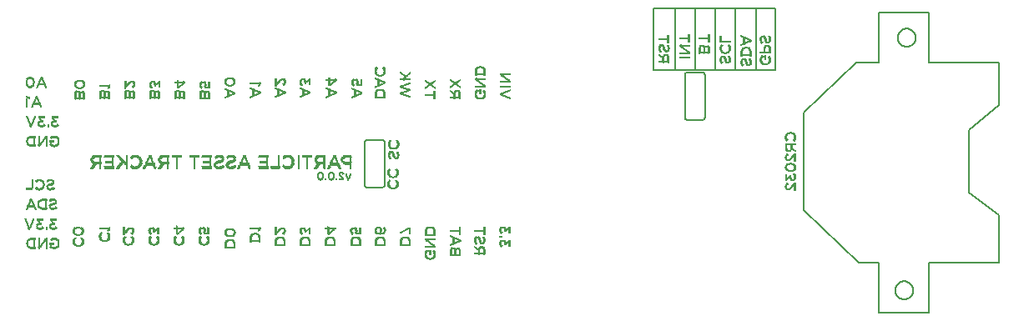
<source format=gbo>
G75*
%MOIN*%
%OFA0B0*%
%FSLAX25Y25*%
%IPPOS*%
%LPD*%
%AMOC8*
5,1,8,0,0,1.08239X$1,22.5*
%
%ADD10R,0.00040X0.00440*%
%ADD11R,0.00040X0.01000*%
%ADD12R,0.00040X0.01320*%
%ADD13R,0.00040X0.01840*%
%ADD14R,0.00040X0.00760*%
%ADD15R,0.00040X0.00800*%
%ADD16R,0.00040X0.01560*%
%ADD17R,0.00040X0.02080*%
%ADD18R,0.00040X0.00720*%
%ADD19R,0.00040X0.00760*%
%ADD20R,0.00040X0.01760*%
%ADD21R,0.00040X0.02280*%
%ADD22R,0.00040X0.01960*%
%ADD23R,0.00040X0.02400*%
%ADD24R,0.00040X0.02120*%
%ADD25R,0.00040X0.02480*%
%ADD26R,0.00040X0.02240*%
%ADD27R,0.00040X0.02560*%
%ADD28R,0.00040X0.02680*%
%ADD29R,0.00040X0.02520*%
%ADD30R,0.00040X0.02720*%
%ADD31R,0.00040X0.02600*%
%ADD32R,0.00040X0.02800*%
%ADD33R,0.00040X0.00720*%
%ADD34R,0.00040X0.02720*%
%ADD35R,0.00040X0.02880*%
%ADD36R,0.00040X0.02800*%
%ADD37R,0.00040X0.02920*%
%ADD38R,0.00040X0.00720*%
%ADD39R,0.00040X0.02840*%
%ADD40R,0.00040X0.02960*%
%ADD41R,0.00040X0.03040*%
%ADD42R,0.00040X0.00800*%
%ADD43R,0.00040X0.03080*%
%ADD44R,0.00040X0.01520*%
%ADD45R,0.00040X0.01120*%
%ADD46R,0.00040X0.03120*%
%ADD47R,0.00040X0.01280*%
%ADD48R,0.00040X0.01000*%
%ADD49R,0.00040X0.03160*%
%ADD50R,0.00040X0.00720*%
%ADD51R,0.00040X0.01120*%
%ADD52R,0.00040X0.00880*%
%ADD53R,0.00040X0.03200*%
%ADD54R,0.00040X0.01360*%
%ADD55R,0.00040X0.00840*%
%ADD56R,0.00040X0.01240*%
%ADD57R,0.00040X0.01160*%
%ADD58R,0.00040X0.00640*%
%ADD59R,0.00040X0.01080*%
%ADD60R,0.00040X0.00560*%
%ADD61R,0.00040X0.01040*%
%ADD62R,0.00040X0.00480*%
%ADD63R,0.00040X0.00360*%
%ADD64R,0.00040X0.00960*%
%ADD65R,0.00040X0.00280*%
%ADD66R,0.00040X0.00200*%
%ADD67R,0.00040X0.00960*%
%ADD68R,0.00040X0.00120*%
%ADD69R,0.00040X0.03400*%
%ADD70R,0.00040X0.00040*%
%ADD71R,0.00040X0.03320*%
%ADD72R,0.00040X0.00840*%
%ADD73R,0.00040X0.03320*%
%ADD74R,0.00040X0.00840*%
%ADD75R,0.00040X0.03240*%
%ADD76R,0.00040X0.03160*%
%ADD77R,0.00040X0.03000*%
%ADD78R,0.00040X0.02920*%
%ADD79R,0.00040X0.01200*%
%ADD80R,0.00040X0.02920*%
%ADD81R,0.00040X0.01280*%
%ADD82R,0.00040X0.01440*%
%ADD83R,0.00040X0.01680*%
%ADD84R,0.00040X0.01840*%
%ADD85R,0.00040X0.01880*%
%ADD86R,0.00040X0.02040*%
%ADD87R,0.00040X0.02080*%
%ADD88R,0.00040X0.02040*%
%ADD89R,0.00040X0.01640*%
%ADD90R,0.00040X0.01520*%
%ADD91R,0.00040X0.01400*%
%ADD92R,0.00040X0.00680*%
%ADD93R,0.00040X0.01040*%
%ADD94R,0.00040X0.00920*%
%ADD95R,0.00040X0.00680*%
%ADD96R,0.00040X0.00880*%
%ADD97R,0.00040X0.00080*%
%ADD98R,0.00040X0.00200*%
%ADD99R,0.00040X0.01040*%
%ADD100R,0.00040X0.00320*%
%ADD101R,0.00040X0.01480*%
%ADD102R,0.00040X0.00400*%
%ADD103R,0.00040X0.01080*%
%ADD104R,0.00040X0.00480*%
%ADD105R,0.00040X0.01160*%
%ADD106R,0.00040X0.01400*%
%ADD107R,0.00040X0.00600*%
%ADD108R,0.00040X0.01320*%
%ADD109R,0.00040X0.01240*%
%ADD110R,0.00040X0.03120*%
%ADD111R,0.00040X0.02760*%
%ADD112R,0.00040X0.02920*%
%ADD113R,0.00040X0.02600*%
%ADD114R,0.00040X0.02880*%
%ADD115R,0.00040X0.02160*%
%ADD116R,0.00040X0.02040*%
%ADD117R,0.00040X0.02480*%
%ADD118R,0.00040X0.01920*%
%ADD119R,0.00040X0.01720*%
%ADD120R,0.00040X0.01600*%
%ADD121R,0.00040X0.01800*%
%ADD122R,0.00040X0.02000*%
%ADD123R,0.00040X0.02280*%
%ADD124R,0.00040X0.02520*%
%ADD125R,0.00040X0.02640*%
%ADD126R,0.00040X0.02840*%
%ADD127R,0.00040X0.01360*%
%ADD128R,0.00040X0.00640*%
%ADD129R,0.00040X0.00520*%
%ADD130R,0.00040X0.00440*%
%ADD131R,0.00040X0.00280*%
%ADD132R,0.00040X0.00080*%
%ADD133R,0.00040X0.00840*%
%ADD134R,0.00040X0.00120*%
%ADD135R,0.00040X0.00920*%
%ADD136R,0.00040X0.01320*%
%ADD137R,0.00040X0.03240*%
%ADD138R,0.00040X0.02760*%
%ADD139R,0.00040X0.02560*%
%ADD140R,0.00040X0.02440*%
%ADD141R,0.00040X0.02200*%
%ADD142R,0.00040X0.01640*%
%ADD143R,0.00040X0.00640*%
%ADD144R,0.00040X0.00640*%
%ADD145R,0.00040X0.01240*%
%ADD146R,0.00040X0.01560*%
%ADD147R,0.00040X0.00920*%
%ADD148R,0.00040X0.00920*%
%ADD149R,0.00040X0.01600*%
%ADD150R,0.00040X0.01440*%
%ADD151R,0.00040X0.01240*%
%ADD152R,0.00040X0.03360*%
%ADD153R,0.00040X0.01120*%
%ADD154R,0.00040X0.03360*%
%ADD155R,0.00040X0.01440*%
%ADD156R,0.00040X0.01320*%
%ADD157R,0.00040X0.02240*%
%ADD158R,0.00040X0.02120*%
%ADD159R,0.00040X0.02400*%
%ADD160R,0.00040X0.02240*%
%ADD161R,0.00040X0.03000*%
%ADD162R,0.00040X0.02840*%
%ADD163R,0.00040X0.03280*%
%ADD164R,0.00040X0.01040*%
%ADD165R,0.00040X0.02040*%
%ADD166R,0.00040X0.02200*%
%ADD167R,0.00040X0.02320*%
%ADD168R,0.00040X0.01440*%
%ADD169R,0.00040X0.01800*%
%ADD170R,0.00040X0.03040*%
%ADD171R,0.00040X0.03120*%
%ADD172R,0.00040X0.01640*%
%ADD173R,0.00040X0.00160*%
%ADD174R,0.00040X0.00240*%
%ADD175R,0.00040X0.00320*%
%ADD176R,0.00040X0.00600*%
%ADD177R,0.00040X0.03240*%
%ADD178R,0.00040X0.03080*%
%ADD179R,0.00040X0.02960*%
%ADD180R,0.00040X0.03200*%
%ADD181R,0.00040X0.03120*%
%ADD182R,0.00040X0.03040*%
%ADD183R,0.00040X0.02360*%
%ADD184R,0.00040X0.02720*%
%ADD185R,0.00040X0.01920*%
%ADD186R,0.00040X0.02640*%
%ADD187R,0.00040X0.01720*%
%ADD188R,0.00040X0.01680*%
%ADD189R,0.00040X0.01120*%
%ADD190R,0.00040X0.03040*%
%ADD191R,0.00040X0.01640*%
%ADD192R,0.00040X0.01840*%
%ADD193R,0.00040X0.01920*%
%ADD194R,0.00040X0.02320*%
%ADD195R,0.00040X0.00520*%
%ADD196R,0.00040X0.00240*%
%ADD197R,0.00040X0.00160*%
%ADD198R,0.00040X0.02440*%
%ADD199R,0.00040X0.01760*%
%ADD200R,0.00040X0.00120*%
%ADD201R,0.00040X0.00120*%
%ADD202R,0.00040X0.00240*%
%ADD203R,0.00040X0.00520*%
%ADD204R,0.00040X0.00520*%
%ADD205R,0.00520X0.00040*%
%ADD206R,0.00920X0.00040*%
%ADD207R,0.00760X0.00040*%
%ADD208R,0.00800X0.00040*%
%ADD209R,0.01160X0.00040*%
%ADD210R,0.00720X0.00040*%
%ADD211R,0.01360X0.00040*%
%ADD212R,0.00760X0.00040*%
%ADD213R,0.01520X0.00040*%
%ADD214R,0.00040X0.02680*%
%ADD215R,0.01680X0.00040*%
%ADD216R,0.01800X0.00040*%
%ADD217R,0.01920X0.00040*%
%ADD218R,0.02040X0.00040*%
%ADD219R,0.02120X0.00040*%
%ADD220R,0.00720X0.00040*%
%ADD221R,0.02200X0.00040*%
%ADD222R,0.02320X0.00040*%
%ADD223R,0.02400X0.00040*%
%ADD224R,0.02480X0.00040*%
%ADD225R,0.00800X0.00040*%
%ADD226R,0.02520X0.00040*%
%ADD227R,0.00040X0.02720*%
%ADD228R,0.02600X0.00040*%
%ADD229R,0.02680X0.00040*%
%ADD230R,0.01080X0.00040*%
%ADD231R,0.01040X0.00040*%
%ADD232R,0.00720X0.00040*%
%ADD233R,0.01000X0.00040*%
%ADD234R,0.01000X0.00040*%
%ADD235R,0.00960X0.00040*%
%ADD236R,0.00920X0.00040*%
%ADD237R,0.00880X0.00040*%
%ADD238R,0.00880X0.00040*%
%ADD239R,0.00840X0.00040*%
%ADD240R,0.00840X0.00040*%
%ADD241R,0.03400X0.00040*%
%ADD242R,0.03400X0.00040*%
%ADD243R,0.03320X0.00040*%
%ADD244R,0.03240X0.00040*%
%ADD245R,0.03240X0.00040*%
%ADD246R,0.03160X0.00040*%
%ADD247R,0.03080X0.00040*%
%ADD248R,0.03080X0.00040*%
%ADD249R,0.03000X0.00040*%
%ADD250R,0.02920X0.00040*%
%ADD251R,0.00720X0.00040*%
%ADD252R,0.00680X0.00040*%
%ADD253R,0.00680X0.00040*%
%ADD254R,0.01480X0.00040*%
%ADD255R,0.01400X0.00040*%
%ADD256R,0.01320X0.00040*%
%ADD257R,0.01320X0.00040*%
%ADD258R,0.01240X0.00040*%
%ADD259R,0.01160X0.00040*%
%ADD260R,0.02440X0.00040*%
%ADD261R,0.02280X0.00040*%
%ADD262R,0.01640X0.00040*%
%ADD263R,0.01320X0.00040*%
%ADD264R,0.00080X0.00040*%
%ADD265R,0.00240X0.00040*%
%ADD266R,0.00400X0.00040*%
%ADD267R,0.00560X0.00040*%
%ADD268R,0.01560X0.00040*%
%ADD269R,0.01600X0.00040*%
%ADD270R,0.01600X0.00040*%
%ADD271R,0.01560X0.00040*%
%ADD272R,0.01440X0.00040*%
%ADD273R,0.01200X0.00040*%
%ADD274R,0.00920X0.00040*%
%ADD275R,0.00440X0.00040*%
%ADD276R,0.00600X0.00040*%
%ADD277R,0.01400X0.00040*%
%ADD278R,0.02920X0.00040*%
%ADD279R,0.01760X0.00040*%
%ADD280R,0.01960X0.00040*%
%ADD281R,0.02000X0.00040*%
%ADD282R,0.02120X0.00040*%
%ADD283R,0.02240X0.00040*%
%ADD284R,0.02280X0.00040*%
%ADD285R,0.02520X0.00040*%
%ADD286R,0.02640X0.00040*%
%ADD287R,0.02720X0.00040*%
%ADD288R,0.02720X0.00040*%
%ADD289R,0.02800X0.00040*%
%ADD290R,0.02840X0.00040*%
%ADD291R,0.02840X0.00040*%
%ADD292R,0.02960X0.00040*%
%ADD293R,0.03040X0.00040*%
%ADD294R,0.03040X0.00040*%
%ADD295R,0.03120X0.00040*%
%ADD296R,0.01520X0.00040*%
%ADD297R,0.01120X0.00040*%
%ADD298R,0.03200X0.00040*%
%ADD299R,0.01280X0.00040*%
%ADD300R,0.01360X0.00040*%
%ADD301R,0.00640X0.00040*%
%ADD302R,0.00640X0.00040*%
%ADD303R,0.00480X0.00040*%
%ADD304R,0.00520X0.00040*%
%ADD305R,0.00360X0.00040*%
%ADD306R,0.00440X0.00040*%
%ADD307R,0.00280X0.00040*%
%ADD308R,0.00200X0.00040*%
%ADD309R,0.00280X0.00040*%
%ADD310R,0.00120X0.00040*%
%ADD311R,0.00200X0.00040*%
%ADD312R,0.00080X0.00040*%
%ADD313R,0.00040X0.00040*%
%ADD314R,0.00840X0.00040*%
%ADD315R,0.01080X0.00040*%
%ADD316R,0.01280X0.00040*%
%ADD317R,0.01680X0.00040*%
%ADD318R,0.01840X0.00040*%
%ADD319R,0.01880X0.00040*%
%ADD320R,0.02080X0.00040*%
%ADD321R,0.02080X0.00040*%
%ADD322R,0.02040X0.00040*%
%ADD323R,0.01640X0.00040*%
%ADD324R,0.01520X0.00040*%
%ADD325R,0.01040X0.00040*%
%ADD326R,0.00320X0.00040*%
%ADD327R,0.00640X0.00040*%
%ADD328R,0.00480X0.00040*%
%ADD329R,0.01040X0.00040*%
%ADD330R,0.01120X0.00040*%
%ADD331R,0.01240X0.00040*%
%ADD332R,0.02760X0.00040*%
%ADD333R,0.02880X0.00040*%
%ADD334R,0.02600X0.00040*%
%ADD335R,0.02760X0.00040*%
%ADD336R,0.02560X0.00040*%
%ADD337R,0.02160X0.00040*%
%ADD338R,0.02040X0.00040*%
%ADD339R,0.02200X0.00040*%
%ADD340R,0.01920X0.00040*%
%ADD341R,0.01720X0.00040*%
%ADD342R,0.00960X0.00040*%
%ADD343R,0.01840X0.00040*%
%ADD344R,0.02560X0.00040*%
%ADD345R,0.02800X0.00040*%
%ADD346R,0.02920X0.00040*%
%ADD347R,0.03160X0.00040*%
%ADD348R,0.01040X0.00040*%
%ADD349R,0.03320X0.00040*%
%ADD350R,0.00840X0.00040*%
%ADD351R,0.03320X0.00040*%
%ADD352R,0.02920X0.00040*%
%ADD353R,0.03120X0.00040*%
%ADD354R,0.02880X0.00040*%
%ADD355R,0.02480X0.00040*%
%ADD356R,0.01240X0.00040*%
%ADD357R,0.01640X0.00040*%
%ADD358R,0.02360X0.00040*%
%ADD359R,0.01320X0.00040*%
%ADD360R,0.00320X0.00040*%
%ADD361R,0.00240X0.00040*%
%ADD362R,0.00160X0.00040*%
%ADD363R,0.01440X0.00040*%
%ADD364R,0.01760X0.00040*%
%ADD365R,0.01720X0.00040*%
%ADD366R,0.01640X0.00040*%
%ADD367R,0.02720X0.00040*%
%ADD368R,0.02720X0.00040*%
%ADD369R,0.01840X0.00040*%
%ADD370R,0.01880X0.00040*%
%ADD371R,0.02240X0.00040*%
%ADD372R,0.02640X0.00040*%
%ADD373R,0.03200X0.00040*%
%ADD374R,0.03040X0.00040*%
%ADD375R,0.03280X0.00040*%
%ADD376R,0.03360X0.00040*%
%ADD377R,0.03120X0.00040*%
%ADD378R,0.01200X0.00040*%
%ADD379R,0.01120X0.00040*%
%ADD380R,0.01480X0.00040*%
%ADD381R,0.01800X0.00040*%
%ADD382R,0.00920X0.00040*%
%ADD383R,0.01520X0.00040*%
%ADD384R,0.00360X0.00040*%
%ADD385R,0.01120X0.00040*%
%ADD386R,0.00040X0.02640*%
%ADD387R,0.00040X0.01520*%
%ADD388R,0.00040X0.02120*%
%ADD389R,0.00040X0.03280*%
%ADD390R,0.00040X0.02520*%
%ADD391R,0.00040X0.02520*%
%ADD392R,0.00040X0.02120*%
%ADD393R,0.00040X0.01720*%
%ADD394R,0.00040X0.01480*%
%ADD395R,0.00040X0.03440*%
%ADD396R,0.00040X0.03480*%
%ADD397R,0.00040X0.03480*%
%ADD398R,0.00040X0.03520*%
%ADD399R,0.00040X0.03520*%
%ADD400R,0.00040X0.03560*%
%ADD401R,0.00040X0.03560*%
%ADD402R,0.00040X0.02320*%
%ADD403R,0.00040X0.00400*%
%ADD404R,0.00040X0.03400*%
%ADD405R,0.00040X0.03240*%
%ADD406R,0.00040X0.01880*%
%ADD407R,0.00040X0.01200*%
%ADD408R,0.00040X0.01520*%
%ADD409R,0.00040X0.00360*%
%ADD410R,0.00040X0.01920*%
%ADD411R,0.00040X0.00560*%
%ADD412R,0.00040X0.00040*%
%ADD413R,0.00040X0.00240*%
%ADD414R,0.00040X0.03440*%
%ADD415R,0.00040X0.03520*%
%ADD416R,0.00040X0.03520*%
%ADD417R,0.00040X0.01960*%
%ADD418R,0.00040X0.03320*%
%ADD419R,0.00040X0.00040*%
%ADD420R,0.00040X0.00440*%
%ADD421R,0.00040X0.02640*%
%ADD422R,0.00040X0.02440*%
%ADD423R,0.00040X0.02360*%
%ADD424R,0.00040X0.02240*%
%ADD425R,0.00040X0.02440*%
%ADD426R,0.00040X0.01720*%
%ADD427R,0.00040X0.03440*%
%ADD428R,0.00040X0.03600*%
%ADD429C,0.00800*%
%ADD430R,0.00040X0.02840*%
%ADD431R,0.00050X0.00050*%
%ADD432R,0.00850X0.00050*%
%ADD433R,0.00750X0.00050*%
%ADD434R,0.01250X0.00050*%
%ADD435R,0.00950X0.00050*%
%ADD436R,0.01000X0.00050*%
%ADD437R,0.01150X0.00050*%
%ADD438R,0.01750X0.00050*%
%ADD439R,0.03650X0.00050*%
%ADD440R,0.03950X0.00050*%
%ADD441R,0.01850X0.00050*%
%ADD442R,0.00900X0.00050*%
%ADD443R,0.01050X0.00050*%
%ADD444R,0.01950X0.00050*%
%ADD445R,0.03700X0.00050*%
%ADD446R,0.03900X0.00050*%
%ADD447R,0.02050X0.00050*%
%ADD448R,0.01100X0.00050*%
%ADD449R,0.02350X0.00050*%
%ADD450R,0.02550X0.00050*%
%ADD451R,0.02450X0.00050*%
%ADD452R,0.02750X0.00050*%
%ADD453R,0.02650X0.00050*%
%ADD454R,0.02850X0.00050*%
%ADD455R,0.03050X0.00050*%
%ADD456R,0.03000X0.00050*%
%ADD457R,0.03150X0.00050*%
%ADD458R,0.03100X0.00050*%
%ADD459R,0.03350X0.00050*%
%ADD460R,0.03450X0.00050*%
%ADD461R,0.03400X0.00050*%
%ADD462R,0.03550X0.00050*%
%ADD463R,0.03850X0.00050*%
%ADD464R,0.03750X0.00050*%
%ADD465R,0.03800X0.00050*%
%ADD466R,0.04050X0.00050*%
%ADD467R,0.01450X0.00050*%
%ADD468R,0.01550X0.00050*%
%ADD469R,0.01200X0.00050*%
%ADD470R,0.01650X0.00050*%
%ADD471R,0.01600X0.00050*%
%ADD472R,0.01300X0.00050*%
%ADD473R,0.01500X0.00050*%
%ADD474R,0.01400X0.00050*%
%ADD475R,0.01350X0.00050*%
%ADD476R,0.00650X0.00050*%
%ADD477R,0.00550X0.00050*%
%ADD478R,0.00450X0.00050*%
%ADD479R,0.00300X0.00050*%
%ADD480R,0.04350X0.00050*%
%ADD481R,0.00250X0.00050*%
%ADD482R,0.04400X0.00050*%
%ADD483R,0.00200X0.00050*%
%ADD484R,0.04300X0.00050*%
%ADD485R,0.04250X0.00050*%
%ADD486R,0.00100X0.00050*%
%ADD487R,0.04200X0.00050*%
%ADD488R,0.04150X0.00050*%
%ADD489R,0.04100X0.00050*%
%ADD490R,0.04000X0.00050*%
%ADD491R,0.02950X0.00050*%
%ADD492R,0.03250X0.00050*%
%ADD493R,0.03600X0.00050*%
%ADD494R,0.02150X0.00050*%
%ADD495R,0.02300X0.00050*%
%ADD496R,0.02400X0.00050*%
%ADD497R,0.02800X0.00050*%
%ADD498R,0.02700X0.00050*%
%ADD499R,0.02600X0.00050*%
%ADD500R,0.02250X0.00050*%
%ADD501R,0.02100X0.00050*%
%ADD502R,0.01900X0.00050*%
%ADD503R,0.01800X0.00050*%
%ADD504R,0.00150X0.00050*%
%ADD505R,0.00500X0.00050*%
%ADD506R,0.00350X0.00050*%
%ADD507R,0.01700X0.00050*%
%ADD508R,0.00700X0.00050*%
%ADD509R,0.00800X0.00050*%
%ADD510R,0.03500X0.00050*%
%ADD511R,0.00390X0.00030*%
%ADD512R,0.00510X0.00030*%
%ADD513R,0.00690X0.00030*%
%ADD514R,0.02280X0.00030*%
%ADD515R,0.00600X0.00030*%
%ADD516R,0.00870X0.00030*%
%ADD517R,0.00870X0.00030*%
%ADD518R,0.00570X0.00030*%
%ADD519R,0.01020X0.00030*%
%ADD520R,0.01140X0.00030*%
%ADD521R,0.01140X0.00030*%
%ADD522R,0.01260X0.00030*%
%ADD523R,0.00630X0.00030*%
%ADD524R,0.01350X0.00030*%
%ADD525R,0.01440X0.00030*%
%ADD526R,0.01440X0.00030*%
%ADD527R,0.00690X0.00030*%
%ADD528R,0.01530X0.00030*%
%ADD529R,0.01590X0.00030*%
%ADD530R,0.01650X0.00030*%
%ADD531R,0.00750X0.00030*%
%ADD532R,0.01740X0.00030*%
%ADD533R,0.01740X0.00030*%
%ADD534R,0.01800X0.00030*%
%ADD535R,0.00810X0.00030*%
%ADD536R,0.01860X0.00030*%
%ADD537R,0.01890X0.00030*%
%ADD538R,0.01950X0.00030*%
%ADD539R,0.02010X0.00030*%
%ADD540R,0.02220X0.00030*%
%ADD541R,0.00930X0.00030*%
%ADD542R,0.00720X0.00030*%
%ADD543R,0.00780X0.00030*%
%ADD544R,0.00720X0.00030*%
%ADD545R,0.00990X0.00030*%
%ADD546R,0.00660X0.00030*%
%ADD547R,0.00480X0.00030*%
%ADD548R,0.00540X0.00030*%
%ADD549R,0.00540X0.00030*%
%ADD550R,0.00570X0.00030*%
%ADD551R,0.00030X0.00030*%
%ADD552R,0.00060X0.00030*%
%ADD553R,0.00150X0.00030*%
%ADD554R,0.00180X0.00030*%
%ADD555R,0.00240X0.00030*%
%ADD556R,0.00330X0.00030*%
%ADD557R,0.00390X0.00030*%
%ADD558R,0.00450X0.00030*%
%ADD559R,0.00840X0.00030*%
%ADD560R,0.01920X0.00030*%
%ADD561R,0.01830X0.00030*%
%ADD562R,0.01770X0.00030*%
%ADD563R,0.01710X0.00030*%
%ADD564R,0.01290X0.00030*%
%ADD565R,0.01230X0.00030*%
%ADD566R,0.01170X0.00030*%
%ADD567R,0.01050X0.00030*%
%ADD568R,0.00990X0.00030*%
%ADD569R,0.00900X0.00030*%
%ADD570R,0.00420X0.00030*%
%ADD571C,0.00600*%
%ADD572C,0.00500*%
D10*
X0117378Y0100793D03*
X0193138Y0137733D03*
X0230158Y0157633D03*
X0324642Y0170337D03*
X0332942Y0169337D03*
X0226538Y0098133D03*
X0210158Y0093533D03*
D11*
X0210358Y0093413D03*
X0210198Y0091173D03*
X0210158Y0091133D03*
X0207678Y0091093D03*
X0210598Y0095693D03*
X0210078Y0102853D03*
X0200158Y0098833D03*
X0197798Y0098793D03*
X0190158Y0098793D03*
X0187798Y0098753D03*
X0188758Y0100833D03*
X0187478Y0101153D03*
X0190438Y0101233D03*
X0180358Y0098793D03*
X0177998Y0098753D03*
X0177078Y0101793D03*
X0177758Y0102673D03*
X0179038Y0102713D03*
X0170158Y0098793D03*
X0167798Y0098753D03*
X0160158Y0098793D03*
X0157798Y0098753D03*
X0156878Y0101793D03*
X0150438Y0102633D03*
X0150398Y0100913D03*
X0148678Y0102153D03*
X0148638Y0102113D03*
X0148598Y0102073D03*
X0148438Y0101873D03*
X0148398Y0101833D03*
X0148358Y0101793D03*
X0148198Y0101593D03*
X0148158Y0101553D03*
X0147958Y0101313D03*
X0147798Y0098753D03*
X0150158Y0098793D03*
X0140158Y0100293D03*
X0137798Y0100253D03*
X0130398Y0100233D03*
X0130398Y0102073D03*
X0130358Y0102113D03*
X0127598Y0102073D03*
X0127598Y0100233D03*
X0127638Y0100193D03*
X0127798Y0097753D03*
X0130158Y0097793D03*
X0119978Y0099113D03*
X0119858Y0096833D03*
X0119778Y0096753D03*
X0119738Y0096713D03*
X0117378Y0096753D03*
X0117338Y0096793D03*
X0117298Y0096833D03*
X0109858Y0096833D03*
X0109778Y0096753D03*
X0109738Y0096713D03*
X0107378Y0096753D03*
X0107338Y0096793D03*
X0107298Y0096833D03*
X0109978Y0099113D03*
X0110258Y0102673D03*
X0110298Y0102713D03*
X0116458Y0101833D03*
X0117138Y0102753D03*
X0118378Y0102793D03*
X0119098Y0101913D03*
X0117178Y0100873D03*
X0099978Y0099113D03*
X0099858Y0096833D03*
X0099778Y0096753D03*
X0099738Y0096713D03*
X0097378Y0096753D03*
X0097338Y0096793D03*
X0097298Y0096833D03*
X0089658Y0096833D03*
X0089578Y0096753D03*
X0089538Y0096713D03*
X0087178Y0096753D03*
X0087138Y0096793D03*
X0087098Y0096833D03*
X0089778Y0099113D03*
X0089778Y0100953D03*
X0090498Y0101913D03*
X0088338Y0102473D03*
X0088258Y0102393D03*
X0088178Y0102313D03*
X0088138Y0102273D03*
X0088098Y0102233D03*
X0088058Y0102193D03*
X0087978Y0102113D03*
X0087698Y0101753D03*
X0087658Y0101713D03*
X0087578Y0101633D03*
X0087538Y0101593D03*
X0087498Y0101553D03*
X0087298Y0101273D03*
X0087178Y0101153D03*
X0087138Y0101113D03*
X0087098Y0101073D03*
X0087058Y0101033D03*
X0080278Y0100613D03*
X0080158Y0098333D03*
X0080078Y0098253D03*
X0080038Y0098213D03*
X0077678Y0098253D03*
X0077638Y0098293D03*
X0077598Y0098333D03*
X0069778Y0098613D03*
X0069698Y0100693D03*
X0069778Y0100773D03*
X0069778Y0102613D03*
X0069738Y0102653D03*
X0069698Y0102693D03*
X0067058Y0102693D03*
X0066978Y0102613D03*
X0066938Y0102573D03*
X0066978Y0100773D03*
X0067058Y0100693D03*
X0067098Y0096333D03*
X0067138Y0096293D03*
X0067178Y0096253D03*
X0069538Y0096213D03*
X0069578Y0096253D03*
X0069658Y0096333D03*
X0098258Y0102753D03*
X0192798Y0119333D03*
X0192838Y0119293D03*
X0192878Y0119253D03*
X0195238Y0119213D03*
X0195278Y0119253D03*
X0195358Y0119333D03*
X0195478Y0121613D03*
X0195238Y0123713D03*
X0195278Y0123753D03*
X0195358Y0123833D03*
X0195478Y0126113D03*
X0192878Y0123753D03*
X0192838Y0123793D03*
X0192798Y0123833D03*
X0192898Y0131053D03*
X0192178Y0132173D03*
X0193778Y0133133D03*
X0195778Y0132973D03*
X0194858Y0131173D03*
X0195578Y0135293D03*
X0195698Y0137573D03*
X0193058Y0135253D03*
X0197278Y0156793D03*
X0197278Y0159513D03*
X0200438Y0158153D03*
X0208878Y0160413D03*
X0218878Y0160753D03*
X0227678Y0155193D03*
X0230158Y0155233D03*
X0230198Y0155273D03*
X0230358Y0157513D03*
X0230598Y0159793D03*
X0237198Y0156473D03*
X0237238Y0156473D03*
X0240598Y0161673D03*
X0230078Y0166953D03*
X0190678Y0161093D03*
X0190078Y0157813D03*
X0190198Y0164453D03*
X0187678Y0164413D03*
X0187638Y0164453D03*
X0179458Y0162073D03*
X0178178Y0162033D03*
X0177498Y0161153D03*
X0181378Y0156993D03*
X0171178Y0157093D03*
X0171138Y0162133D03*
X0160678Y0157193D03*
X0156798Y0161353D03*
X0150558Y0162193D03*
X0148798Y0161713D03*
X0148758Y0161673D03*
X0148558Y0161433D03*
X0148478Y0161353D03*
X0148278Y0161113D03*
X0148078Y0160873D03*
X0148038Y0160833D03*
X0147838Y0160593D03*
X0150878Y0157193D03*
X0140878Y0157093D03*
X0130678Y0156893D03*
X0127558Y0160453D03*
X0130278Y0162373D03*
X0118758Y0161073D03*
X0117478Y0161033D03*
X0116798Y0160153D03*
X0110638Y0161133D03*
X0096798Y0160353D03*
X0090358Y0161193D03*
X0088598Y0160713D03*
X0088558Y0160673D03*
X0088358Y0160433D03*
X0088278Y0160353D03*
X0088078Y0160113D03*
X0087878Y0159873D03*
X0087838Y0159833D03*
X0087638Y0159593D03*
X0070278Y0161373D03*
X0067558Y0159453D03*
X0220398Y0094513D03*
X0220758Y0097993D03*
X0220798Y0097993D03*
X0226578Y0098133D03*
X0227298Y0097013D03*
X0229258Y0097133D03*
X0230178Y0098933D03*
X0228178Y0099093D03*
X0236678Y0096813D03*
X0236678Y0102133D03*
X0351398Y0118693D03*
X0351438Y0120413D03*
X0353158Y0119173D03*
X0353198Y0119213D03*
X0353238Y0119253D03*
X0353398Y0119453D03*
X0353438Y0119493D03*
X0353478Y0119533D03*
X0353638Y0119733D03*
X0353678Y0119773D03*
X0353878Y0120013D03*
X0354958Y0123333D03*
X0354238Y0126333D03*
X0354238Y0128173D03*
X0354198Y0128213D03*
X0351438Y0128173D03*
X0351438Y0126333D03*
X0351478Y0126293D03*
X0351398Y0130373D03*
X0351438Y0132093D03*
X0353158Y0130853D03*
X0353198Y0130893D03*
X0353238Y0130933D03*
X0353398Y0131133D03*
X0353438Y0131173D03*
X0353478Y0131213D03*
X0353638Y0131413D03*
X0353678Y0131453D03*
X0353878Y0131693D03*
X0351438Y0138253D03*
X0351558Y0140533D03*
X0354078Y0140573D03*
X0344042Y0168917D03*
X0344082Y0168957D03*
X0344242Y0171197D03*
X0341562Y0168877D03*
X0336582Y0170137D03*
X0334582Y0170297D03*
X0332982Y0169337D03*
X0333702Y0168217D03*
X0335662Y0168337D03*
X0336262Y0174697D03*
X0333902Y0174657D03*
X0336862Y0177977D03*
X0336902Y0177977D03*
X0340682Y0178397D03*
X0341402Y0177277D03*
X0343362Y0177397D03*
X0344282Y0179197D03*
X0342282Y0179357D03*
X0328202Y0175737D03*
X0328082Y0173457D03*
X0328282Y0171137D03*
X0326282Y0171297D03*
X0324682Y0170337D03*
X0325402Y0169217D03*
X0327362Y0169337D03*
X0325562Y0173417D03*
X0312282Y0173117D03*
X0309002Y0175757D03*
X0303782Y0175657D03*
X0301782Y0175817D03*
X0300182Y0174857D03*
X0300902Y0173737D03*
X0302862Y0173857D03*
D12*
X0324722Y0170337D03*
X0333022Y0169337D03*
X0340722Y0178397D03*
X0354318Y0124213D03*
X0237318Y0095933D03*
X0226618Y0098133D03*
X0207718Y0098173D03*
X0192218Y0132173D03*
X0181018Y0156993D03*
X0190318Y0161093D03*
X0170818Y0157093D03*
X0160318Y0157193D03*
X0150518Y0157193D03*
X0140518Y0157093D03*
X0130318Y0156893D03*
X0227718Y0162273D03*
D13*
X0333022Y0172677D03*
X0196918Y0096813D03*
X0186918Y0096773D03*
X0177118Y0096773D03*
X0166918Y0096773D03*
X0156918Y0096773D03*
X0146918Y0096773D03*
X0136918Y0098273D03*
X0126918Y0095773D03*
X0098418Y0102213D03*
D14*
X0097818Y0102993D03*
X0097418Y0102913D03*
X0089218Y0102913D03*
X0089018Y0102873D03*
X0088618Y0096313D03*
X0088218Y0096313D03*
X0088018Y0096353D03*
X0087818Y0096393D03*
X0079118Y0097813D03*
X0078718Y0097813D03*
X0078518Y0097853D03*
X0078318Y0097893D03*
X0068618Y0095813D03*
X0068218Y0095813D03*
X0068018Y0095853D03*
X0067818Y0095893D03*
X0068218Y0100253D03*
X0068418Y0100253D03*
X0068618Y0100253D03*
X0067818Y0100293D03*
X0067418Y0102933D03*
X0067818Y0103093D03*
X0068218Y0103133D03*
X0068418Y0103133D03*
X0068618Y0103093D03*
X0098018Y0096393D03*
X0098218Y0096353D03*
X0098418Y0096313D03*
X0098818Y0096313D03*
X0108018Y0096393D03*
X0108218Y0096353D03*
X0108418Y0096313D03*
X0108818Y0096313D03*
X0108818Y0101353D03*
X0107418Y0102833D03*
X0110618Y0102833D03*
X0118018Y0102993D03*
X0118018Y0096393D03*
X0118218Y0096353D03*
X0118418Y0096313D03*
X0118818Y0096313D03*
X0128718Y0098193D03*
X0128918Y0098233D03*
X0129118Y0098233D03*
X0129318Y0098193D03*
X0129518Y0098153D03*
X0129518Y0099753D03*
X0129118Y0099713D03*
X0128918Y0099713D03*
X0128718Y0099713D03*
X0128518Y0099753D03*
X0128118Y0102433D03*
X0128518Y0102553D03*
X0128718Y0102593D03*
X0128918Y0102593D03*
X0129118Y0102593D03*
X0129318Y0102553D03*
X0138718Y0100693D03*
X0138918Y0100733D03*
X0139118Y0100733D03*
X0139318Y0100693D03*
X0139518Y0100653D03*
X0148718Y0099193D03*
X0148918Y0099233D03*
X0149118Y0099233D03*
X0149318Y0099193D03*
X0149518Y0099153D03*
X0149718Y0102873D03*
X0149918Y0102873D03*
X0158318Y0102913D03*
X0158918Y0099233D03*
X0159118Y0099233D03*
X0159318Y0099193D03*
X0159518Y0099153D03*
X0158718Y0099193D03*
X0168718Y0099193D03*
X0168918Y0099233D03*
X0169118Y0099233D03*
X0169318Y0099193D03*
X0169518Y0099153D03*
X0178918Y0099193D03*
X0179118Y0099233D03*
X0179318Y0099233D03*
X0179518Y0099193D03*
X0179718Y0099153D03*
X0179118Y0101113D03*
X0187718Y0100913D03*
X0188318Y0100753D03*
X0189518Y0100753D03*
X0189718Y0100793D03*
X0189918Y0100873D03*
X0189518Y0099153D03*
X0189318Y0099193D03*
X0189118Y0099233D03*
X0188918Y0099233D03*
X0188718Y0099193D03*
X0198718Y0099233D03*
X0198918Y0099273D03*
X0199118Y0099273D03*
X0199318Y0099233D03*
X0199518Y0099193D03*
X0207718Y0093813D03*
X0208318Y0090733D03*
X0208518Y0090693D03*
X0208718Y0090653D03*
X0208918Y0090653D03*
X0209118Y0090653D03*
X0209318Y0090693D03*
X0210918Y0095573D03*
X0216918Y0096193D03*
X0217118Y0096273D03*
X0217918Y0094953D03*
X0218518Y0094833D03*
X0220118Y0094713D03*
X0219518Y0098673D03*
X0219318Y0098753D03*
X0219118Y0098833D03*
X0217918Y0099353D03*
X0217718Y0099433D03*
X0217518Y0099513D03*
X0217318Y0099593D03*
X0209318Y0103253D03*
X0209118Y0103293D03*
X0208918Y0103293D03*
X0208718Y0103293D03*
X0208518Y0103253D03*
X0227418Y0099253D03*
X0229018Y0095293D03*
X0229618Y0095373D03*
X0238118Y0097933D03*
X0238118Y0103253D03*
X0194318Y0118813D03*
X0193918Y0118813D03*
X0193718Y0118853D03*
X0193518Y0118893D03*
X0193918Y0123313D03*
X0193718Y0123353D03*
X0193518Y0123393D03*
X0194318Y0123313D03*
X0193018Y0133293D03*
X0194218Y0134773D03*
X0194418Y0134773D03*
X0194618Y0134813D03*
X0194818Y0134853D03*
X0228518Y0154793D03*
X0228718Y0154753D03*
X0228918Y0154753D03*
X0229118Y0154753D03*
X0229318Y0154793D03*
X0228318Y0154833D03*
X0227718Y0157913D03*
X0230918Y0159673D03*
X0236918Y0156473D03*
X0238118Y0155993D03*
X0238318Y0155913D03*
X0238518Y0155833D03*
X0238718Y0155753D03*
X0238918Y0155673D03*
X0239118Y0155593D03*
X0239318Y0157473D03*
X0239518Y0157553D03*
X0239718Y0157633D03*
X0240918Y0161553D03*
X0229318Y0167353D03*
X0229118Y0167393D03*
X0228918Y0167393D03*
X0228718Y0167393D03*
X0228518Y0167353D03*
X0219318Y0157753D03*
X0200918Y0160873D03*
X0200718Y0160793D03*
X0200318Y0160673D03*
X0200118Y0160593D03*
X0199718Y0160473D03*
X0199518Y0160393D03*
X0198318Y0156313D03*
X0198718Y0156193D03*
X0198918Y0156113D03*
X0199318Y0155993D03*
X0199518Y0155913D03*
X0199918Y0155793D03*
X0200118Y0155713D03*
X0190918Y0161093D03*
X0189718Y0161653D03*
X0189518Y0161733D03*
X0189318Y0161813D03*
X0188518Y0162173D03*
X0187718Y0162493D03*
X0187518Y0162573D03*
X0187118Y0162773D03*
X0186918Y0162853D03*
X0188518Y0163973D03*
X0188718Y0163933D03*
X0188918Y0163933D03*
X0189118Y0163933D03*
X0189318Y0163973D03*
X0188518Y0160013D03*
X0187318Y0159493D03*
X0187118Y0159413D03*
X0186918Y0159333D03*
X0188518Y0158213D03*
X0188718Y0158253D03*
X0188918Y0158253D03*
X0189118Y0158253D03*
X0189318Y0158213D03*
X0181618Y0156993D03*
X0180418Y0157553D03*
X0180218Y0157633D03*
X0180018Y0157713D03*
X0179218Y0158073D03*
X0178418Y0158393D03*
X0178218Y0158473D03*
X0177818Y0158673D03*
X0177618Y0158753D03*
X0179218Y0155913D03*
X0178018Y0155393D03*
X0177818Y0155313D03*
X0177618Y0155233D03*
X0171418Y0157093D03*
X0170218Y0157653D03*
X0170018Y0157733D03*
X0169818Y0157813D03*
X0169018Y0158173D03*
X0168218Y0158493D03*
X0168018Y0158573D03*
X0167618Y0158773D03*
X0167418Y0158853D03*
X0169018Y0156013D03*
X0167818Y0155493D03*
X0167618Y0155413D03*
X0167418Y0155333D03*
X0170018Y0161093D03*
X0171418Y0162253D03*
X0178418Y0162233D03*
X0160918Y0157193D03*
X0159718Y0157753D03*
X0159518Y0157833D03*
X0159318Y0157913D03*
X0158518Y0158273D03*
X0157718Y0158593D03*
X0157518Y0158673D03*
X0157118Y0158873D03*
X0156918Y0158953D03*
X0158518Y0156113D03*
X0157318Y0155593D03*
X0157118Y0155513D03*
X0156918Y0155433D03*
X0151118Y0157193D03*
X0149918Y0157753D03*
X0149718Y0157833D03*
X0149518Y0157913D03*
X0148718Y0158273D03*
X0147918Y0158593D03*
X0147718Y0158673D03*
X0147318Y0158873D03*
X0147118Y0158953D03*
X0148718Y0156113D03*
X0147518Y0155593D03*
X0147318Y0155513D03*
X0147118Y0155433D03*
X0141118Y0157093D03*
X0139918Y0157653D03*
X0139718Y0157733D03*
X0139518Y0157813D03*
X0138718Y0158173D03*
X0137918Y0158493D03*
X0137718Y0158573D03*
X0137318Y0158773D03*
X0137118Y0158853D03*
X0138718Y0156013D03*
X0137518Y0155493D03*
X0137318Y0155413D03*
X0137118Y0155333D03*
X0130918Y0156893D03*
X0129718Y0157453D03*
X0129518Y0157533D03*
X0129318Y0157613D03*
X0128518Y0157973D03*
X0127718Y0158293D03*
X0127518Y0158373D03*
X0127118Y0158573D03*
X0126918Y0158653D03*
X0128318Y0160053D03*
X0128518Y0160013D03*
X0128718Y0159973D03*
X0128918Y0159973D03*
X0129118Y0159973D03*
X0129318Y0160013D03*
X0129518Y0160053D03*
X0129518Y0162773D03*
X0129318Y0162813D03*
X0129118Y0162853D03*
X0128918Y0162853D03*
X0128718Y0162853D03*
X0128518Y0162813D03*
X0128318Y0162773D03*
X0117718Y0161233D03*
X0118318Y0157633D03*
X0126918Y0155133D03*
X0127118Y0155213D03*
X0127318Y0155293D03*
X0128518Y0155813D03*
X0110918Y0161253D03*
X0109518Y0160093D03*
X0108318Y0157733D03*
X0098318Y0157833D03*
X0097718Y0161433D03*
X0089918Y0161433D03*
X0089718Y0161433D03*
X0089518Y0161393D03*
X0088318Y0157833D03*
X0078318Y0157733D03*
X0069518Y0159053D03*
X0069318Y0159013D03*
X0069118Y0158973D03*
X0068918Y0158973D03*
X0068718Y0158973D03*
X0068518Y0159013D03*
X0068318Y0159053D03*
X0068318Y0157533D03*
X0068318Y0161773D03*
X0068518Y0161813D03*
X0068718Y0161853D03*
X0068918Y0161853D03*
X0069118Y0161853D03*
X0069318Y0161813D03*
X0069518Y0161773D03*
X0149718Y0162393D03*
X0149918Y0162433D03*
X0150118Y0162433D03*
X0157718Y0162433D03*
X0301022Y0175977D03*
X0308722Y0175877D03*
X0303222Y0172137D03*
X0302622Y0172057D03*
X0317818Y0175833D03*
X0325522Y0171457D03*
X0326722Y0172937D03*
X0326922Y0172937D03*
X0327122Y0172977D03*
X0327322Y0173017D03*
X0333022Y0176177D03*
X0333222Y0176257D03*
X0334822Y0175097D03*
X0335022Y0175137D03*
X0335222Y0175137D03*
X0335422Y0175097D03*
X0335622Y0175057D03*
X0333822Y0170457D03*
X0342522Y0168437D03*
X0342722Y0168437D03*
X0342922Y0168437D03*
X0343122Y0168477D03*
X0343322Y0168517D03*
X0343122Y0175757D03*
X0343722Y0175797D03*
X0341522Y0179517D03*
X0335622Y0178657D03*
X0335422Y0178737D03*
X0335222Y0178817D03*
X0334022Y0179337D03*
X0333822Y0179417D03*
X0333622Y0179497D03*
X0333422Y0179577D03*
X0352318Y0140973D03*
X0352518Y0141013D03*
X0352718Y0141053D03*
X0352918Y0141053D03*
X0352518Y0133853D03*
X0351918Y0133773D03*
X0351918Y0130133D03*
X0352118Y0130133D03*
X0352318Y0128653D03*
X0352718Y0128693D03*
X0352918Y0128693D03*
X0353118Y0128693D03*
X0353318Y0128653D03*
X0353718Y0125973D03*
X0353318Y0125853D03*
X0353118Y0125813D03*
X0352918Y0125813D03*
X0352718Y0125813D03*
X0352518Y0125853D03*
X0353518Y0122213D03*
X0352118Y0118453D03*
X0351918Y0118453D03*
D15*
X0351718Y0118473D03*
X0352318Y0118513D03*
X0352518Y0118593D03*
X0353318Y0122273D03*
X0354118Y0122313D03*
X0353518Y0125913D03*
X0353918Y0126073D03*
X0352318Y0125873D03*
X0352118Y0125913D03*
X0351918Y0125993D03*
X0351918Y0128513D03*
X0352118Y0128593D03*
X0353518Y0128593D03*
X0352518Y0130273D03*
X0352318Y0130193D03*
X0351718Y0130153D03*
X0351718Y0133833D03*
X0354718Y0133833D03*
X0353318Y0140993D03*
X0353118Y0141033D03*
X0352118Y0140913D03*
X0343522Y0168577D03*
X0342322Y0168497D03*
X0342122Y0168537D03*
X0336422Y0168237D03*
X0335822Y0168197D03*
X0334422Y0170437D03*
X0334422Y0174997D03*
X0334622Y0175077D03*
X0335822Y0174997D03*
X0333222Y0179677D03*
X0333022Y0179757D03*
X0327522Y0173077D03*
X0326522Y0172957D03*
X0326322Y0172997D03*
X0326122Y0171437D03*
X0327522Y0169197D03*
X0328122Y0169237D03*
X0319618Y0175613D03*
X0317218Y0175813D03*
X0312522Y0173017D03*
X0303622Y0173757D03*
X0303022Y0173717D03*
X0303422Y0172077D03*
X0300422Y0172077D03*
X0301622Y0175957D03*
X0342122Y0179497D03*
X0343522Y0177257D03*
X0344122Y0177297D03*
X0343922Y0175737D03*
X0240918Y0158093D03*
X0240718Y0158013D03*
X0240518Y0157933D03*
X0240318Y0157853D03*
X0240118Y0157773D03*
X0239918Y0157693D03*
X0239318Y0155493D03*
X0239518Y0155413D03*
X0239718Y0155333D03*
X0239918Y0155253D03*
X0240118Y0155173D03*
X0240318Y0155093D03*
X0240518Y0155013D03*
X0240718Y0154933D03*
X0240918Y0154853D03*
X0229718Y0154933D03*
X0229518Y0154853D03*
X0220118Y0161573D03*
X0219718Y0161293D03*
X0218318Y0160253D03*
X0217918Y0159973D03*
X0217518Y0159693D03*
X0210118Y0161233D03*
X0209718Y0160953D03*
X0208318Y0159913D03*
X0207918Y0159633D03*
X0207518Y0159353D03*
X0200718Y0158173D03*
X0199718Y0155853D03*
X0200318Y0155653D03*
X0200518Y0155573D03*
X0200718Y0155533D03*
X0200918Y0155453D03*
X0200518Y0160733D03*
X0198118Y0162453D03*
X0189718Y0164113D03*
X0189518Y0164033D03*
X0188318Y0164033D03*
X0187318Y0162673D03*
X0188318Y0158153D03*
X0188118Y0158073D03*
X0189518Y0158153D03*
X0179218Y0162253D03*
X0178018Y0158573D03*
X0170418Y0161433D03*
X0170218Y0161273D03*
X0169818Y0160913D03*
X0169618Y0160753D03*
X0169418Y0160593D03*
X0169218Y0160433D03*
X0167818Y0158673D03*
X0157318Y0158773D03*
X0150318Y0162373D03*
X0149518Y0162333D03*
X0147518Y0158773D03*
X0137518Y0158673D03*
X0129918Y0160193D03*
X0129718Y0160113D03*
X0128118Y0160113D03*
X0127918Y0160193D03*
X0127318Y0158473D03*
X0120118Y0157413D03*
X0117718Y0157613D03*
X0118518Y0161253D03*
X0109918Y0160433D03*
X0109718Y0160273D03*
X0109318Y0159913D03*
X0109118Y0159753D03*
X0108918Y0159593D03*
X0108718Y0159433D03*
X0107718Y0157713D03*
X0110118Y0157513D03*
X0100118Y0157613D03*
X0097718Y0157813D03*
X0090118Y0157613D03*
X0087718Y0157813D03*
X0089318Y0161333D03*
X0090118Y0161373D03*
X0080118Y0157513D03*
X0077718Y0157713D03*
X0070118Y0157313D03*
X0069718Y0159113D03*
X0069918Y0159193D03*
X0068118Y0159113D03*
X0067918Y0159193D03*
X0067718Y0157513D03*
X0067918Y0161633D03*
X0068118Y0161713D03*
X0069718Y0161713D03*
X0069918Y0161633D03*
X0127918Y0162633D03*
X0128118Y0162713D03*
X0129718Y0162713D03*
X0129918Y0162633D03*
X0193818Y0134833D03*
X0194018Y0134793D03*
X0195018Y0134913D03*
X0193618Y0133273D03*
X0195018Y0131033D03*
X0195618Y0131073D03*
X0194518Y0123373D03*
X0194118Y0123333D03*
X0194518Y0118873D03*
X0194118Y0118833D03*
X0187718Y0103053D03*
X0190118Y0100973D03*
X0189718Y0099093D03*
X0188518Y0099173D03*
X0188318Y0099093D03*
X0179918Y0099093D03*
X0178718Y0099173D03*
X0178518Y0099093D03*
X0169718Y0099093D03*
X0168518Y0099173D03*
X0168318Y0099093D03*
X0168518Y0100733D03*
X0168718Y0100893D03*
X0168918Y0101053D03*
X0169118Y0101213D03*
X0169318Y0101413D03*
X0169518Y0101573D03*
X0169718Y0101733D03*
X0169918Y0101893D03*
X0159718Y0099093D03*
X0158518Y0099173D03*
X0158318Y0099093D03*
X0158518Y0102853D03*
X0157718Y0102813D03*
X0150118Y0102853D03*
X0149518Y0102813D03*
X0149318Y0102733D03*
X0148518Y0099173D03*
X0148318Y0099093D03*
X0149718Y0099093D03*
X0139718Y0100593D03*
X0138518Y0100673D03*
X0138318Y0100593D03*
X0129918Y0099893D03*
X0129718Y0099813D03*
X0128318Y0099813D03*
X0128518Y0098173D03*
X0128318Y0098093D03*
X0129718Y0098093D03*
X0129918Y0102413D03*
X0129718Y0102493D03*
X0129518Y0102533D03*
X0128318Y0102493D03*
X0127918Y0102333D03*
X0119018Y0096373D03*
X0118618Y0096333D03*
X0117218Y0100853D03*
X0109418Y0101853D03*
X0109218Y0101693D03*
X0108418Y0101013D03*
X0109218Y0096413D03*
X0109018Y0096373D03*
X0108618Y0096333D03*
X0099018Y0096373D03*
X0098618Y0096333D03*
X0098018Y0102933D03*
X0089418Y0102893D03*
X0088818Y0102813D03*
X0089618Y0100813D03*
X0089018Y0096413D03*
X0088818Y0096373D03*
X0088418Y0096333D03*
X0079318Y0097873D03*
X0078918Y0097833D03*
X0069218Y0100393D03*
X0068018Y0100273D03*
X0067418Y0100433D03*
X0068018Y0103113D03*
X0069218Y0102993D03*
X0069018Y0095913D03*
X0068818Y0095873D03*
X0068418Y0095833D03*
X0197118Y0101173D03*
X0197718Y0101493D03*
X0198118Y0101693D03*
X0198318Y0101813D03*
X0198718Y0102013D03*
X0198918Y0102133D03*
X0199118Y0102213D03*
X0199318Y0102333D03*
X0199718Y0102533D03*
X0199918Y0102653D03*
X0200118Y0102733D03*
X0200318Y0102853D03*
X0199718Y0099133D03*
X0198518Y0099213D03*
X0198318Y0099133D03*
X0208118Y0103113D03*
X0208318Y0103193D03*
X0209518Y0103193D03*
X0216918Y0099773D03*
X0217118Y0099693D03*
X0226818Y0095313D03*
X0229818Y0095313D03*
X0229418Y0096993D03*
X0230018Y0097033D03*
X0228018Y0099233D03*
X0236718Y0099513D03*
X0236918Y0099513D03*
X0237118Y0099513D03*
X0237318Y0099513D03*
X0237518Y0099513D03*
X0237518Y0097833D03*
X0238318Y0097873D03*
X0238318Y0103193D03*
X0237518Y0103153D03*
X0209718Y0090833D03*
X0209518Y0090753D03*
X0228118Y0167213D03*
X0228318Y0167293D03*
X0229518Y0167293D03*
D16*
X0228038Y0162153D03*
X0229878Y0160073D03*
X0238038Y0164033D03*
X0239878Y0161953D03*
X0218478Y0160753D03*
X0208478Y0160413D03*
X0159078Y0161513D03*
X0140678Y0160453D03*
X0140638Y0160453D03*
X0140598Y0160453D03*
X0140558Y0160453D03*
X0099078Y0160513D03*
X0080478Y0159453D03*
X0080438Y0159453D03*
X0080398Y0159453D03*
X0080358Y0159453D03*
X0080398Y0102533D03*
X0080278Y0102533D03*
X0098738Y0101993D03*
X0109658Y0102433D03*
X0116538Y0101793D03*
X0140438Y0102493D03*
X0140478Y0102493D03*
X0140558Y0102493D03*
X0140798Y0102493D03*
X0150998Y0101833D03*
X0159158Y0101953D03*
X0208038Y0098053D03*
X0209878Y0095973D03*
X0226658Y0098133D03*
X0228378Y0098733D03*
X0238958Y0096973D03*
X0238958Y0102293D03*
X0193978Y0132773D03*
X0192258Y0132173D03*
X0300262Y0174857D03*
X0301982Y0175457D03*
X0311562Y0173397D03*
X0324762Y0170337D03*
X0326482Y0170937D03*
X0333062Y0169337D03*
X0334782Y0169937D03*
X0340762Y0178397D03*
X0342482Y0178997D03*
X0350838Y0131173D03*
X0352678Y0123173D03*
X0350838Y0119493D03*
D17*
X0340842Y0170257D03*
X0337142Y0172797D03*
X0335062Y0169397D03*
X0335102Y0169357D03*
X0335182Y0169237D03*
X0333062Y0172797D03*
X0326882Y0170237D03*
X0326802Y0170357D03*
X0326762Y0170397D03*
X0320498Y0173813D03*
X0302382Y0174757D03*
X0302302Y0174877D03*
X0302262Y0174917D03*
X0342762Y0178457D03*
X0342802Y0178417D03*
X0342882Y0178297D03*
X0230958Y0165053D03*
X0226878Y0165053D03*
X0226958Y0156573D03*
X0190958Y0155913D03*
X0186878Y0155913D03*
X0177738Y0161093D03*
X0194258Y0132233D03*
X0194298Y0132193D03*
X0194378Y0132073D03*
X0187158Y0101973D03*
X0186958Y0096893D03*
X0191038Y0096893D03*
X0196958Y0096933D03*
X0201038Y0096933D03*
X0206878Y0100953D03*
X0210958Y0100953D03*
X0221078Y0092893D03*
X0228778Y0098033D03*
X0228698Y0098153D03*
X0228658Y0098193D03*
X0206958Y0092473D03*
X0181238Y0096893D03*
X0177158Y0096893D03*
X0171038Y0096893D03*
X0166958Y0096893D03*
X0161038Y0096893D03*
X0156958Y0096893D03*
X0151038Y0096893D03*
X0146958Y0096893D03*
X0141038Y0098393D03*
X0136958Y0098393D03*
X0131038Y0095893D03*
X0126958Y0095893D03*
X0066538Y0101673D03*
X0070998Y0155513D03*
X0080998Y0155713D03*
X0090998Y0155813D03*
X0100998Y0155813D03*
X0110998Y0155713D03*
X0117038Y0160093D03*
X0120998Y0155613D03*
D18*
X0120358Y0154933D03*
X0120278Y0154933D03*
X0120238Y0154933D03*
X0120198Y0154933D03*
X0120158Y0154933D03*
X0120078Y0154933D03*
X0120038Y0154933D03*
X0119998Y0154933D03*
X0119958Y0154933D03*
X0119878Y0154933D03*
X0119838Y0154933D03*
X0119798Y0154933D03*
X0119758Y0154933D03*
X0119678Y0154933D03*
X0119638Y0154933D03*
X0119598Y0154933D03*
X0119558Y0154933D03*
X0119478Y0154933D03*
X0119438Y0154933D03*
X0119398Y0154933D03*
X0119358Y0154933D03*
X0119278Y0154933D03*
X0119238Y0154933D03*
X0118598Y0154933D03*
X0118558Y0154933D03*
X0118478Y0154933D03*
X0118438Y0154933D03*
X0118398Y0154933D03*
X0118358Y0154933D03*
X0118278Y0154933D03*
X0118238Y0154933D03*
X0118198Y0154933D03*
X0118158Y0154933D03*
X0118078Y0154933D03*
X0118038Y0154933D03*
X0117998Y0154933D03*
X0117958Y0154933D03*
X0117878Y0154933D03*
X0117838Y0154933D03*
X0117798Y0154933D03*
X0117758Y0154933D03*
X0117678Y0154933D03*
X0117638Y0154933D03*
X0117598Y0154933D03*
X0117558Y0154933D03*
X0117478Y0154933D03*
X0117958Y0157693D03*
X0117998Y0157693D03*
X0118038Y0157693D03*
X0118078Y0157693D03*
X0118158Y0157693D03*
X0119438Y0157333D03*
X0127158Y0155233D03*
X0127238Y0155273D03*
X0127558Y0155393D03*
X0127638Y0155433D03*
X0128558Y0155833D03*
X0128598Y0155833D03*
X0128638Y0155873D03*
X0128678Y0155873D03*
X0128958Y0155993D03*
X0128998Y0156033D03*
X0129038Y0156033D03*
X0129078Y0156073D03*
X0129158Y0156073D03*
X0129398Y0156193D03*
X0129438Y0156193D03*
X0129478Y0156233D03*
X0129558Y0156273D03*
X0129598Y0156273D03*
X0129838Y0156393D03*
X0129878Y0156393D03*
X0129958Y0156433D03*
X0130038Y0156473D03*
X0130078Y0156473D03*
X0129838Y0157393D03*
X0129758Y0157433D03*
X0129678Y0157473D03*
X0129638Y0157473D03*
X0129398Y0157593D03*
X0129358Y0157593D03*
X0129278Y0157633D03*
X0129198Y0157673D03*
X0128838Y0157833D03*
X0128798Y0157833D03*
X0127798Y0158273D03*
X0128598Y0159993D03*
X0129238Y0159993D03*
X0128598Y0162833D03*
X0137038Y0160873D03*
X0137078Y0160873D03*
X0137158Y0160873D03*
X0137198Y0160873D03*
X0137238Y0160873D03*
X0137278Y0160873D03*
X0137358Y0160873D03*
X0137398Y0160873D03*
X0137438Y0160873D03*
X0137478Y0160873D03*
X0137558Y0160873D03*
X0137598Y0160873D03*
X0137638Y0160873D03*
X0137678Y0160873D03*
X0137758Y0160873D03*
X0137798Y0160873D03*
X0137838Y0160873D03*
X0137878Y0160873D03*
X0137958Y0160873D03*
X0137998Y0160873D03*
X0138038Y0160873D03*
X0138078Y0160873D03*
X0138158Y0160873D03*
X0138198Y0160873D03*
X0138238Y0160873D03*
X0138278Y0160873D03*
X0138358Y0160873D03*
X0138398Y0160873D03*
X0138438Y0160873D03*
X0138478Y0160873D03*
X0138558Y0160873D03*
X0138598Y0160873D03*
X0138638Y0160873D03*
X0138678Y0160873D03*
X0138758Y0160873D03*
X0138798Y0160873D03*
X0138838Y0160873D03*
X0138878Y0160873D03*
X0138958Y0160873D03*
X0138998Y0160873D03*
X0139038Y0160873D03*
X0139078Y0160873D03*
X0139158Y0160873D03*
X0139198Y0160873D03*
X0139238Y0160873D03*
X0139278Y0160873D03*
X0139358Y0160873D03*
X0139398Y0160873D03*
X0139438Y0160873D03*
X0139478Y0160873D03*
X0139558Y0160873D03*
X0139598Y0160873D03*
X0139638Y0160873D03*
X0139678Y0160873D03*
X0139758Y0160873D03*
X0139798Y0160873D03*
X0139838Y0160873D03*
X0139878Y0160873D03*
X0139958Y0160873D03*
X0139998Y0160873D03*
X0140038Y0160873D03*
X0140078Y0160873D03*
X0140158Y0160873D03*
X0140198Y0160873D03*
X0140238Y0160873D03*
X0140278Y0160873D03*
X0140358Y0160873D03*
X0140398Y0160873D03*
X0140438Y0160873D03*
X0140478Y0160873D03*
X0140478Y0160073D03*
X0139598Y0157793D03*
X0139558Y0157793D03*
X0139478Y0157833D03*
X0139398Y0157873D03*
X0139038Y0158033D03*
X0138998Y0158033D03*
X0139838Y0157673D03*
X0139878Y0157673D03*
X0139958Y0157633D03*
X0140038Y0157593D03*
X0140238Y0156673D03*
X0140278Y0156673D03*
X0140158Y0156633D03*
X0140078Y0156593D03*
X0140038Y0156593D03*
X0139798Y0156473D03*
X0139758Y0156473D03*
X0139678Y0156433D03*
X0139638Y0156393D03*
X0139598Y0156393D03*
X0139358Y0156273D03*
X0139278Y0156273D03*
X0139238Y0156233D03*
X0139198Y0156233D03*
X0139158Y0156193D03*
X0138878Y0156073D03*
X0138838Y0156073D03*
X0138798Y0156033D03*
X0138758Y0156033D03*
X0137838Y0155633D03*
X0137758Y0155593D03*
X0137438Y0155473D03*
X0137358Y0155433D03*
X0137998Y0158473D03*
X0147358Y0155533D03*
X0147438Y0155573D03*
X0147758Y0155693D03*
X0147838Y0155733D03*
X0148758Y0156133D03*
X0148798Y0156133D03*
X0148838Y0156173D03*
X0148878Y0156173D03*
X0149158Y0156293D03*
X0149198Y0156333D03*
X0149238Y0156333D03*
X0149278Y0156373D03*
X0149358Y0156373D03*
X0149598Y0156493D03*
X0149638Y0156493D03*
X0149678Y0156533D03*
X0149758Y0156573D03*
X0149798Y0156573D03*
X0150038Y0156693D03*
X0150078Y0156693D03*
X0150158Y0156733D03*
X0150238Y0156773D03*
X0150278Y0156773D03*
X0150038Y0157693D03*
X0149958Y0157733D03*
X0149878Y0157773D03*
X0149838Y0157773D03*
X0149598Y0157893D03*
X0149558Y0157893D03*
X0149478Y0157933D03*
X0149398Y0157973D03*
X0149038Y0158133D03*
X0148998Y0158133D03*
X0147998Y0158573D03*
X0157158Y0155533D03*
X0157238Y0155573D03*
X0157558Y0155693D03*
X0157638Y0155733D03*
X0158558Y0156133D03*
X0158598Y0156133D03*
X0158638Y0156173D03*
X0158678Y0156173D03*
X0158958Y0156293D03*
X0158998Y0156333D03*
X0159038Y0156333D03*
X0159078Y0156373D03*
X0159158Y0156373D03*
X0159398Y0156493D03*
X0159438Y0156493D03*
X0159478Y0156533D03*
X0159558Y0156573D03*
X0159598Y0156573D03*
X0159838Y0156693D03*
X0159878Y0156693D03*
X0159958Y0156733D03*
X0160038Y0156773D03*
X0160078Y0156773D03*
X0159838Y0157693D03*
X0159758Y0157733D03*
X0159678Y0157773D03*
X0159638Y0157773D03*
X0159398Y0157893D03*
X0159358Y0157893D03*
X0159278Y0157933D03*
X0159198Y0157973D03*
X0158838Y0158133D03*
X0158798Y0158133D03*
X0157798Y0158573D03*
X0157958Y0162493D03*
X0157998Y0162493D03*
X0158038Y0162493D03*
X0158078Y0162493D03*
X0158158Y0162493D03*
X0158198Y0162493D03*
X0167338Y0162273D03*
X0167378Y0162273D03*
X0167458Y0162273D03*
X0167498Y0162273D03*
X0167538Y0162273D03*
X0167578Y0162273D03*
X0167658Y0162273D03*
X0167698Y0162273D03*
X0167738Y0162273D03*
X0167778Y0162273D03*
X0167858Y0162273D03*
X0167898Y0162273D03*
X0167938Y0162273D03*
X0167978Y0162273D03*
X0168058Y0162273D03*
X0168098Y0162273D03*
X0168138Y0162273D03*
X0168178Y0162273D03*
X0168258Y0162273D03*
X0168898Y0162273D03*
X0168938Y0162273D03*
X0168978Y0162273D03*
X0169058Y0162273D03*
X0169098Y0162273D03*
X0169138Y0162273D03*
X0169178Y0162273D03*
X0169258Y0162273D03*
X0169298Y0162273D03*
X0169338Y0162273D03*
X0169378Y0162273D03*
X0169458Y0162273D03*
X0169498Y0162273D03*
X0169538Y0162273D03*
X0169578Y0162273D03*
X0169658Y0162273D03*
X0169698Y0162273D03*
X0169738Y0162273D03*
X0169778Y0162273D03*
X0169858Y0162273D03*
X0169898Y0162273D03*
X0169938Y0162273D03*
X0169978Y0162273D03*
X0170058Y0162273D03*
X0170098Y0162273D03*
X0170138Y0162273D03*
X0170178Y0162273D03*
X0170258Y0162273D03*
X0170298Y0162273D03*
X0170338Y0162273D03*
X0170378Y0162273D03*
X0170458Y0162273D03*
X0170498Y0162273D03*
X0171458Y0162273D03*
X0169698Y0157873D03*
X0169778Y0157833D03*
X0169858Y0157793D03*
X0169898Y0157793D03*
X0170138Y0157673D03*
X0170178Y0157673D03*
X0170258Y0157633D03*
X0170338Y0157593D03*
X0170538Y0156673D03*
X0170578Y0156673D03*
X0170458Y0156633D03*
X0170378Y0156593D03*
X0170338Y0156593D03*
X0170098Y0156473D03*
X0170058Y0156473D03*
X0169978Y0156433D03*
X0169938Y0156393D03*
X0169898Y0156393D03*
X0169658Y0156273D03*
X0169578Y0156273D03*
X0169538Y0156233D03*
X0169498Y0156233D03*
X0169458Y0156193D03*
X0169178Y0156073D03*
X0169138Y0156073D03*
X0169098Y0156033D03*
X0169058Y0156033D03*
X0168138Y0155633D03*
X0168058Y0155593D03*
X0167738Y0155473D03*
X0167658Y0155433D03*
X0169298Y0158033D03*
X0169338Y0158033D03*
X0168298Y0158473D03*
X0177858Y0155333D03*
X0177938Y0155373D03*
X0178258Y0155493D03*
X0178338Y0155533D03*
X0179258Y0155933D03*
X0179298Y0155933D03*
X0179338Y0155973D03*
X0179378Y0155973D03*
X0179658Y0156093D03*
X0179698Y0156133D03*
X0179738Y0156133D03*
X0179778Y0156173D03*
X0179858Y0156173D03*
X0180098Y0156293D03*
X0180138Y0156293D03*
X0180178Y0156333D03*
X0180258Y0156373D03*
X0180298Y0156373D03*
X0180538Y0156493D03*
X0180578Y0156493D03*
X0180658Y0156533D03*
X0180738Y0156573D03*
X0180778Y0156573D03*
X0180538Y0157493D03*
X0180458Y0157533D03*
X0180378Y0157573D03*
X0180338Y0157573D03*
X0180098Y0157693D03*
X0180058Y0157693D03*
X0179978Y0157733D03*
X0179898Y0157773D03*
X0179538Y0157933D03*
X0179498Y0157933D03*
X0178498Y0158373D03*
X0178538Y0162293D03*
X0178578Y0162293D03*
X0178698Y0162333D03*
X0178738Y0162333D03*
X0178778Y0162333D03*
X0178858Y0162333D03*
X0178898Y0162333D03*
X0178938Y0162333D03*
X0178978Y0162333D03*
X0179138Y0162293D03*
X0187158Y0159433D03*
X0187238Y0159473D03*
X0187558Y0159593D03*
X0187638Y0159633D03*
X0188558Y0160033D03*
X0188598Y0160033D03*
X0188638Y0160073D03*
X0188678Y0160073D03*
X0188958Y0160193D03*
X0188998Y0160233D03*
X0189038Y0160233D03*
X0189078Y0160273D03*
X0189158Y0160273D03*
X0189398Y0160393D03*
X0189438Y0160393D03*
X0189478Y0160433D03*
X0189558Y0160473D03*
X0189598Y0160473D03*
X0189838Y0160593D03*
X0189878Y0160593D03*
X0189958Y0160633D03*
X0190038Y0160673D03*
X0190078Y0160673D03*
X0189838Y0161593D03*
X0189758Y0161633D03*
X0189678Y0161673D03*
X0189638Y0161673D03*
X0189398Y0161793D03*
X0189358Y0161793D03*
X0189278Y0161833D03*
X0189198Y0161873D03*
X0188838Y0162033D03*
X0188798Y0162033D03*
X0187798Y0162473D03*
X0187638Y0166873D03*
X0190238Y0166793D03*
X0198238Y0159973D03*
X0198278Y0159973D03*
X0197998Y0159893D03*
X0198558Y0160093D03*
X0198598Y0160093D03*
X0198638Y0160093D03*
X0198678Y0160133D03*
X0198758Y0160133D03*
X0198798Y0160173D03*
X0198838Y0160173D03*
X0198878Y0160173D03*
X0199158Y0160293D03*
X0199198Y0160293D03*
X0199238Y0160293D03*
X0199278Y0160333D03*
X0199438Y0160373D03*
X0199798Y0160493D03*
X0200038Y0160573D03*
X0199198Y0158733D03*
X0199158Y0158733D03*
X0199238Y0158693D03*
X0199278Y0158693D03*
X0199078Y0158773D03*
X0199038Y0158773D03*
X0198998Y0158773D03*
X0198678Y0158893D03*
X0198638Y0158893D03*
X0198598Y0158933D03*
X0198558Y0158933D03*
X0198478Y0158973D03*
X0198438Y0158973D03*
X0198398Y0158973D03*
X0198078Y0159093D03*
X0197998Y0159133D03*
X0197958Y0159133D03*
X0196878Y0159493D03*
X0198278Y0157293D03*
X0198398Y0157333D03*
X0198878Y0157493D03*
X0198998Y0157533D03*
X0199478Y0157693D03*
X0199598Y0157733D03*
X0199678Y0157773D03*
X0199758Y0158533D03*
X0199638Y0158573D03*
X0199598Y0158573D03*
X0200838Y0158173D03*
X0200878Y0158173D03*
X0198998Y0156093D03*
X0198878Y0156133D03*
X0198758Y0156173D03*
X0198398Y0156293D03*
X0198358Y0156293D03*
X0198278Y0156333D03*
X0198238Y0156333D03*
X0198198Y0156373D03*
X0198158Y0156373D03*
X0190278Y0155233D03*
X0190238Y0155233D03*
X0190198Y0155233D03*
X0190158Y0155233D03*
X0190078Y0155233D03*
X0190038Y0155233D03*
X0189998Y0155233D03*
X0189958Y0155233D03*
X0189878Y0155233D03*
X0189838Y0155233D03*
X0189798Y0155233D03*
X0189758Y0155233D03*
X0189678Y0155233D03*
X0189638Y0155233D03*
X0189598Y0155233D03*
X0189558Y0155233D03*
X0189478Y0155233D03*
X0189438Y0155233D03*
X0189398Y0155233D03*
X0189358Y0155233D03*
X0189278Y0155233D03*
X0189238Y0155233D03*
X0189198Y0155233D03*
X0189158Y0155233D03*
X0189078Y0155233D03*
X0189038Y0155233D03*
X0188998Y0155233D03*
X0188958Y0155233D03*
X0188878Y0155233D03*
X0188838Y0155233D03*
X0188798Y0155233D03*
X0188758Y0155233D03*
X0188678Y0155233D03*
X0188638Y0155233D03*
X0188598Y0155233D03*
X0188558Y0155233D03*
X0188478Y0155233D03*
X0188438Y0155233D03*
X0188398Y0155233D03*
X0188358Y0155233D03*
X0188278Y0155233D03*
X0188238Y0155233D03*
X0188198Y0155233D03*
X0188158Y0155233D03*
X0188078Y0155233D03*
X0188038Y0155233D03*
X0187998Y0155233D03*
X0187958Y0155233D03*
X0187878Y0155233D03*
X0187838Y0155233D03*
X0187798Y0155233D03*
X0187758Y0155233D03*
X0187678Y0155233D03*
X0187638Y0155233D03*
X0187598Y0155233D03*
X0187558Y0155233D03*
X0206838Y0156273D03*
X0206878Y0156273D03*
X0206958Y0156273D03*
X0206998Y0156273D03*
X0207038Y0156273D03*
X0207078Y0156273D03*
X0207158Y0156273D03*
X0207198Y0156273D03*
X0207238Y0156273D03*
X0207278Y0156273D03*
X0207358Y0156273D03*
X0207398Y0156273D03*
X0207438Y0156273D03*
X0207478Y0156273D03*
X0207558Y0156273D03*
X0207598Y0156273D03*
X0207638Y0156273D03*
X0207678Y0156273D03*
X0207758Y0156273D03*
X0207798Y0156273D03*
X0207838Y0156273D03*
X0207878Y0156273D03*
X0207958Y0156273D03*
X0207998Y0156273D03*
X0208038Y0156273D03*
X0208078Y0156273D03*
X0208158Y0156273D03*
X0208198Y0156273D03*
X0208238Y0156273D03*
X0208278Y0156273D03*
X0208358Y0156273D03*
X0208398Y0156273D03*
X0208438Y0156273D03*
X0208478Y0156273D03*
X0208558Y0156273D03*
X0208598Y0156273D03*
X0208638Y0156273D03*
X0208678Y0156273D03*
X0208758Y0156273D03*
X0208798Y0156273D03*
X0208838Y0156273D03*
X0208878Y0156273D03*
X0208958Y0156273D03*
X0208998Y0156273D03*
X0209038Y0156273D03*
X0209078Y0156273D03*
X0209158Y0156273D03*
X0209198Y0156273D03*
X0209238Y0156273D03*
X0209278Y0156273D03*
X0209358Y0156273D03*
X0209398Y0156273D03*
X0209438Y0156273D03*
X0209478Y0156273D03*
X0209558Y0156273D03*
X0209598Y0156273D03*
X0209638Y0156273D03*
X0209678Y0156273D03*
X0209758Y0156273D03*
X0209798Y0156273D03*
X0209838Y0156273D03*
X0209878Y0156273D03*
X0209958Y0156273D03*
X0209998Y0156273D03*
X0210038Y0156273D03*
X0210078Y0156273D03*
X0210158Y0156273D03*
X0210198Y0156273D03*
X0210238Y0156273D03*
X0210278Y0156273D03*
X0216838Y0155133D03*
X0216878Y0155133D03*
X0216958Y0155133D03*
X0216998Y0155133D03*
X0217038Y0155133D03*
X0217078Y0155133D03*
X0217158Y0155133D03*
X0217198Y0155133D03*
X0217238Y0155133D03*
X0217278Y0155133D03*
X0217358Y0155133D03*
X0217398Y0155133D03*
X0217438Y0155133D03*
X0217478Y0155133D03*
X0217558Y0155133D03*
X0217598Y0155133D03*
X0217638Y0155133D03*
X0217678Y0155133D03*
X0217758Y0155133D03*
X0217798Y0155133D03*
X0217838Y0155133D03*
X0217878Y0155133D03*
X0217958Y0155133D03*
X0217998Y0155133D03*
X0218038Y0155133D03*
X0218078Y0155133D03*
X0218158Y0155133D03*
X0218198Y0155133D03*
X0218238Y0155133D03*
X0218278Y0155133D03*
X0218958Y0155133D03*
X0218998Y0155133D03*
X0219038Y0155133D03*
X0219078Y0155133D03*
X0219158Y0155133D03*
X0219198Y0155133D03*
X0219238Y0155133D03*
X0219278Y0155133D03*
X0219358Y0155133D03*
X0219398Y0155133D03*
X0219438Y0155133D03*
X0219478Y0155133D03*
X0219558Y0155133D03*
X0219598Y0155133D03*
X0219638Y0155133D03*
X0219678Y0155133D03*
X0219758Y0155133D03*
X0219798Y0155133D03*
X0219838Y0155133D03*
X0219878Y0155133D03*
X0219958Y0155133D03*
X0219998Y0155133D03*
X0220038Y0155133D03*
X0220078Y0155133D03*
X0220158Y0155133D03*
X0220198Y0155133D03*
X0220238Y0155133D03*
X0220278Y0155133D03*
X0219438Y0157773D03*
X0219398Y0157773D03*
X0219358Y0157773D03*
X0227758Y0157933D03*
X0227798Y0157933D03*
X0227838Y0157933D03*
X0227878Y0157933D03*
X0227958Y0157933D03*
X0227998Y0157933D03*
X0228038Y0157933D03*
X0228078Y0157933D03*
X0228158Y0157933D03*
X0228198Y0157933D03*
X0228238Y0157933D03*
X0228278Y0157933D03*
X0228358Y0157933D03*
X0228398Y0157933D03*
X0228438Y0157933D03*
X0228478Y0157933D03*
X0230278Y0157573D03*
X0230278Y0162573D03*
X0230238Y0162573D03*
X0230198Y0162573D03*
X0230158Y0162573D03*
X0230078Y0162573D03*
X0230038Y0162573D03*
X0229998Y0162573D03*
X0229958Y0162573D03*
X0229878Y0162573D03*
X0229838Y0162573D03*
X0229798Y0162573D03*
X0229758Y0162573D03*
X0229678Y0162573D03*
X0229638Y0162573D03*
X0229598Y0162573D03*
X0229558Y0162573D03*
X0229478Y0162573D03*
X0229438Y0162573D03*
X0229398Y0162573D03*
X0229358Y0162573D03*
X0229278Y0162573D03*
X0229238Y0162573D03*
X0229198Y0162573D03*
X0229158Y0162573D03*
X0229078Y0162573D03*
X0229038Y0162573D03*
X0228998Y0162573D03*
X0228958Y0162573D03*
X0228878Y0162573D03*
X0228838Y0162573D03*
X0228798Y0162573D03*
X0228758Y0162573D03*
X0228678Y0162573D03*
X0228638Y0162573D03*
X0228598Y0162573D03*
X0228558Y0162573D03*
X0228478Y0162573D03*
X0228438Y0162573D03*
X0228398Y0162573D03*
X0228358Y0162573D03*
X0228278Y0162573D03*
X0228238Y0162573D03*
X0228198Y0162573D03*
X0228158Y0162573D03*
X0226958Y0162573D03*
X0227558Y0164373D03*
X0227598Y0164373D03*
X0227638Y0164373D03*
X0227678Y0164373D03*
X0227758Y0164373D03*
X0227798Y0164373D03*
X0227838Y0164373D03*
X0227878Y0164373D03*
X0227958Y0164373D03*
X0227998Y0164373D03*
X0228038Y0164373D03*
X0228078Y0164373D03*
X0228158Y0164373D03*
X0228198Y0164373D03*
X0228238Y0164373D03*
X0228278Y0164373D03*
X0228358Y0164373D03*
X0228398Y0164373D03*
X0228438Y0164373D03*
X0228478Y0164373D03*
X0228558Y0164373D03*
X0228598Y0164373D03*
X0228638Y0164373D03*
X0228678Y0164373D03*
X0228758Y0164373D03*
X0228798Y0164373D03*
X0228838Y0164373D03*
X0228878Y0164373D03*
X0228958Y0164373D03*
X0228998Y0164373D03*
X0229038Y0164373D03*
X0229078Y0164373D03*
X0229158Y0164373D03*
X0229198Y0164373D03*
X0229238Y0164373D03*
X0229278Y0164373D03*
X0229358Y0164373D03*
X0229398Y0164373D03*
X0229438Y0164373D03*
X0229478Y0164373D03*
X0229558Y0164373D03*
X0229598Y0164373D03*
X0229638Y0164373D03*
X0229678Y0164373D03*
X0229758Y0164373D03*
X0229798Y0164373D03*
X0229838Y0164373D03*
X0229878Y0164373D03*
X0229958Y0164373D03*
X0229998Y0164373D03*
X0230038Y0164373D03*
X0230078Y0164373D03*
X0230158Y0164373D03*
X0230198Y0164373D03*
X0230238Y0164373D03*
X0230278Y0164373D03*
X0230358Y0162573D03*
X0230398Y0162573D03*
X0230438Y0162573D03*
X0230478Y0162573D03*
X0230558Y0162573D03*
X0230598Y0162573D03*
X0230638Y0162573D03*
X0230678Y0162573D03*
X0230758Y0162573D03*
X0230798Y0162573D03*
X0230838Y0162573D03*
X0230878Y0162573D03*
X0230958Y0162573D03*
X0230998Y0162573D03*
X0236838Y0161533D03*
X0236878Y0161533D03*
X0236958Y0161533D03*
X0236998Y0161533D03*
X0237038Y0161533D03*
X0237078Y0161533D03*
X0237158Y0161533D03*
X0237198Y0161533D03*
X0237238Y0161533D03*
X0237278Y0161533D03*
X0237358Y0161533D03*
X0237398Y0161533D03*
X0237438Y0161533D03*
X0237478Y0161533D03*
X0237558Y0161533D03*
X0237598Y0161533D03*
X0237638Y0161533D03*
X0237678Y0161533D03*
X0237758Y0161533D03*
X0237798Y0161533D03*
X0237838Y0161533D03*
X0237878Y0161533D03*
X0237958Y0161533D03*
X0237998Y0161533D03*
X0238038Y0161533D03*
X0238078Y0161533D03*
X0238158Y0161533D03*
X0238198Y0161533D03*
X0238238Y0161533D03*
X0238278Y0161533D03*
X0238358Y0161533D03*
X0238398Y0161533D03*
X0238438Y0161533D03*
X0238478Y0161533D03*
X0238558Y0161533D03*
X0238598Y0161533D03*
X0238638Y0161533D03*
X0238678Y0161533D03*
X0238758Y0161533D03*
X0238798Y0161533D03*
X0238838Y0161533D03*
X0238878Y0161533D03*
X0238958Y0161533D03*
X0238998Y0161533D03*
X0239038Y0161533D03*
X0239078Y0161533D03*
X0239158Y0161533D03*
X0239198Y0161533D03*
X0239238Y0161533D03*
X0239278Y0161533D03*
X0239358Y0161533D03*
X0239398Y0161533D03*
X0239438Y0161533D03*
X0239478Y0161533D03*
X0239558Y0161533D03*
X0239598Y0161533D03*
X0239638Y0161533D03*
X0239678Y0161533D03*
X0239758Y0161533D03*
X0240958Y0161533D03*
X0238998Y0157333D03*
X0238598Y0157173D03*
X0238478Y0157133D03*
X0238398Y0157093D03*
X0238078Y0156973D03*
X0238038Y0156933D03*
X0237998Y0156933D03*
X0237878Y0156893D03*
X0237838Y0156093D03*
X0238238Y0155933D03*
X0195698Y0133033D03*
X0195538Y0131033D03*
X0195498Y0131033D03*
X0195378Y0130993D03*
X0195338Y0130993D03*
X0195298Y0130993D03*
X0195258Y0130993D03*
X0195178Y0130993D03*
X0192978Y0130993D03*
X0194578Y0134793D03*
X0192798Y0126253D03*
X0192798Y0121753D03*
X0188398Y0103173D03*
X0188358Y0103173D03*
X0188278Y0103173D03*
X0188238Y0103173D03*
X0188198Y0103173D03*
X0188158Y0103173D03*
X0188078Y0103173D03*
X0188038Y0103173D03*
X0187998Y0103133D03*
X0187958Y0103133D03*
X0187998Y0100773D03*
X0188038Y0100773D03*
X0188078Y0100773D03*
X0188158Y0100773D03*
X0189278Y0100733D03*
X0189358Y0100733D03*
X0189558Y0100773D03*
X0189598Y0100773D03*
X0178598Y0102973D03*
X0178558Y0102973D03*
X0178478Y0102973D03*
X0178438Y0102973D03*
X0178398Y0102973D03*
X0178358Y0102973D03*
X0178278Y0102973D03*
X0178198Y0102933D03*
X0178158Y0102933D03*
X0158398Y0102893D03*
X0158278Y0102933D03*
X0158238Y0102933D03*
X0158198Y0102933D03*
X0158158Y0102933D03*
X0158078Y0102933D03*
X0158038Y0102933D03*
X0157998Y0102933D03*
X0157878Y0102893D03*
X0150198Y0100773D03*
X0128678Y0099733D03*
X0128678Y0102573D03*
X0117298Y0099253D03*
X0109578Y0102853D03*
X0109498Y0102853D03*
X0109338Y0102853D03*
X0109258Y0102853D03*
X0109178Y0102853D03*
X0109098Y0102853D03*
X0108938Y0102853D03*
X0108858Y0102853D03*
X0108778Y0102853D03*
X0108698Y0102853D03*
X0108538Y0102853D03*
X0108458Y0102853D03*
X0108378Y0102853D03*
X0108298Y0102853D03*
X0108138Y0102853D03*
X0108058Y0102853D03*
X0107338Y0102853D03*
X0107258Y0102853D03*
X0107178Y0102853D03*
X0107098Y0102853D03*
X0106938Y0102853D03*
X0106858Y0102853D03*
X0106778Y0102853D03*
X0106698Y0102853D03*
X0106538Y0102853D03*
X0107298Y0099253D03*
X0097298Y0099253D03*
X0089098Y0102893D03*
X0087098Y0099253D03*
X0080238Y0102953D03*
X0080198Y0102953D03*
X0080158Y0102953D03*
X0080078Y0102953D03*
X0080038Y0102953D03*
X0079998Y0102953D03*
X0079958Y0102953D03*
X0079878Y0102953D03*
X0079838Y0102953D03*
X0079798Y0102953D03*
X0079758Y0102953D03*
X0079678Y0102953D03*
X0079638Y0102953D03*
X0079598Y0102953D03*
X0079558Y0102953D03*
X0079478Y0102953D03*
X0079438Y0102953D03*
X0079398Y0102953D03*
X0079358Y0102953D03*
X0079278Y0102953D03*
X0079238Y0102953D03*
X0079198Y0102953D03*
X0079158Y0102953D03*
X0079078Y0102953D03*
X0079038Y0102953D03*
X0078998Y0102953D03*
X0078958Y0102953D03*
X0078878Y0102953D03*
X0078838Y0102953D03*
X0078798Y0102953D03*
X0078758Y0102953D03*
X0078678Y0102953D03*
X0078638Y0102953D03*
X0078598Y0102953D03*
X0078558Y0102953D03*
X0078478Y0102953D03*
X0078438Y0102953D03*
X0078398Y0102953D03*
X0078358Y0102953D03*
X0078278Y0102953D03*
X0078238Y0102953D03*
X0078198Y0102953D03*
X0078158Y0102953D03*
X0078078Y0102953D03*
X0078038Y0102953D03*
X0077998Y0102953D03*
X0077958Y0102953D03*
X0077878Y0102953D03*
X0077838Y0102953D03*
X0077798Y0102953D03*
X0077758Y0102953D03*
X0077678Y0102953D03*
X0077638Y0102953D03*
X0077598Y0102953D03*
X0077558Y0102953D03*
X0077478Y0102953D03*
X0077438Y0102953D03*
X0077398Y0102953D03*
X0077358Y0102953D03*
X0077278Y0102953D03*
X0077238Y0102953D03*
X0077198Y0102953D03*
X0077158Y0102953D03*
X0077078Y0102953D03*
X0077038Y0102953D03*
X0076998Y0102953D03*
X0076958Y0102953D03*
X0076878Y0102953D03*
X0076838Y0102953D03*
X0076798Y0102953D03*
X0077598Y0100753D03*
X0067098Y0098753D03*
X0067478Y0154833D03*
X0067558Y0154833D03*
X0067598Y0154833D03*
X0067638Y0154833D03*
X0067678Y0154833D03*
X0067758Y0154833D03*
X0067798Y0154833D03*
X0067838Y0154833D03*
X0067878Y0154833D03*
X0067958Y0154833D03*
X0067998Y0154833D03*
X0068038Y0154833D03*
X0068078Y0154833D03*
X0068158Y0154833D03*
X0068198Y0154833D03*
X0068238Y0154833D03*
X0068278Y0154833D03*
X0068358Y0154833D03*
X0068398Y0154833D03*
X0068438Y0154833D03*
X0068478Y0154833D03*
X0068558Y0154833D03*
X0068598Y0154833D03*
X0069238Y0154833D03*
X0069278Y0154833D03*
X0069358Y0154833D03*
X0069398Y0154833D03*
X0069438Y0154833D03*
X0069478Y0154833D03*
X0069558Y0154833D03*
X0069598Y0154833D03*
X0069638Y0154833D03*
X0069678Y0154833D03*
X0069758Y0154833D03*
X0069798Y0154833D03*
X0069838Y0154833D03*
X0069878Y0154833D03*
X0069958Y0154833D03*
X0069998Y0154833D03*
X0070038Y0154833D03*
X0070078Y0154833D03*
X0070158Y0154833D03*
X0070198Y0154833D03*
X0070238Y0154833D03*
X0070278Y0154833D03*
X0070358Y0154833D03*
X0069438Y0157233D03*
X0068158Y0157593D03*
X0068078Y0157593D03*
X0068038Y0157593D03*
X0067998Y0157593D03*
X0067958Y0157593D03*
X0068598Y0158993D03*
X0069238Y0158993D03*
X0068598Y0161833D03*
X0076838Y0159873D03*
X0076878Y0159873D03*
X0076958Y0159873D03*
X0076998Y0159873D03*
X0077038Y0159873D03*
X0077078Y0159873D03*
X0077158Y0159873D03*
X0077198Y0159873D03*
X0077238Y0159873D03*
X0077278Y0159873D03*
X0077358Y0159873D03*
X0077398Y0159873D03*
X0077438Y0159873D03*
X0077478Y0159873D03*
X0077558Y0159873D03*
X0077598Y0159873D03*
X0077638Y0159873D03*
X0077678Y0159873D03*
X0077758Y0159873D03*
X0077798Y0159873D03*
X0077838Y0159873D03*
X0077878Y0159873D03*
X0077958Y0159873D03*
X0077998Y0159873D03*
X0078038Y0159873D03*
X0078078Y0159873D03*
X0078158Y0159873D03*
X0078198Y0159873D03*
X0078238Y0159873D03*
X0078278Y0159873D03*
X0078358Y0159873D03*
X0078398Y0159873D03*
X0078438Y0159873D03*
X0078478Y0159873D03*
X0078558Y0159873D03*
X0078598Y0159873D03*
X0078638Y0159873D03*
X0078678Y0159873D03*
X0078758Y0159873D03*
X0078798Y0159873D03*
X0078838Y0159873D03*
X0078878Y0159873D03*
X0078958Y0159873D03*
X0078998Y0159873D03*
X0079038Y0159873D03*
X0079078Y0159873D03*
X0079158Y0159873D03*
X0079198Y0159873D03*
X0079238Y0159873D03*
X0079278Y0159873D03*
X0079358Y0159873D03*
X0079398Y0159873D03*
X0079438Y0159873D03*
X0079478Y0159873D03*
X0079558Y0159873D03*
X0079598Y0159873D03*
X0079638Y0159873D03*
X0079678Y0159873D03*
X0079758Y0159873D03*
X0079798Y0159873D03*
X0079838Y0159873D03*
X0079878Y0159873D03*
X0079958Y0159873D03*
X0079998Y0159873D03*
X0080038Y0159873D03*
X0080078Y0159873D03*
X0080158Y0159873D03*
X0080198Y0159873D03*
X0080238Y0159873D03*
X0080278Y0159873D03*
X0080278Y0159073D03*
X0079438Y0157433D03*
X0078158Y0157793D03*
X0078078Y0157793D03*
X0078038Y0157793D03*
X0077998Y0157793D03*
X0077958Y0157793D03*
X0077958Y0155033D03*
X0077998Y0155033D03*
X0078038Y0155033D03*
X0078078Y0155033D03*
X0078158Y0155033D03*
X0078198Y0155033D03*
X0078238Y0155033D03*
X0078278Y0155033D03*
X0078358Y0155033D03*
X0078398Y0155033D03*
X0078438Y0155033D03*
X0078478Y0155033D03*
X0078558Y0155033D03*
X0078598Y0155033D03*
X0079238Y0155033D03*
X0079278Y0155033D03*
X0079358Y0155033D03*
X0079398Y0155033D03*
X0079438Y0155033D03*
X0079478Y0155033D03*
X0079558Y0155033D03*
X0079598Y0155033D03*
X0079638Y0155033D03*
X0079678Y0155033D03*
X0079758Y0155033D03*
X0079798Y0155033D03*
X0079838Y0155033D03*
X0079878Y0155033D03*
X0079958Y0155033D03*
X0079998Y0155033D03*
X0080038Y0155033D03*
X0080078Y0155033D03*
X0080158Y0155033D03*
X0080198Y0155033D03*
X0080238Y0155033D03*
X0080278Y0155033D03*
X0080358Y0155033D03*
X0077878Y0155033D03*
X0077838Y0155033D03*
X0077798Y0155033D03*
X0077758Y0155033D03*
X0077678Y0155033D03*
X0077638Y0155033D03*
X0077598Y0155033D03*
X0077558Y0155033D03*
X0077478Y0155033D03*
X0087478Y0155133D03*
X0087558Y0155133D03*
X0087598Y0155133D03*
X0087638Y0155133D03*
X0087678Y0155133D03*
X0087758Y0155133D03*
X0087798Y0155133D03*
X0087838Y0155133D03*
X0087878Y0155133D03*
X0087958Y0155133D03*
X0087998Y0155133D03*
X0088038Y0155133D03*
X0088078Y0155133D03*
X0088158Y0155133D03*
X0088198Y0155133D03*
X0088238Y0155133D03*
X0088278Y0155133D03*
X0088358Y0155133D03*
X0088398Y0155133D03*
X0088438Y0155133D03*
X0088478Y0155133D03*
X0088558Y0155133D03*
X0088598Y0155133D03*
X0089238Y0155133D03*
X0089278Y0155133D03*
X0089358Y0155133D03*
X0089398Y0155133D03*
X0089438Y0155133D03*
X0089478Y0155133D03*
X0089558Y0155133D03*
X0089598Y0155133D03*
X0089638Y0155133D03*
X0089678Y0155133D03*
X0089758Y0155133D03*
X0089798Y0155133D03*
X0089838Y0155133D03*
X0089878Y0155133D03*
X0089958Y0155133D03*
X0089998Y0155133D03*
X0090038Y0155133D03*
X0090078Y0155133D03*
X0090158Y0155133D03*
X0090198Y0155133D03*
X0090238Y0155133D03*
X0090278Y0155133D03*
X0090358Y0155133D03*
X0089438Y0157533D03*
X0088158Y0157893D03*
X0088078Y0157893D03*
X0088038Y0157893D03*
X0087998Y0157893D03*
X0087958Y0157893D03*
X0097478Y0155133D03*
X0097558Y0155133D03*
X0097598Y0155133D03*
X0097638Y0155133D03*
X0097678Y0155133D03*
X0097758Y0155133D03*
X0097798Y0155133D03*
X0097838Y0155133D03*
X0097878Y0155133D03*
X0097958Y0155133D03*
X0097998Y0155133D03*
X0098038Y0155133D03*
X0098078Y0155133D03*
X0098158Y0155133D03*
X0098198Y0155133D03*
X0098238Y0155133D03*
X0098278Y0155133D03*
X0098358Y0155133D03*
X0098398Y0155133D03*
X0098438Y0155133D03*
X0098478Y0155133D03*
X0098558Y0155133D03*
X0098598Y0155133D03*
X0099238Y0155133D03*
X0099278Y0155133D03*
X0099358Y0155133D03*
X0099398Y0155133D03*
X0099438Y0155133D03*
X0099478Y0155133D03*
X0099558Y0155133D03*
X0099598Y0155133D03*
X0099638Y0155133D03*
X0099678Y0155133D03*
X0099758Y0155133D03*
X0099798Y0155133D03*
X0099838Y0155133D03*
X0099878Y0155133D03*
X0099958Y0155133D03*
X0099998Y0155133D03*
X0100038Y0155133D03*
X0100078Y0155133D03*
X0100158Y0155133D03*
X0100198Y0155133D03*
X0100238Y0155133D03*
X0100278Y0155133D03*
X0100358Y0155133D03*
X0099438Y0157533D03*
X0098158Y0157893D03*
X0098078Y0157893D03*
X0098038Y0157893D03*
X0097998Y0157893D03*
X0097958Y0157893D03*
X0097958Y0161493D03*
X0097998Y0161493D03*
X0098038Y0161493D03*
X0098078Y0161493D03*
X0098158Y0161493D03*
X0098198Y0161493D03*
X0106838Y0161273D03*
X0106878Y0161273D03*
X0106958Y0161273D03*
X0106998Y0161273D03*
X0107038Y0161273D03*
X0107078Y0161273D03*
X0107158Y0161273D03*
X0107198Y0161273D03*
X0107238Y0161273D03*
X0107278Y0161273D03*
X0107358Y0161273D03*
X0107398Y0161273D03*
X0107438Y0161273D03*
X0107478Y0161273D03*
X0107558Y0161273D03*
X0107598Y0161273D03*
X0107638Y0161273D03*
X0107678Y0161273D03*
X0107758Y0161273D03*
X0108398Y0161273D03*
X0108438Y0161273D03*
X0108478Y0161273D03*
X0108558Y0161273D03*
X0108598Y0161273D03*
X0108638Y0161273D03*
X0108678Y0161273D03*
X0108758Y0161273D03*
X0108798Y0161273D03*
X0108838Y0161273D03*
X0108878Y0161273D03*
X0108958Y0161273D03*
X0108998Y0161273D03*
X0109038Y0161273D03*
X0109078Y0161273D03*
X0109158Y0161273D03*
X0109198Y0161273D03*
X0109238Y0161273D03*
X0109278Y0161273D03*
X0109358Y0161273D03*
X0109398Y0161273D03*
X0109438Y0161273D03*
X0109478Y0161273D03*
X0109558Y0161273D03*
X0109598Y0161273D03*
X0109638Y0161273D03*
X0109678Y0161273D03*
X0109758Y0161273D03*
X0109798Y0161273D03*
X0109838Y0161273D03*
X0109878Y0161273D03*
X0109958Y0161273D03*
X0109998Y0161273D03*
X0110958Y0161273D03*
X0109438Y0157433D03*
X0108158Y0157793D03*
X0108078Y0157793D03*
X0108038Y0157793D03*
X0107998Y0157793D03*
X0107958Y0157793D03*
X0107958Y0155033D03*
X0107998Y0155033D03*
X0108038Y0155033D03*
X0108078Y0155033D03*
X0108158Y0155033D03*
X0108198Y0155033D03*
X0108238Y0155033D03*
X0108278Y0155033D03*
X0108358Y0155033D03*
X0108398Y0155033D03*
X0108438Y0155033D03*
X0108478Y0155033D03*
X0108558Y0155033D03*
X0108598Y0155033D03*
X0109238Y0155033D03*
X0109278Y0155033D03*
X0109358Y0155033D03*
X0109398Y0155033D03*
X0109438Y0155033D03*
X0109478Y0155033D03*
X0109558Y0155033D03*
X0109598Y0155033D03*
X0109638Y0155033D03*
X0109678Y0155033D03*
X0109758Y0155033D03*
X0109798Y0155033D03*
X0109838Y0155033D03*
X0109878Y0155033D03*
X0109958Y0155033D03*
X0109998Y0155033D03*
X0110038Y0155033D03*
X0110078Y0155033D03*
X0110158Y0155033D03*
X0110198Y0155033D03*
X0110238Y0155033D03*
X0110278Y0155033D03*
X0110358Y0155033D03*
X0107878Y0155033D03*
X0107838Y0155033D03*
X0107798Y0155033D03*
X0107758Y0155033D03*
X0107678Y0155033D03*
X0107638Y0155033D03*
X0107598Y0155033D03*
X0107558Y0155033D03*
X0107478Y0155033D03*
X0117838Y0161293D03*
X0117878Y0161293D03*
X0117998Y0161333D03*
X0118038Y0161333D03*
X0118078Y0161333D03*
X0118158Y0161333D03*
X0118198Y0161333D03*
X0118238Y0161333D03*
X0118278Y0161333D03*
X0118438Y0161293D03*
X0216958Y0101773D03*
X0216998Y0101773D03*
X0217038Y0101773D03*
X0217078Y0101773D03*
X0217158Y0101773D03*
X0217198Y0101773D03*
X0217238Y0101773D03*
X0217278Y0101773D03*
X0217358Y0101773D03*
X0217398Y0101773D03*
X0217438Y0101773D03*
X0217478Y0101773D03*
X0217558Y0101773D03*
X0217598Y0101773D03*
X0217638Y0101773D03*
X0217678Y0101773D03*
X0217758Y0101773D03*
X0217798Y0101773D03*
X0217838Y0101773D03*
X0217878Y0101773D03*
X0217958Y0101773D03*
X0217998Y0101773D03*
X0218038Y0101773D03*
X0218078Y0101773D03*
X0218158Y0101773D03*
X0218198Y0101773D03*
X0218238Y0101773D03*
X0218278Y0101773D03*
X0218358Y0101773D03*
X0218398Y0101773D03*
X0218438Y0101773D03*
X0218478Y0101773D03*
X0218558Y0101773D03*
X0218598Y0101773D03*
X0218638Y0101773D03*
X0218678Y0101773D03*
X0218758Y0101773D03*
X0218798Y0101773D03*
X0218838Y0101773D03*
X0218878Y0101773D03*
X0218958Y0101773D03*
X0218998Y0101773D03*
X0219038Y0101773D03*
X0219078Y0101773D03*
X0219158Y0101773D03*
X0219198Y0101773D03*
X0219238Y0101773D03*
X0219278Y0101773D03*
X0219358Y0101773D03*
X0219398Y0101773D03*
X0219438Y0101773D03*
X0219478Y0101773D03*
X0219558Y0101773D03*
X0219598Y0101773D03*
X0219638Y0101773D03*
X0219678Y0101773D03*
X0219758Y0101773D03*
X0219798Y0101773D03*
X0219838Y0101773D03*
X0219878Y0101773D03*
X0219958Y0101773D03*
X0219998Y0101773D03*
X0220038Y0101773D03*
X0220078Y0101773D03*
X0220158Y0101773D03*
X0220198Y0101773D03*
X0220238Y0101773D03*
X0220278Y0101773D03*
X0220358Y0101773D03*
X0220398Y0101773D03*
X0219278Y0098773D03*
X0219358Y0098733D03*
X0219438Y0098693D03*
X0219478Y0098693D03*
X0219758Y0098573D03*
X0219838Y0098533D03*
X0220198Y0098373D03*
X0220158Y0097573D03*
X0220038Y0097533D03*
X0219958Y0097493D03*
X0219678Y0097373D03*
X0219638Y0097373D03*
X0219598Y0097333D03*
X0219558Y0097333D03*
X0219478Y0097293D03*
X0219238Y0097173D03*
X0219198Y0097173D03*
X0219158Y0097173D03*
X0219078Y0097133D03*
X0219038Y0097093D03*
X0218998Y0097093D03*
X0218758Y0096973D03*
X0218678Y0096933D03*
X0218638Y0096933D03*
X0217798Y0096573D03*
X0217638Y0096493D03*
X0217598Y0096493D03*
X0217238Y0096333D03*
X0217998Y0094973D03*
X0218038Y0094973D03*
X0218078Y0094973D03*
X0218158Y0094973D03*
X0218198Y0094973D03*
X0218238Y0094973D03*
X0218358Y0094933D03*
X0218438Y0094893D03*
X0219678Y0094693D03*
X0219838Y0094733D03*
X0219878Y0094733D03*
X0219958Y0094733D03*
X0219998Y0094733D03*
X0220038Y0094733D03*
X0218998Y0098893D03*
X0218878Y0098933D03*
X0218798Y0098973D03*
X0217878Y0099373D03*
X0210998Y0098473D03*
X0210958Y0098473D03*
X0210878Y0098473D03*
X0210838Y0098473D03*
X0210798Y0098473D03*
X0210758Y0098473D03*
X0210678Y0098473D03*
X0210638Y0098473D03*
X0210598Y0098473D03*
X0210558Y0098473D03*
X0210478Y0098473D03*
X0210438Y0098473D03*
X0210398Y0098473D03*
X0210358Y0098473D03*
X0210278Y0098473D03*
X0210238Y0098473D03*
X0210198Y0098473D03*
X0210158Y0098473D03*
X0210078Y0098473D03*
X0210038Y0098473D03*
X0209998Y0098473D03*
X0209958Y0098473D03*
X0209878Y0098473D03*
X0209838Y0098473D03*
X0209798Y0098473D03*
X0209758Y0098473D03*
X0209678Y0098473D03*
X0209638Y0098473D03*
X0209598Y0098473D03*
X0209558Y0098473D03*
X0209478Y0098473D03*
X0209438Y0098473D03*
X0209398Y0098473D03*
X0209358Y0098473D03*
X0209278Y0098473D03*
X0209238Y0098473D03*
X0209198Y0098473D03*
X0209158Y0098473D03*
X0209078Y0098473D03*
X0209038Y0098473D03*
X0208998Y0098473D03*
X0208958Y0098473D03*
X0208878Y0098473D03*
X0208838Y0098473D03*
X0208798Y0098473D03*
X0208758Y0098473D03*
X0208678Y0098473D03*
X0208638Y0098473D03*
X0208598Y0098473D03*
X0208558Y0098473D03*
X0208478Y0098473D03*
X0208438Y0098473D03*
X0208398Y0098473D03*
X0208358Y0098473D03*
X0208278Y0098473D03*
X0208238Y0098473D03*
X0208198Y0098473D03*
X0208158Y0098473D03*
X0206958Y0098473D03*
X0207558Y0100273D03*
X0207598Y0100273D03*
X0207638Y0100273D03*
X0207678Y0100273D03*
X0207758Y0100273D03*
X0207798Y0100273D03*
X0207838Y0100273D03*
X0207878Y0100273D03*
X0207958Y0100273D03*
X0207998Y0100273D03*
X0208038Y0100273D03*
X0208078Y0100273D03*
X0208158Y0100273D03*
X0208198Y0100273D03*
X0208238Y0100273D03*
X0208278Y0100273D03*
X0208358Y0100273D03*
X0208398Y0100273D03*
X0208438Y0100273D03*
X0208478Y0100273D03*
X0208558Y0100273D03*
X0208598Y0100273D03*
X0208638Y0100273D03*
X0208678Y0100273D03*
X0208758Y0100273D03*
X0208798Y0100273D03*
X0208838Y0100273D03*
X0208878Y0100273D03*
X0208958Y0100273D03*
X0208998Y0100273D03*
X0209038Y0100273D03*
X0209078Y0100273D03*
X0209158Y0100273D03*
X0209198Y0100273D03*
X0209238Y0100273D03*
X0209278Y0100273D03*
X0209358Y0100273D03*
X0209398Y0100273D03*
X0209438Y0100273D03*
X0209478Y0100273D03*
X0209558Y0100273D03*
X0209598Y0100273D03*
X0209638Y0100273D03*
X0209678Y0100273D03*
X0209758Y0100273D03*
X0209798Y0100273D03*
X0209838Y0100273D03*
X0209878Y0100273D03*
X0209958Y0100273D03*
X0209998Y0100273D03*
X0210038Y0100273D03*
X0210078Y0100273D03*
X0210158Y0100273D03*
X0210198Y0100273D03*
X0210238Y0100273D03*
X0210278Y0100273D03*
X0208478Y0093833D03*
X0208438Y0093833D03*
X0208398Y0093833D03*
X0208358Y0093833D03*
X0208278Y0093833D03*
X0208238Y0093833D03*
X0208198Y0093833D03*
X0208158Y0093833D03*
X0208078Y0093833D03*
X0208038Y0093833D03*
X0207998Y0093833D03*
X0207958Y0093833D03*
X0207878Y0093833D03*
X0207838Y0093833D03*
X0207798Y0093833D03*
X0207758Y0093833D03*
X0210278Y0093473D03*
X0227498Y0099273D03*
X0227538Y0099273D03*
X0227538Y0101833D03*
X0227578Y0101833D03*
X0227658Y0101833D03*
X0227698Y0101833D03*
X0227738Y0101833D03*
X0227778Y0101833D03*
X0227858Y0101833D03*
X0227898Y0101833D03*
X0227938Y0101833D03*
X0227978Y0101833D03*
X0228058Y0101833D03*
X0228098Y0101833D03*
X0228138Y0101833D03*
X0228178Y0101833D03*
X0228258Y0101833D03*
X0228298Y0101833D03*
X0228338Y0101833D03*
X0228378Y0101833D03*
X0228458Y0101833D03*
X0228498Y0101833D03*
X0228538Y0101833D03*
X0228578Y0101833D03*
X0228658Y0101833D03*
X0228698Y0101833D03*
X0228738Y0101833D03*
X0228778Y0101833D03*
X0228858Y0101833D03*
X0228898Y0101833D03*
X0228938Y0101833D03*
X0228978Y0101833D03*
X0229058Y0101833D03*
X0229098Y0101833D03*
X0229138Y0101833D03*
X0229178Y0101833D03*
X0229258Y0101833D03*
X0229298Y0101833D03*
X0229338Y0101833D03*
X0229378Y0101833D03*
X0229458Y0101833D03*
X0229498Y0101833D03*
X0229538Y0101833D03*
X0229578Y0101833D03*
X0229658Y0101833D03*
X0229698Y0101833D03*
X0229738Y0101833D03*
X0229778Y0101833D03*
X0229858Y0101833D03*
X0229898Y0101833D03*
X0229938Y0101833D03*
X0229978Y0101833D03*
X0230058Y0101833D03*
X0230098Y0101833D03*
X0227498Y0101833D03*
X0227458Y0101833D03*
X0227378Y0101833D03*
X0227338Y0101833D03*
X0227298Y0101833D03*
X0227258Y0101833D03*
X0227178Y0101833D03*
X0227138Y0101833D03*
X0227098Y0101833D03*
X0227058Y0101833D03*
X0226978Y0101833D03*
X0226938Y0101833D03*
X0226898Y0101833D03*
X0226858Y0101833D03*
X0226778Y0101833D03*
X0226738Y0101833D03*
X0226698Y0101833D03*
X0226658Y0101833D03*
X0230098Y0098993D03*
X0229938Y0096993D03*
X0229898Y0096993D03*
X0229578Y0095393D03*
X0229538Y0095393D03*
X0229498Y0095393D03*
X0229458Y0095393D03*
X0229378Y0095393D03*
X0229338Y0095393D03*
X0229298Y0095393D03*
X0229258Y0095393D03*
X0237678Y0103233D03*
X0237798Y0103273D03*
X0237838Y0103273D03*
X0237878Y0103273D03*
X0237958Y0103273D03*
X0237998Y0103273D03*
X0238038Y0103273D03*
X0238078Y0103273D03*
X0238198Y0103233D03*
X0351638Y0120553D03*
X0353558Y0122193D03*
X0353598Y0122193D03*
X0353638Y0122193D03*
X0353678Y0122193D03*
X0353758Y0122193D03*
X0353798Y0122193D03*
X0353838Y0122193D03*
X0352278Y0133753D03*
X0352238Y0133753D03*
X0352198Y0133753D03*
X0352158Y0133753D03*
X0352078Y0133753D03*
X0352038Y0133753D03*
X0351998Y0133753D03*
X0351958Y0133753D03*
X0351838Y0133793D03*
X0352358Y0133793D03*
X0352398Y0133793D03*
X0336342Y0168197D03*
X0336302Y0168197D03*
X0336502Y0170197D03*
X0333942Y0170477D03*
X0333902Y0170477D03*
X0340762Y0173337D03*
X0340802Y0173337D03*
X0340842Y0173337D03*
X0340882Y0173337D03*
X0340962Y0173337D03*
X0341002Y0173337D03*
X0341042Y0173337D03*
X0341082Y0173337D03*
X0341162Y0173337D03*
X0341202Y0173337D03*
X0341242Y0173337D03*
X0341282Y0173337D03*
X0341362Y0173337D03*
X0341402Y0173337D03*
X0341442Y0173337D03*
X0341482Y0173337D03*
X0341562Y0173337D03*
X0341602Y0173337D03*
X0341642Y0173337D03*
X0341682Y0173337D03*
X0341762Y0173337D03*
X0341802Y0173337D03*
X0341842Y0173337D03*
X0341882Y0173337D03*
X0341962Y0173337D03*
X0342002Y0173337D03*
X0342042Y0173337D03*
X0342762Y0173337D03*
X0342802Y0173337D03*
X0342842Y0173337D03*
X0342882Y0173337D03*
X0342962Y0173337D03*
X0343002Y0173337D03*
X0343042Y0173337D03*
X0343082Y0173337D03*
X0343162Y0173337D03*
X0343202Y0173337D03*
X0343242Y0173337D03*
X0343282Y0173337D03*
X0343362Y0173337D03*
X0343402Y0173337D03*
X0343442Y0173337D03*
X0343482Y0173337D03*
X0343562Y0173337D03*
X0343602Y0173337D03*
X0343642Y0173337D03*
X0343682Y0173337D03*
X0343762Y0173337D03*
X0343802Y0173337D03*
X0343842Y0173337D03*
X0343882Y0173337D03*
X0343962Y0173337D03*
X0344002Y0173337D03*
X0344042Y0173337D03*
X0344082Y0173337D03*
X0344162Y0173337D03*
X0344202Y0173337D03*
X0343802Y0175777D03*
X0343762Y0175777D03*
X0343242Y0175777D03*
X0343202Y0175777D03*
X0341962Y0179577D03*
X0341882Y0179577D03*
X0341842Y0179577D03*
X0341802Y0179577D03*
X0341762Y0179577D03*
X0341682Y0179577D03*
X0341642Y0179537D03*
X0341602Y0179537D03*
X0336182Y0178397D03*
X0336142Y0178437D03*
X0336102Y0178437D03*
X0335742Y0178597D03*
X0335662Y0178637D03*
X0335582Y0178677D03*
X0335542Y0178677D03*
X0335302Y0178797D03*
X0335262Y0178797D03*
X0335182Y0178837D03*
X0335102Y0178877D03*
X0334742Y0179037D03*
X0335462Y0177237D03*
X0335502Y0177237D03*
X0335582Y0177277D03*
X0335382Y0177197D03*
X0335142Y0177077D03*
X0335102Y0177077D03*
X0335062Y0177037D03*
X0334982Y0177037D03*
X0334942Y0176997D03*
X0334902Y0176997D03*
X0333982Y0176597D03*
X0333742Y0176477D03*
X0333702Y0176477D03*
X0333542Y0176397D03*
X0333142Y0176237D03*
X0333062Y0176197D03*
X0335862Y0177397D03*
X0335902Y0177397D03*
X0335942Y0177437D03*
X0335982Y0177437D03*
X0336062Y0177477D03*
X0336302Y0177597D03*
X0328202Y0171197D03*
X0328042Y0169197D03*
X0328002Y0169197D03*
X0325642Y0171477D03*
X0325602Y0171477D03*
X0319858Y0173133D03*
X0319778Y0173133D03*
X0319738Y0173133D03*
X0319698Y0173133D03*
X0319658Y0173133D03*
X0319578Y0173133D03*
X0319538Y0173133D03*
X0319498Y0173133D03*
X0319458Y0173133D03*
X0319378Y0173133D03*
X0319338Y0173133D03*
X0319298Y0173133D03*
X0319258Y0173133D03*
X0319178Y0173133D03*
X0319138Y0173133D03*
X0319098Y0173133D03*
X0319058Y0173133D03*
X0318978Y0173133D03*
X0318938Y0173133D03*
X0318898Y0173133D03*
X0318858Y0173133D03*
X0318778Y0173133D03*
X0318738Y0173133D03*
X0318098Y0173133D03*
X0318058Y0173133D03*
X0317978Y0173133D03*
X0317938Y0173133D03*
X0317898Y0173133D03*
X0317858Y0173133D03*
X0317778Y0173133D03*
X0317738Y0173133D03*
X0317698Y0173133D03*
X0317658Y0173133D03*
X0317578Y0173133D03*
X0317538Y0173133D03*
X0317498Y0173133D03*
X0317458Y0173133D03*
X0317378Y0173133D03*
X0317338Y0173133D03*
X0317298Y0173133D03*
X0317258Y0173133D03*
X0317178Y0173133D03*
X0317138Y0173133D03*
X0317098Y0173133D03*
X0317058Y0173133D03*
X0316978Y0173133D03*
X0317458Y0175893D03*
X0317498Y0175893D03*
X0317538Y0175893D03*
X0317578Y0175893D03*
X0317658Y0175893D03*
X0318938Y0175533D03*
X0318962Y0178737D03*
X0319002Y0178737D03*
X0319042Y0178737D03*
X0319082Y0178737D03*
X0319162Y0178737D03*
X0319202Y0178737D03*
X0319242Y0178737D03*
X0319282Y0178737D03*
X0319362Y0178737D03*
X0319402Y0178737D03*
X0319442Y0178737D03*
X0319482Y0178737D03*
X0319562Y0178737D03*
X0319602Y0178737D03*
X0319642Y0178737D03*
X0319682Y0178737D03*
X0319762Y0178737D03*
X0319802Y0178737D03*
X0318882Y0178737D03*
X0318842Y0178737D03*
X0318802Y0178737D03*
X0318762Y0178737D03*
X0318682Y0178737D03*
X0318642Y0178737D03*
X0318602Y0178737D03*
X0318562Y0178737D03*
X0318482Y0178737D03*
X0318442Y0178737D03*
X0318402Y0178737D03*
X0318362Y0178737D03*
X0318282Y0178737D03*
X0318242Y0178737D03*
X0318202Y0178737D03*
X0318162Y0178737D03*
X0318082Y0178737D03*
X0318042Y0178737D03*
X0318002Y0178737D03*
X0317962Y0178737D03*
X0317882Y0178737D03*
X0317842Y0178737D03*
X0317802Y0178737D03*
X0317762Y0178737D03*
X0317682Y0178737D03*
X0317642Y0178737D03*
X0317602Y0178737D03*
X0317562Y0178737D03*
X0317482Y0178737D03*
X0317442Y0178737D03*
X0317402Y0178737D03*
X0317362Y0178737D03*
X0317282Y0178737D03*
X0317242Y0178737D03*
X0317202Y0178737D03*
X0317162Y0178737D03*
X0317082Y0178737D03*
X0317042Y0178737D03*
X0317002Y0178737D03*
X0316962Y0178737D03*
X0316882Y0178737D03*
X0316842Y0178737D03*
X0316802Y0178737D03*
X0316762Y0178737D03*
X0316682Y0178737D03*
X0316642Y0178737D03*
X0316602Y0178737D03*
X0316562Y0178737D03*
X0316482Y0178737D03*
X0316442Y0178737D03*
X0316402Y0178737D03*
X0316362Y0178737D03*
X0312002Y0178737D03*
X0311962Y0178737D03*
X0311882Y0178737D03*
X0311842Y0178737D03*
X0311802Y0178737D03*
X0311762Y0178737D03*
X0311682Y0178737D03*
X0311642Y0178737D03*
X0311602Y0178737D03*
X0311562Y0178737D03*
X0311482Y0178737D03*
X0311442Y0178737D03*
X0311402Y0178737D03*
X0311362Y0178737D03*
X0311282Y0178737D03*
X0311242Y0178737D03*
X0311202Y0178737D03*
X0311162Y0178737D03*
X0311082Y0178737D03*
X0311042Y0178737D03*
X0311002Y0178737D03*
X0310962Y0178737D03*
X0310882Y0178737D03*
X0310842Y0178737D03*
X0310802Y0178737D03*
X0310762Y0178737D03*
X0310682Y0178737D03*
X0310642Y0178737D03*
X0310602Y0178737D03*
X0310562Y0178737D03*
X0310482Y0178737D03*
X0310442Y0178737D03*
X0310402Y0178737D03*
X0310362Y0178737D03*
X0310282Y0178737D03*
X0310242Y0178737D03*
X0310202Y0178737D03*
X0310162Y0178737D03*
X0310082Y0178737D03*
X0310042Y0178737D03*
X0310002Y0178737D03*
X0309962Y0178737D03*
X0309882Y0178737D03*
X0309842Y0178737D03*
X0309802Y0178737D03*
X0309762Y0178737D03*
X0309682Y0178737D03*
X0309642Y0178737D03*
X0309602Y0178737D03*
X0309562Y0178737D03*
X0309482Y0178737D03*
X0309442Y0178737D03*
X0309402Y0178737D03*
X0309362Y0178737D03*
X0309282Y0178737D03*
X0309242Y0178737D03*
X0309202Y0178737D03*
X0309162Y0178737D03*
X0309082Y0178737D03*
X0309042Y0178737D03*
X0309002Y0178737D03*
X0308962Y0178737D03*
X0308882Y0178737D03*
X0308842Y0178737D03*
X0308802Y0178737D03*
X0308762Y0178737D03*
X0308682Y0178737D03*
X0308642Y0178737D03*
X0308602Y0178737D03*
X0308562Y0178737D03*
X0308642Y0175897D03*
X0309842Y0175897D03*
X0309882Y0175897D03*
X0309962Y0175897D03*
X0310002Y0175897D03*
X0310042Y0175897D03*
X0310082Y0175897D03*
X0310162Y0175897D03*
X0310202Y0175897D03*
X0310242Y0175897D03*
X0310282Y0175897D03*
X0310362Y0175897D03*
X0310402Y0175897D03*
X0310442Y0175897D03*
X0310482Y0175897D03*
X0310562Y0175897D03*
X0310602Y0175897D03*
X0310642Y0175897D03*
X0310682Y0175897D03*
X0310762Y0175897D03*
X0310802Y0175897D03*
X0310842Y0175897D03*
X0310882Y0175897D03*
X0310962Y0175897D03*
X0311002Y0175897D03*
X0311042Y0175897D03*
X0311082Y0175897D03*
X0311162Y0175897D03*
X0311202Y0175897D03*
X0311242Y0175897D03*
X0311282Y0175897D03*
X0311362Y0175897D03*
X0311402Y0175897D03*
X0311442Y0175897D03*
X0311482Y0175897D03*
X0311562Y0175897D03*
X0311602Y0175897D03*
X0311642Y0175897D03*
X0311682Y0175897D03*
X0311762Y0175897D03*
X0311802Y0175897D03*
X0311842Y0175897D03*
X0311882Y0175897D03*
X0311962Y0175897D03*
X0312002Y0175897D03*
X0312042Y0175897D03*
X0312082Y0175897D03*
X0312162Y0175897D03*
X0312202Y0175897D03*
X0312242Y0175897D03*
X0312282Y0175897D03*
X0312362Y0175897D03*
X0312402Y0175897D03*
X0312442Y0175897D03*
X0312482Y0175897D03*
X0312562Y0175897D03*
X0312602Y0175897D03*
X0312642Y0175897D03*
X0312682Y0175897D03*
X0312642Y0172977D03*
X0311442Y0172977D03*
X0311402Y0172977D03*
X0311362Y0172977D03*
X0311282Y0172977D03*
X0311242Y0172977D03*
X0311202Y0172977D03*
X0311162Y0172977D03*
X0311082Y0172977D03*
X0311042Y0172977D03*
X0311002Y0172977D03*
X0310962Y0172977D03*
X0310882Y0172977D03*
X0310842Y0172977D03*
X0310802Y0172977D03*
X0310762Y0172977D03*
X0310682Y0172977D03*
X0310642Y0172977D03*
X0310602Y0172977D03*
X0310562Y0172977D03*
X0310482Y0172977D03*
X0310442Y0172977D03*
X0310402Y0172977D03*
X0310362Y0172977D03*
X0310282Y0172977D03*
X0310242Y0172977D03*
X0310202Y0172977D03*
X0310162Y0172977D03*
X0310082Y0172977D03*
X0310042Y0172977D03*
X0310002Y0172977D03*
X0309962Y0172977D03*
X0309882Y0172977D03*
X0309842Y0172977D03*
X0309802Y0172977D03*
X0309762Y0172977D03*
X0309682Y0172977D03*
X0309642Y0172977D03*
X0309602Y0172977D03*
X0309562Y0172977D03*
X0309482Y0172977D03*
X0309442Y0172977D03*
X0309402Y0172977D03*
X0309362Y0172977D03*
X0309282Y0172977D03*
X0309242Y0172977D03*
X0309202Y0172977D03*
X0309162Y0172977D03*
X0309082Y0172977D03*
X0309042Y0172977D03*
X0309002Y0172977D03*
X0308962Y0172977D03*
X0308882Y0172977D03*
X0308842Y0172977D03*
X0308802Y0172977D03*
X0308762Y0172977D03*
X0308682Y0172977D03*
X0308642Y0172977D03*
X0308602Y0172977D03*
X0308562Y0172977D03*
X0308562Y0171097D03*
X0308602Y0171097D03*
X0308642Y0171097D03*
X0308682Y0171097D03*
X0308762Y0171097D03*
X0308802Y0171097D03*
X0308842Y0171097D03*
X0308882Y0171097D03*
X0308962Y0171097D03*
X0309002Y0171097D03*
X0309042Y0171097D03*
X0309082Y0171097D03*
X0309162Y0171097D03*
X0309202Y0171097D03*
X0309242Y0171097D03*
X0309282Y0171097D03*
X0309362Y0171097D03*
X0309402Y0171097D03*
X0309442Y0171097D03*
X0309482Y0171097D03*
X0309562Y0171097D03*
X0309602Y0171097D03*
X0309642Y0171097D03*
X0309682Y0171097D03*
X0309762Y0171097D03*
X0309802Y0171097D03*
X0309842Y0171097D03*
X0309882Y0171097D03*
X0309962Y0171097D03*
X0310002Y0171097D03*
X0310042Y0171097D03*
X0310082Y0171097D03*
X0310162Y0171097D03*
X0310202Y0171097D03*
X0310242Y0171097D03*
X0310282Y0171097D03*
X0310362Y0171097D03*
X0310402Y0171097D03*
X0310442Y0171097D03*
X0310482Y0171097D03*
X0310562Y0171097D03*
X0310602Y0171097D03*
X0310642Y0171097D03*
X0310682Y0171097D03*
X0310762Y0171097D03*
X0310802Y0171097D03*
X0310842Y0171097D03*
X0310882Y0171097D03*
X0310962Y0171097D03*
X0311002Y0171097D03*
X0311042Y0171097D03*
X0311082Y0171097D03*
X0311162Y0171097D03*
X0311202Y0171097D03*
X0311242Y0171097D03*
X0311282Y0171097D03*
X0311362Y0171097D03*
X0311402Y0171097D03*
X0311442Y0171097D03*
X0311482Y0171097D03*
X0311562Y0171097D03*
X0311602Y0171097D03*
X0311642Y0171097D03*
X0311682Y0171097D03*
X0311762Y0171097D03*
X0311802Y0171097D03*
X0311842Y0171097D03*
X0311882Y0171097D03*
X0311962Y0171097D03*
X0312002Y0171097D03*
X0312042Y0171097D03*
X0312082Y0171097D03*
X0312162Y0171097D03*
X0312202Y0171097D03*
X0312242Y0171097D03*
X0312282Y0171097D03*
X0312362Y0171097D03*
X0312402Y0171097D03*
X0312442Y0171097D03*
X0312482Y0171097D03*
X0312562Y0171097D03*
X0312602Y0171097D03*
X0312642Y0171097D03*
X0312682Y0171097D03*
X0303702Y0169477D03*
X0303662Y0169477D03*
X0303582Y0169477D03*
X0303542Y0169477D03*
X0303502Y0169477D03*
X0303462Y0169477D03*
X0303382Y0169477D03*
X0303342Y0169477D03*
X0303302Y0169477D03*
X0303262Y0169477D03*
X0303182Y0169477D03*
X0303142Y0169477D03*
X0303102Y0169477D03*
X0303062Y0169477D03*
X0302982Y0169477D03*
X0302942Y0169477D03*
X0302902Y0169477D03*
X0302862Y0169477D03*
X0302782Y0169477D03*
X0302742Y0169477D03*
X0302702Y0169477D03*
X0302662Y0169477D03*
X0302582Y0169477D03*
X0302542Y0169477D03*
X0302502Y0169477D03*
X0302462Y0169477D03*
X0302382Y0169477D03*
X0302342Y0169477D03*
X0301662Y0169477D03*
X0301582Y0169477D03*
X0301542Y0169477D03*
X0301502Y0169477D03*
X0301462Y0169477D03*
X0301382Y0169477D03*
X0301342Y0169477D03*
X0301302Y0169477D03*
X0301262Y0169477D03*
X0301182Y0169477D03*
X0301142Y0169477D03*
X0301102Y0169477D03*
X0301062Y0169477D03*
X0300982Y0169477D03*
X0300942Y0169477D03*
X0300902Y0169477D03*
X0300862Y0169477D03*
X0300782Y0169477D03*
X0300742Y0169477D03*
X0300702Y0169477D03*
X0300662Y0169477D03*
X0300582Y0169477D03*
X0300542Y0169477D03*
X0300502Y0169477D03*
X0300462Y0169477D03*
X0300382Y0169477D03*
X0300342Y0169477D03*
X0300302Y0169477D03*
X0300262Y0169477D03*
X0300982Y0173677D03*
X0303182Y0173677D03*
X0303262Y0173677D03*
X0303302Y0173677D03*
X0303342Y0173677D03*
X0303382Y0173677D03*
X0301462Y0176037D03*
X0301382Y0176037D03*
X0301342Y0176037D03*
X0301302Y0176037D03*
X0301262Y0176037D03*
X0301182Y0176037D03*
X0301142Y0175997D03*
X0301102Y0175997D03*
X0301102Y0178597D03*
X0301142Y0178597D03*
X0301182Y0178597D03*
X0301262Y0178597D03*
X0301302Y0178597D03*
X0301342Y0178597D03*
X0301382Y0178597D03*
X0301462Y0178597D03*
X0301502Y0178597D03*
X0301542Y0178597D03*
X0301582Y0178597D03*
X0301662Y0178597D03*
X0301702Y0178597D03*
X0301742Y0178597D03*
X0301782Y0178597D03*
X0301862Y0178597D03*
X0301902Y0178597D03*
X0301942Y0178597D03*
X0301982Y0178597D03*
X0302062Y0178597D03*
X0302102Y0178597D03*
X0302142Y0178597D03*
X0302182Y0178597D03*
X0302262Y0178597D03*
X0302302Y0178597D03*
X0302342Y0178597D03*
X0302382Y0178597D03*
X0302462Y0178597D03*
X0302502Y0178597D03*
X0302542Y0178597D03*
X0302582Y0178597D03*
X0302662Y0178597D03*
X0302702Y0178597D03*
X0302742Y0178597D03*
X0302782Y0178597D03*
X0302862Y0178597D03*
X0302902Y0178597D03*
X0302942Y0178597D03*
X0302982Y0178597D03*
X0303062Y0178597D03*
X0303102Y0178597D03*
X0303142Y0178597D03*
X0303182Y0178597D03*
X0303262Y0178597D03*
X0303302Y0178597D03*
X0303342Y0178597D03*
X0303382Y0178597D03*
X0303462Y0178597D03*
X0303502Y0178597D03*
X0303542Y0178597D03*
X0303582Y0178597D03*
X0303662Y0178597D03*
X0303702Y0178597D03*
X0301062Y0178597D03*
X0300982Y0178597D03*
X0300942Y0178597D03*
X0300902Y0178597D03*
X0300862Y0178597D03*
X0300782Y0178597D03*
X0300742Y0178597D03*
X0300702Y0178597D03*
X0300662Y0178597D03*
X0300582Y0178597D03*
X0300542Y0178597D03*
X0300502Y0178597D03*
X0300462Y0178597D03*
X0300382Y0178597D03*
X0300342Y0178597D03*
X0300302Y0178597D03*
X0300262Y0178597D03*
D19*
X0301062Y0175977D03*
X0300982Y0175937D03*
X0301502Y0176017D03*
X0301542Y0176017D03*
X0303102Y0173697D03*
X0303142Y0173697D03*
X0303462Y0173697D03*
X0303582Y0173737D03*
X0303262Y0172137D03*
X0303342Y0172097D03*
X0303382Y0172097D03*
X0302702Y0172097D03*
X0308682Y0175877D03*
X0312602Y0172997D03*
X0317258Y0175833D03*
X0317298Y0175873D03*
X0317338Y0175873D03*
X0317378Y0175873D03*
X0317898Y0175793D03*
X0317938Y0175753D03*
X0318898Y0175513D03*
X0318978Y0175553D03*
X0319498Y0175633D03*
X0319538Y0175633D03*
X0326242Y0173017D03*
X0326362Y0172977D03*
X0326402Y0172977D03*
X0326442Y0172977D03*
X0326482Y0172977D03*
X0326562Y0172937D03*
X0326602Y0172937D03*
X0326642Y0172937D03*
X0326682Y0172937D03*
X0326762Y0172937D03*
X0326802Y0172937D03*
X0326842Y0172937D03*
X0326882Y0172937D03*
X0326962Y0172937D03*
X0327002Y0172937D03*
X0327042Y0172937D03*
X0327162Y0172977D03*
X0327202Y0172977D03*
X0327242Y0172977D03*
X0327362Y0173017D03*
X0326042Y0171497D03*
X0326002Y0171497D03*
X0325562Y0171457D03*
X0325482Y0171417D03*
X0327602Y0169177D03*
X0327642Y0169177D03*
X0327962Y0169177D03*
X0328082Y0169217D03*
X0333782Y0170417D03*
X0333862Y0170457D03*
X0334302Y0170497D03*
X0334342Y0170497D03*
X0335902Y0168177D03*
X0335942Y0168177D03*
X0336262Y0168177D03*
X0336382Y0168217D03*
X0342202Y0168517D03*
X0342242Y0168517D03*
X0342362Y0168477D03*
X0342402Y0168477D03*
X0342442Y0168477D03*
X0342482Y0168477D03*
X0342562Y0168437D03*
X0342602Y0168437D03*
X0342642Y0168437D03*
X0342682Y0168437D03*
X0342762Y0168437D03*
X0342802Y0168437D03*
X0342842Y0168437D03*
X0342882Y0168437D03*
X0342962Y0168437D03*
X0343002Y0168437D03*
X0343042Y0168437D03*
X0343082Y0168477D03*
X0343162Y0168477D03*
X0343202Y0168477D03*
X0343242Y0168477D03*
X0343362Y0168517D03*
X0341602Y0171597D03*
X0335662Y0175057D03*
X0335542Y0175097D03*
X0335502Y0175097D03*
X0335462Y0175097D03*
X0335382Y0175097D03*
X0335342Y0175137D03*
X0335302Y0175137D03*
X0335262Y0175137D03*
X0335182Y0175137D03*
X0335142Y0175137D03*
X0335102Y0175137D03*
X0335062Y0175137D03*
X0334982Y0175137D03*
X0334942Y0175137D03*
X0334902Y0175137D03*
X0334862Y0175137D03*
X0334782Y0175097D03*
X0334742Y0175097D03*
X0334702Y0175097D03*
X0334662Y0175097D03*
X0334582Y0175057D03*
X0334542Y0175057D03*
X0333782Y0176497D03*
X0333862Y0176537D03*
X0333942Y0176577D03*
X0333662Y0176457D03*
X0333582Y0176417D03*
X0333502Y0176377D03*
X0333462Y0176377D03*
X0333382Y0176337D03*
X0333302Y0176297D03*
X0333262Y0176297D03*
X0333182Y0176257D03*
X0333102Y0176217D03*
X0334702Y0176897D03*
X0335502Y0178697D03*
X0335342Y0178777D03*
X0335142Y0178857D03*
X0335062Y0178897D03*
X0334942Y0178937D03*
X0334862Y0178977D03*
X0334782Y0179017D03*
X0334702Y0179057D03*
X0333942Y0179377D03*
X0333902Y0179377D03*
X0333862Y0179417D03*
X0333782Y0179457D03*
X0333742Y0179457D03*
X0333702Y0179457D03*
X0333662Y0179497D03*
X0333582Y0179537D03*
X0333542Y0179537D03*
X0333462Y0179577D03*
X0333382Y0179617D03*
X0333342Y0179617D03*
X0333302Y0179657D03*
X0333262Y0179657D03*
X0333182Y0179697D03*
X0333142Y0179697D03*
X0333102Y0179737D03*
X0333062Y0179737D03*
X0335702Y0178617D03*
X0335782Y0178577D03*
X0335902Y0178537D03*
X0335982Y0178497D03*
X0336062Y0178457D03*
X0336262Y0178377D03*
X0337102Y0177977D03*
X0337142Y0177977D03*
X0337182Y0177977D03*
X0341482Y0179477D03*
X0341562Y0179517D03*
X0342002Y0179557D03*
X0342042Y0179557D03*
X0343602Y0177237D03*
X0343642Y0177237D03*
X0343962Y0177237D03*
X0344082Y0177277D03*
X0343682Y0175797D03*
X0343842Y0175757D03*
X0343282Y0175797D03*
X0343162Y0175757D03*
X0352398Y0141013D03*
X0352438Y0141013D03*
X0352478Y0141013D03*
X0352598Y0141053D03*
X0352638Y0141053D03*
X0352678Y0141053D03*
X0352758Y0141053D03*
X0352798Y0141053D03*
X0352838Y0141053D03*
X0352878Y0141053D03*
X0352958Y0141053D03*
X0352998Y0141053D03*
X0353038Y0141053D03*
X0353078Y0141053D03*
X0353158Y0141013D03*
X0353198Y0141013D03*
X0353238Y0141013D03*
X0353278Y0141013D03*
X0353398Y0140973D03*
X0352278Y0140973D03*
X0352438Y0133813D03*
X0351878Y0133773D03*
X0351798Y0133813D03*
X0351758Y0133813D03*
X0352358Y0130213D03*
X0352278Y0130173D03*
X0352238Y0130173D03*
X0352198Y0130173D03*
X0352158Y0130133D03*
X0352078Y0130133D03*
X0352038Y0130133D03*
X0351998Y0130133D03*
X0351958Y0130133D03*
X0351878Y0130133D03*
X0351838Y0130133D03*
X0352198Y0128613D03*
X0352238Y0128613D03*
X0352358Y0128653D03*
X0352398Y0128653D03*
X0352438Y0128653D03*
X0352478Y0128653D03*
X0352558Y0128693D03*
X0352598Y0128693D03*
X0352638Y0128693D03*
X0352678Y0128693D03*
X0352758Y0128693D03*
X0352798Y0128693D03*
X0352838Y0128693D03*
X0352878Y0128693D03*
X0352958Y0128693D03*
X0352998Y0128693D03*
X0353038Y0128693D03*
X0353078Y0128693D03*
X0353198Y0128653D03*
X0353238Y0128653D03*
X0353278Y0128653D03*
X0353358Y0128653D03*
X0353438Y0128613D03*
X0353478Y0128613D03*
X0353598Y0128573D03*
X0352078Y0128573D03*
X0351958Y0128533D03*
X0352078Y0125933D03*
X0352198Y0125893D03*
X0352238Y0125893D03*
X0352358Y0125853D03*
X0352398Y0125853D03*
X0352438Y0125853D03*
X0352478Y0125853D03*
X0352558Y0125813D03*
X0352598Y0125813D03*
X0352638Y0125813D03*
X0352678Y0125813D03*
X0352758Y0125813D03*
X0352798Y0125813D03*
X0352838Y0125813D03*
X0352878Y0125813D03*
X0352958Y0125813D03*
X0352998Y0125813D03*
X0353038Y0125813D03*
X0353078Y0125813D03*
X0353198Y0125853D03*
X0353238Y0125853D03*
X0353278Y0125853D03*
X0353358Y0125853D03*
X0353438Y0125893D03*
X0353478Y0125893D03*
X0353598Y0125933D03*
X0353398Y0122253D03*
X0353478Y0122213D03*
X0353878Y0122213D03*
X0353998Y0122253D03*
X0354038Y0122253D03*
X0352358Y0118533D03*
X0352278Y0118493D03*
X0352238Y0118493D03*
X0352198Y0118493D03*
X0352158Y0118453D03*
X0352078Y0118453D03*
X0352038Y0118453D03*
X0351998Y0118453D03*
X0351958Y0118453D03*
X0351878Y0118453D03*
X0351838Y0118453D03*
X0240958Y0158113D03*
X0240758Y0158033D03*
X0240678Y0157993D03*
X0240558Y0157953D03*
X0240478Y0157913D03*
X0240438Y0157913D03*
X0240358Y0157873D03*
X0240278Y0157833D03*
X0240238Y0157833D03*
X0240158Y0157793D03*
X0240078Y0157753D03*
X0240038Y0157753D03*
X0239958Y0157713D03*
X0239878Y0157673D03*
X0239838Y0157673D03*
X0239798Y0157633D03*
X0239758Y0157633D03*
X0239678Y0157593D03*
X0239638Y0157593D03*
X0239598Y0157553D03*
X0239558Y0157553D03*
X0239478Y0157513D03*
X0239438Y0157513D03*
X0239398Y0157473D03*
X0239358Y0157473D03*
X0239278Y0157433D03*
X0239238Y0157433D03*
X0239158Y0157393D03*
X0239078Y0157353D03*
X0239038Y0157353D03*
X0238958Y0157313D03*
X0238878Y0157273D03*
X0238838Y0157273D03*
X0238758Y0157233D03*
X0238678Y0157193D03*
X0238638Y0157193D03*
X0238558Y0157153D03*
X0238438Y0157113D03*
X0238358Y0157073D03*
X0238158Y0156993D03*
X0237958Y0156913D03*
X0237878Y0156073D03*
X0237958Y0156033D03*
X0237998Y0156033D03*
X0238078Y0155993D03*
X0238158Y0155953D03*
X0238198Y0155953D03*
X0238278Y0155913D03*
X0238358Y0155873D03*
X0238398Y0155873D03*
X0238438Y0155833D03*
X0238478Y0155833D03*
X0238558Y0155793D03*
X0238598Y0155793D03*
X0238638Y0155753D03*
X0238678Y0155753D03*
X0238758Y0155713D03*
X0238798Y0155713D03*
X0238878Y0155673D03*
X0238958Y0155633D03*
X0238998Y0155633D03*
X0239078Y0155593D03*
X0239158Y0155553D03*
X0239198Y0155553D03*
X0239278Y0155513D03*
X0239358Y0155473D03*
X0239398Y0155473D03*
X0239478Y0155433D03*
X0239598Y0155393D03*
X0239678Y0155353D03*
X0239798Y0155313D03*
X0239878Y0155273D03*
X0240078Y0155193D03*
X0236958Y0156473D03*
X0236878Y0156473D03*
X0229478Y0154833D03*
X0229438Y0154833D03*
X0229358Y0154793D03*
X0229278Y0154793D03*
X0229238Y0154793D03*
X0229198Y0154793D03*
X0229158Y0154753D03*
X0229078Y0154753D03*
X0229038Y0154753D03*
X0228998Y0154753D03*
X0228958Y0154753D03*
X0228878Y0154753D03*
X0228838Y0154753D03*
X0228798Y0154753D03*
X0228758Y0154753D03*
X0228678Y0154753D03*
X0228638Y0154753D03*
X0228598Y0154793D03*
X0228558Y0154793D03*
X0228478Y0154793D03*
X0228358Y0154833D03*
X0219998Y0157753D03*
X0219958Y0157753D03*
X0219878Y0157793D03*
X0219838Y0157793D03*
X0219238Y0157713D03*
X0226998Y0162553D03*
X0227038Y0162553D03*
X0228358Y0167313D03*
X0228398Y0167313D03*
X0228478Y0167353D03*
X0228558Y0167353D03*
X0228598Y0167353D03*
X0228638Y0167353D03*
X0228678Y0167393D03*
X0228758Y0167393D03*
X0228798Y0167393D03*
X0228838Y0167393D03*
X0228878Y0167393D03*
X0228958Y0167393D03*
X0228998Y0167393D03*
X0229038Y0167393D03*
X0229078Y0167393D03*
X0229158Y0167393D03*
X0229198Y0167353D03*
X0229238Y0167353D03*
X0229278Y0167353D03*
X0229358Y0167353D03*
X0229438Y0167313D03*
X0229478Y0167313D03*
X0236998Y0164433D03*
X0237038Y0164433D03*
X0200958Y0160873D03*
X0200838Y0160833D03*
X0200798Y0160833D03*
X0200678Y0160793D03*
X0200598Y0160753D03*
X0200558Y0160753D03*
X0200478Y0160713D03*
X0200438Y0160713D03*
X0200398Y0160713D03*
X0200358Y0160673D03*
X0200238Y0160633D03*
X0200198Y0160633D03*
X0200078Y0160593D03*
X0199998Y0160553D03*
X0199958Y0160553D03*
X0199878Y0160513D03*
X0199838Y0160513D03*
X0199758Y0160473D03*
X0199638Y0160433D03*
X0199598Y0160433D03*
X0199478Y0160393D03*
X0199398Y0160353D03*
X0199358Y0160353D03*
X0199678Y0158553D03*
X0200798Y0158153D03*
X0200038Y0155753D03*
X0199998Y0155753D03*
X0199878Y0155793D03*
X0199798Y0155833D03*
X0199758Y0155833D03*
X0199678Y0155873D03*
X0199638Y0155873D03*
X0199558Y0155913D03*
X0199478Y0155913D03*
X0199438Y0155953D03*
X0199398Y0155953D03*
X0199358Y0155953D03*
X0199278Y0155993D03*
X0199198Y0156033D03*
X0199158Y0156033D03*
X0199078Y0156073D03*
X0199038Y0156073D03*
X0198958Y0156113D03*
X0198838Y0156153D03*
X0198798Y0156153D03*
X0198678Y0156193D03*
X0198598Y0156233D03*
X0198558Y0156233D03*
X0198438Y0156273D03*
X0196958Y0156793D03*
X0196958Y0159513D03*
X0198078Y0162433D03*
X0200158Y0155713D03*
X0200238Y0155673D03*
X0200278Y0155673D03*
X0200358Y0155633D03*
X0200478Y0155593D03*
X0200598Y0155553D03*
X0190998Y0161093D03*
X0190958Y0161093D03*
X0190078Y0161493D03*
X0189878Y0161573D03*
X0189798Y0161613D03*
X0189598Y0161693D03*
X0189438Y0161773D03*
X0189238Y0161853D03*
X0189158Y0161893D03*
X0189038Y0161933D03*
X0188958Y0161973D03*
X0188878Y0162013D03*
X0188758Y0162053D03*
X0188678Y0162093D03*
X0188598Y0162133D03*
X0187838Y0162453D03*
X0187758Y0162493D03*
X0187678Y0162533D03*
X0187638Y0162533D03*
X0187598Y0162573D03*
X0187558Y0162573D03*
X0187478Y0162613D03*
X0187438Y0162613D03*
X0187398Y0162653D03*
X0187358Y0162653D03*
X0187278Y0162693D03*
X0187238Y0162693D03*
X0187198Y0162733D03*
X0187158Y0162733D03*
X0187078Y0162773D03*
X0186998Y0162813D03*
X0186958Y0162813D03*
X0186878Y0162853D03*
X0188358Y0164013D03*
X0188478Y0163973D03*
X0188558Y0163973D03*
X0188598Y0163973D03*
X0188678Y0163933D03*
X0188758Y0163933D03*
X0188798Y0163933D03*
X0188838Y0163933D03*
X0188878Y0163933D03*
X0188958Y0163933D03*
X0188998Y0163933D03*
X0189038Y0163933D03*
X0189078Y0163933D03*
X0189158Y0163933D03*
X0189238Y0163973D03*
X0189278Y0163973D03*
X0189358Y0163973D03*
X0189438Y0164013D03*
X0189478Y0164013D03*
X0187758Y0159693D03*
X0187678Y0159653D03*
X0187598Y0159613D03*
X0187478Y0159573D03*
X0187398Y0159533D03*
X0187278Y0159493D03*
X0187198Y0159453D03*
X0187078Y0159413D03*
X0187038Y0159373D03*
X0186998Y0159373D03*
X0186838Y0159293D03*
X0188358Y0158173D03*
X0188398Y0158173D03*
X0188478Y0158213D03*
X0188558Y0158213D03*
X0188598Y0158213D03*
X0188638Y0158213D03*
X0188678Y0158253D03*
X0188758Y0158253D03*
X0188798Y0158253D03*
X0188838Y0158253D03*
X0188878Y0158253D03*
X0188958Y0158253D03*
X0188998Y0158253D03*
X0189038Y0158253D03*
X0189078Y0158253D03*
X0189158Y0158253D03*
X0189198Y0158213D03*
X0189238Y0158213D03*
X0189278Y0158213D03*
X0189358Y0158213D03*
X0189438Y0158173D03*
X0189478Y0158173D03*
X0181698Y0156993D03*
X0181658Y0156993D03*
X0180778Y0157393D03*
X0180578Y0157473D03*
X0180498Y0157513D03*
X0180298Y0157593D03*
X0180138Y0157673D03*
X0179938Y0157753D03*
X0179858Y0157793D03*
X0179738Y0157833D03*
X0179658Y0157873D03*
X0179578Y0157913D03*
X0179458Y0157953D03*
X0179378Y0157993D03*
X0179298Y0158033D03*
X0178538Y0158353D03*
X0178458Y0158393D03*
X0178378Y0158433D03*
X0178338Y0158433D03*
X0178298Y0158473D03*
X0178258Y0158473D03*
X0178178Y0158513D03*
X0178138Y0158513D03*
X0178098Y0158553D03*
X0178058Y0158553D03*
X0177978Y0158593D03*
X0177938Y0158593D03*
X0177898Y0158633D03*
X0177858Y0158633D03*
X0177778Y0158673D03*
X0177698Y0158713D03*
X0177658Y0158713D03*
X0177578Y0158753D03*
X0179538Y0160473D03*
X0179178Y0162273D03*
X0179098Y0162313D03*
X0179058Y0162313D03*
X0178658Y0162313D03*
X0178498Y0162273D03*
X0178458Y0155593D03*
X0178378Y0155553D03*
X0178298Y0155513D03*
X0178178Y0155473D03*
X0178098Y0155433D03*
X0177978Y0155393D03*
X0177898Y0155353D03*
X0177778Y0155313D03*
X0177738Y0155273D03*
X0177698Y0155273D03*
X0177538Y0155193D03*
X0171498Y0157093D03*
X0171458Y0157093D03*
X0170578Y0157493D03*
X0170378Y0157573D03*
X0170298Y0157613D03*
X0170098Y0157693D03*
X0169938Y0157773D03*
X0169738Y0157853D03*
X0169658Y0157893D03*
X0169538Y0157933D03*
X0169458Y0157973D03*
X0169378Y0158013D03*
X0169258Y0158053D03*
X0169178Y0158093D03*
X0169098Y0158133D03*
X0168338Y0158453D03*
X0168258Y0158493D03*
X0168178Y0158533D03*
X0168138Y0158533D03*
X0168098Y0158573D03*
X0168058Y0158573D03*
X0167978Y0158613D03*
X0167938Y0158613D03*
X0167898Y0158653D03*
X0167858Y0158653D03*
X0167778Y0158693D03*
X0167738Y0158693D03*
X0167698Y0158733D03*
X0167658Y0158733D03*
X0167578Y0158773D03*
X0167498Y0158813D03*
X0167458Y0158813D03*
X0167378Y0158853D03*
X0168258Y0155693D03*
X0168178Y0155653D03*
X0168098Y0155613D03*
X0167978Y0155573D03*
X0167898Y0155533D03*
X0167778Y0155493D03*
X0167698Y0155453D03*
X0167578Y0155413D03*
X0167538Y0155373D03*
X0167498Y0155373D03*
X0167338Y0155293D03*
X0160998Y0157193D03*
X0160958Y0157193D03*
X0160078Y0157593D03*
X0159878Y0157673D03*
X0159798Y0157713D03*
X0159598Y0157793D03*
X0159438Y0157873D03*
X0159238Y0157953D03*
X0159158Y0157993D03*
X0159038Y0158033D03*
X0158958Y0158073D03*
X0158878Y0158113D03*
X0158758Y0158153D03*
X0158678Y0158193D03*
X0158598Y0158233D03*
X0157838Y0158553D03*
X0157758Y0158593D03*
X0157678Y0158633D03*
X0157638Y0158633D03*
X0157598Y0158673D03*
X0157558Y0158673D03*
X0157478Y0158713D03*
X0157438Y0158713D03*
X0157398Y0158753D03*
X0157358Y0158753D03*
X0157278Y0158793D03*
X0157238Y0158793D03*
X0157198Y0158833D03*
X0157158Y0158833D03*
X0157078Y0158873D03*
X0156998Y0158913D03*
X0156958Y0158913D03*
X0156878Y0158953D03*
X0157758Y0155793D03*
X0157678Y0155753D03*
X0157598Y0155713D03*
X0157478Y0155673D03*
X0157398Y0155633D03*
X0157278Y0155593D03*
X0157198Y0155553D03*
X0157078Y0155513D03*
X0157038Y0155473D03*
X0156998Y0155473D03*
X0156838Y0155393D03*
X0151198Y0157193D03*
X0151158Y0157193D03*
X0150278Y0157593D03*
X0150078Y0157673D03*
X0149998Y0157713D03*
X0149798Y0157793D03*
X0149638Y0157873D03*
X0149438Y0157953D03*
X0149358Y0157993D03*
X0149238Y0158033D03*
X0149158Y0158073D03*
X0149078Y0158113D03*
X0148958Y0158153D03*
X0148878Y0158193D03*
X0148798Y0158233D03*
X0148038Y0158553D03*
X0147958Y0158593D03*
X0147878Y0158633D03*
X0147838Y0158633D03*
X0147798Y0158673D03*
X0147758Y0158673D03*
X0147678Y0158713D03*
X0147638Y0158713D03*
X0147598Y0158753D03*
X0147558Y0158753D03*
X0147478Y0158793D03*
X0147438Y0158793D03*
X0147398Y0158833D03*
X0147358Y0158833D03*
X0147278Y0158873D03*
X0147198Y0158913D03*
X0147158Y0158913D03*
X0147078Y0158953D03*
X0147958Y0155793D03*
X0147878Y0155753D03*
X0147798Y0155713D03*
X0147678Y0155673D03*
X0147598Y0155633D03*
X0147478Y0155593D03*
X0147398Y0155553D03*
X0147278Y0155513D03*
X0147238Y0155473D03*
X0147198Y0155473D03*
X0147038Y0155393D03*
X0141198Y0157093D03*
X0141158Y0157093D03*
X0140278Y0157493D03*
X0140078Y0157573D03*
X0139998Y0157613D03*
X0139798Y0157693D03*
X0139638Y0157773D03*
X0139438Y0157853D03*
X0139358Y0157893D03*
X0139238Y0157933D03*
X0139158Y0157973D03*
X0139078Y0158013D03*
X0138958Y0158053D03*
X0138878Y0158093D03*
X0138798Y0158133D03*
X0138038Y0158453D03*
X0137958Y0158493D03*
X0137878Y0158533D03*
X0137838Y0158533D03*
X0137798Y0158573D03*
X0137758Y0158573D03*
X0137678Y0158613D03*
X0137638Y0158613D03*
X0137598Y0158653D03*
X0137558Y0158653D03*
X0137478Y0158693D03*
X0137438Y0158693D03*
X0137398Y0158733D03*
X0137358Y0158733D03*
X0137278Y0158773D03*
X0137198Y0158813D03*
X0137158Y0158813D03*
X0137078Y0158853D03*
X0137958Y0155693D03*
X0137878Y0155653D03*
X0137798Y0155613D03*
X0137678Y0155573D03*
X0137598Y0155533D03*
X0137478Y0155493D03*
X0137398Y0155453D03*
X0137278Y0155413D03*
X0137238Y0155373D03*
X0137198Y0155373D03*
X0137038Y0155293D03*
X0130998Y0156893D03*
X0130958Y0156893D03*
X0130078Y0157293D03*
X0129878Y0157373D03*
X0129798Y0157413D03*
X0129598Y0157493D03*
X0129438Y0157573D03*
X0129238Y0157653D03*
X0129158Y0157693D03*
X0129038Y0157733D03*
X0128958Y0157773D03*
X0128878Y0157813D03*
X0128758Y0157853D03*
X0128678Y0157893D03*
X0128598Y0157933D03*
X0127838Y0158253D03*
X0127758Y0158293D03*
X0127678Y0158333D03*
X0127638Y0158333D03*
X0127598Y0158373D03*
X0127558Y0158373D03*
X0127478Y0158413D03*
X0127438Y0158413D03*
X0127398Y0158453D03*
X0127358Y0158453D03*
X0127278Y0158493D03*
X0127238Y0158493D03*
X0127198Y0158533D03*
X0127158Y0158533D03*
X0127078Y0158573D03*
X0126998Y0158613D03*
X0126958Y0158613D03*
X0126878Y0158653D03*
X0128158Y0160093D03*
X0128278Y0160053D03*
X0128398Y0160013D03*
X0128438Y0160013D03*
X0128478Y0160013D03*
X0128558Y0160013D03*
X0128638Y0159973D03*
X0128678Y0159973D03*
X0128758Y0159973D03*
X0128798Y0159973D03*
X0128838Y0159973D03*
X0128878Y0159973D03*
X0128958Y0159973D03*
X0128998Y0159973D03*
X0129038Y0159973D03*
X0129078Y0159973D03*
X0129158Y0159973D03*
X0129198Y0159973D03*
X0129278Y0160013D03*
X0129358Y0160013D03*
X0129398Y0160013D03*
X0129438Y0160013D03*
X0129558Y0160053D03*
X0129678Y0160093D03*
X0129798Y0160133D03*
X0129678Y0162733D03*
X0129558Y0162773D03*
X0129398Y0162813D03*
X0129358Y0162813D03*
X0129278Y0162813D03*
X0129238Y0162813D03*
X0129198Y0162853D03*
X0129158Y0162853D03*
X0129078Y0162853D03*
X0129038Y0162853D03*
X0128998Y0162853D03*
X0128958Y0162853D03*
X0128878Y0162853D03*
X0128838Y0162853D03*
X0128798Y0162853D03*
X0128758Y0162853D03*
X0128678Y0162853D03*
X0128638Y0162853D03*
X0128558Y0162813D03*
X0128478Y0162813D03*
X0128438Y0162813D03*
X0128398Y0162813D03*
X0128278Y0162773D03*
X0128158Y0162733D03*
X0128038Y0162693D03*
X0120038Y0157433D03*
X0119998Y0157433D03*
X0119478Y0157353D03*
X0119398Y0157313D03*
X0118438Y0157553D03*
X0118398Y0157593D03*
X0117878Y0157673D03*
X0117838Y0157673D03*
X0117798Y0157673D03*
X0117758Y0157633D03*
X0118838Y0159473D03*
X0118478Y0161273D03*
X0118398Y0161313D03*
X0118358Y0161313D03*
X0117958Y0161313D03*
X0117798Y0161273D03*
X0109998Y0160493D03*
X0109758Y0160293D03*
X0109998Y0157533D03*
X0110038Y0157533D03*
X0109478Y0157453D03*
X0109398Y0157413D03*
X0108438Y0157653D03*
X0108398Y0157693D03*
X0107878Y0157773D03*
X0107838Y0157773D03*
X0107798Y0157773D03*
X0107758Y0157733D03*
X0100038Y0157633D03*
X0099998Y0157633D03*
X0099478Y0157553D03*
X0099398Y0157513D03*
X0098438Y0157753D03*
X0098398Y0157793D03*
X0097878Y0157873D03*
X0097838Y0157873D03*
X0097798Y0157873D03*
X0097758Y0157833D03*
X0097758Y0161433D03*
X0097878Y0161473D03*
X0098238Y0161473D03*
X0098278Y0161473D03*
X0098358Y0161433D03*
X0089878Y0161433D03*
X0089838Y0161433D03*
X0089798Y0161433D03*
X0089758Y0161433D03*
X0089678Y0161433D03*
X0089638Y0161433D03*
X0089598Y0161433D03*
X0089558Y0161393D03*
X0089478Y0161393D03*
X0089398Y0161353D03*
X0088398Y0157793D03*
X0088438Y0157753D03*
X0087878Y0157873D03*
X0087838Y0157873D03*
X0087798Y0157873D03*
X0087758Y0157833D03*
X0089398Y0157513D03*
X0089478Y0157553D03*
X0089998Y0157633D03*
X0090038Y0157633D03*
X0080038Y0157533D03*
X0079998Y0157533D03*
X0079478Y0157453D03*
X0079398Y0157413D03*
X0078438Y0157653D03*
X0078398Y0157693D03*
X0077878Y0157773D03*
X0077838Y0157773D03*
X0077798Y0157773D03*
X0077758Y0157733D03*
X0070038Y0157333D03*
X0069998Y0157333D03*
X0069478Y0157253D03*
X0069398Y0157213D03*
X0068438Y0157453D03*
X0068398Y0157493D03*
X0067878Y0157573D03*
X0067838Y0157573D03*
X0067798Y0157573D03*
X0067758Y0157533D03*
X0068278Y0159053D03*
X0068398Y0159013D03*
X0068438Y0159013D03*
X0068478Y0159013D03*
X0068558Y0159013D03*
X0068638Y0158973D03*
X0068678Y0158973D03*
X0068758Y0158973D03*
X0068798Y0158973D03*
X0068838Y0158973D03*
X0068878Y0158973D03*
X0068958Y0158973D03*
X0068998Y0158973D03*
X0069038Y0158973D03*
X0069078Y0158973D03*
X0069158Y0158973D03*
X0069198Y0158973D03*
X0069278Y0159013D03*
X0069358Y0159013D03*
X0069398Y0159013D03*
X0069438Y0159013D03*
X0069558Y0159053D03*
X0069678Y0159093D03*
X0069798Y0159133D03*
X0068158Y0159093D03*
X0068038Y0161693D03*
X0068158Y0161733D03*
X0068278Y0161773D03*
X0068398Y0161813D03*
X0068438Y0161813D03*
X0068478Y0161813D03*
X0068558Y0161813D03*
X0068638Y0161853D03*
X0068678Y0161853D03*
X0068758Y0161853D03*
X0068798Y0161853D03*
X0068838Y0161853D03*
X0068878Y0161853D03*
X0068958Y0161853D03*
X0068998Y0161853D03*
X0069038Y0161853D03*
X0069078Y0161853D03*
X0069158Y0161853D03*
X0069198Y0161853D03*
X0069238Y0161813D03*
X0069278Y0161813D03*
X0069358Y0161813D03*
X0069398Y0161813D03*
X0069558Y0161773D03*
X0069678Y0161733D03*
X0126838Y0155093D03*
X0126998Y0155173D03*
X0127038Y0155173D03*
X0127078Y0155213D03*
X0127198Y0155253D03*
X0127278Y0155293D03*
X0127398Y0155333D03*
X0127478Y0155373D03*
X0127598Y0155413D03*
X0127678Y0155453D03*
X0127758Y0155493D03*
X0149598Y0162353D03*
X0149678Y0162393D03*
X0149758Y0162393D03*
X0149798Y0162433D03*
X0149838Y0162433D03*
X0149878Y0162433D03*
X0149958Y0162433D03*
X0149998Y0162433D03*
X0150038Y0162433D03*
X0150078Y0162433D03*
X0157758Y0162433D03*
X0157878Y0162473D03*
X0158238Y0162473D03*
X0158278Y0162473D03*
X0158358Y0162433D03*
X0170258Y0161293D03*
X0170498Y0161493D03*
X0193738Y0134853D03*
X0193858Y0134813D03*
X0193898Y0134813D03*
X0193938Y0134813D03*
X0193978Y0134813D03*
X0194058Y0134773D03*
X0194098Y0134773D03*
X0194138Y0134773D03*
X0194178Y0134773D03*
X0194258Y0134773D03*
X0194298Y0134773D03*
X0194338Y0134773D03*
X0194378Y0134773D03*
X0194458Y0134773D03*
X0194498Y0134773D03*
X0194538Y0134773D03*
X0194658Y0134813D03*
X0194698Y0134813D03*
X0194738Y0134813D03*
X0194858Y0134853D03*
X0193538Y0133333D03*
X0193498Y0133333D03*
X0193058Y0133293D03*
X0192978Y0133253D03*
X0195098Y0131013D03*
X0195138Y0131013D03*
X0195458Y0131013D03*
X0195578Y0131053D03*
X0194638Y0123393D03*
X0194438Y0123353D03*
X0194238Y0123313D03*
X0194158Y0123313D03*
X0194078Y0123313D03*
X0193998Y0123313D03*
X0193838Y0123313D03*
X0194638Y0118893D03*
X0194438Y0118853D03*
X0194238Y0118813D03*
X0194158Y0118813D03*
X0194078Y0118813D03*
X0193998Y0118813D03*
X0193838Y0118813D03*
X0208358Y0103213D03*
X0208398Y0103213D03*
X0208478Y0103253D03*
X0208558Y0103253D03*
X0208598Y0103253D03*
X0208638Y0103253D03*
X0208678Y0103293D03*
X0208758Y0103293D03*
X0208798Y0103293D03*
X0208838Y0103293D03*
X0208878Y0103293D03*
X0208958Y0103293D03*
X0208998Y0103293D03*
X0209038Y0103293D03*
X0209078Y0103293D03*
X0209158Y0103293D03*
X0209198Y0103253D03*
X0209238Y0103253D03*
X0209278Y0103253D03*
X0209358Y0103253D03*
X0209438Y0103213D03*
X0209478Y0103213D03*
X0207038Y0098453D03*
X0206998Y0098453D03*
X0199558Y0099193D03*
X0199438Y0099233D03*
X0199398Y0099233D03*
X0199358Y0099233D03*
X0199278Y0099233D03*
X0199238Y0099273D03*
X0199198Y0099273D03*
X0199158Y0099273D03*
X0199078Y0099273D03*
X0199038Y0099273D03*
X0198998Y0099273D03*
X0198958Y0099273D03*
X0198878Y0099273D03*
X0198838Y0099273D03*
X0198798Y0099273D03*
X0198758Y0099273D03*
X0198678Y0099233D03*
X0198638Y0099233D03*
X0198598Y0099233D03*
X0198558Y0099233D03*
X0198478Y0099193D03*
X0198438Y0099193D03*
X0200278Y0102833D03*
X0200358Y0102873D03*
X0189998Y0100913D03*
X0189878Y0100873D03*
X0189838Y0100833D03*
X0189798Y0100833D03*
X0189758Y0100833D03*
X0189678Y0100793D03*
X0189638Y0100793D03*
X0189478Y0100753D03*
X0189438Y0100753D03*
X0189398Y0100753D03*
X0189238Y0100713D03*
X0189198Y0100713D03*
X0188438Y0100753D03*
X0188398Y0100753D03*
X0188358Y0100753D03*
X0188278Y0100753D03*
X0188238Y0100753D03*
X0188198Y0100753D03*
X0187758Y0100873D03*
X0188438Y0099153D03*
X0188478Y0099153D03*
X0188558Y0099193D03*
X0188598Y0099193D03*
X0188638Y0099193D03*
X0188678Y0099193D03*
X0188758Y0099233D03*
X0188798Y0099233D03*
X0188838Y0099233D03*
X0188878Y0099233D03*
X0188958Y0099233D03*
X0188998Y0099233D03*
X0189038Y0099233D03*
X0189078Y0099233D03*
X0189158Y0099233D03*
X0189198Y0099233D03*
X0189238Y0099233D03*
X0189278Y0099193D03*
X0189358Y0099193D03*
X0189398Y0099193D03*
X0189438Y0099193D03*
X0189558Y0099153D03*
X0188598Y0103113D03*
X0188558Y0103113D03*
X0188478Y0103153D03*
X0188438Y0103153D03*
X0187878Y0103113D03*
X0187838Y0103113D03*
X0187798Y0103073D03*
X0187758Y0103073D03*
X0179758Y0099153D03*
X0179638Y0099193D03*
X0179598Y0099193D03*
X0179558Y0099193D03*
X0179478Y0099193D03*
X0179438Y0099233D03*
X0179398Y0099233D03*
X0179358Y0099233D03*
X0179278Y0099233D03*
X0179238Y0099233D03*
X0179198Y0099233D03*
X0179158Y0099233D03*
X0179078Y0099233D03*
X0179038Y0099233D03*
X0178998Y0099233D03*
X0178958Y0099233D03*
X0178878Y0099193D03*
X0178838Y0099193D03*
X0178798Y0099193D03*
X0178758Y0099193D03*
X0178678Y0099153D03*
X0178638Y0099153D03*
X0178758Y0102913D03*
X0178678Y0102953D03*
X0178638Y0102953D03*
X0178238Y0102953D03*
X0178078Y0102913D03*
X0177998Y0102873D03*
X0170998Y0102793D03*
X0170078Y0102033D03*
X0169838Y0101833D03*
X0169598Y0101633D03*
X0169238Y0099233D03*
X0169198Y0099233D03*
X0169158Y0099233D03*
X0169078Y0099233D03*
X0169038Y0099233D03*
X0168998Y0099233D03*
X0168958Y0099233D03*
X0168878Y0099233D03*
X0168838Y0099233D03*
X0168798Y0099233D03*
X0168758Y0099233D03*
X0168678Y0099193D03*
X0168638Y0099193D03*
X0168598Y0099193D03*
X0168558Y0099193D03*
X0168478Y0099153D03*
X0168438Y0099153D03*
X0169278Y0099193D03*
X0169358Y0099193D03*
X0169398Y0099193D03*
X0169438Y0099193D03*
X0169558Y0099153D03*
X0159558Y0099153D03*
X0159438Y0099193D03*
X0159398Y0099193D03*
X0159358Y0099193D03*
X0159278Y0099193D03*
X0159238Y0099233D03*
X0159198Y0099233D03*
X0159158Y0099233D03*
X0159078Y0099233D03*
X0159038Y0099233D03*
X0158998Y0099233D03*
X0158958Y0099233D03*
X0158878Y0099233D03*
X0158838Y0099233D03*
X0158798Y0099233D03*
X0158758Y0099233D03*
X0158678Y0099193D03*
X0158638Y0099193D03*
X0158598Y0099193D03*
X0158558Y0099193D03*
X0158478Y0099153D03*
X0158438Y0099153D03*
X0158438Y0102873D03*
X0158358Y0102913D03*
X0157958Y0102913D03*
X0157838Y0102873D03*
X0157798Y0102873D03*
X0149998Y0102873D03*
X0149958Y0102873D03*
X0149878Y0102873D03*
X0149838Y0102873D03*
X0149798Y0102873D03*
X0149758Y0102873D03*
X0149678Y0102873D03*
X0149638Y0102833D03*
X0149598Y0102833D03*
X0149558Y0102833D03*
X0149478Y0102793D03*
X0149238Y0099233D03*
X0149198Y0099233D03*
X0149158Y0099233D03*
X0149078Y0099233D03*
X0149038Y0099233D03*
X0148998Y0099233D03*
X0148958Y0099233D03*
X0148878Y0099233D03*
X0148838Y0099233D03*
X0148798Y0099233D03*
X0148758Y0099233D03*
X0148678Y0099193D03*
X0148638Y0099193D03*
X0148598Y0099193D03*
X0148558Y0099193D03*
X0148478Y0099153D03*
X0148438Y0099153D03*
X0149278Y0099193D03*
X0149358Y0099193D03*
X0149398Y0099193D03*
X0149438Y0099193D03*
X0149558Y0099153D03*
X0139558Y0100653D03*
X0139438Y0100693D03*
X0139398Y0100693D03*
X0139358Y0100693D03*
X0139278Y0100693D03*
X0139238Y0100733D03*
X0139198Y0100733D03*
X0139158Y0100733D03*
X0139078Y0100733D03*
X0139038Y0100733D03*
X0138998Y0100733D03*
X0138958Y0100733D03*
X0138878Y0100733D03*
X0138838Y0100733D03*
X0138798Y0100733D03*
X0138758Y0100733D03*
X0138678Y0100693D03*
X0138638Y0100693D03*
X0138598Y0100693D03*
X0138558Y0100693D03*
X0138478Y0100653D03*
X0138438Y0100653D03*
X0129878Y0099873D03*
X0129758Y0099833D03*
X0129638Y0099793D03*
X0129598Y0099793D03*
X0129478Y0099753D03*
X0129438Y0099753D03*
X0129398Y0099753D03*
X0129358Y0099753D03*
X0129278Y0099713D03*
X0129238Y0099713D03*
X0129198Y0099713D03*
X0129158Y0099713D03*
X0129078Y0099713D03*
X0129038Y0099713D03*
X0128998Y0099713D03*
X0128958Y0099713D03*
X0128878Y0099713D03*
X0128838Y0099713D03*
X0128798Y0099713D03*
X0128758Y0099713D03*
X0128638Y0099753D03*
X0128598Y0099753D03*
X0128558Y0099753D03*
X0128478Y0099753D03*
X0128398Y0099793D03*
X0128358Y0099793D03*
X0128238Y0099833D03*
X0128558Y0098193D03*
X0128598Y0098193D03*
X0128638Y0098193D03*
X0128678Y0098193D03*
X0128758Y0098233D03*
X0128798Y0098233D03*
X0128838Y0098233D03*
X0128878Y0098233D03*
X0128958Y0098233D03*
X0128998Y0098233D03*
X0129038Y0098233D03*
X0129078Y0098233D03*
X0129158Y0098233D03*
X0129198Y0098233D03*
X0129238Y0098233D03*
X0129278Y0098193D03*
X0129358Y0098193D03*
X0129398Y0098193D03*
X0129438Y0098193D03*
X0129558Y0098153D03*
X0128478Y0098153D03*
X0128438Y0098153D03*
X0128238Y0102473D03*
X0128358Y0102513D03*
X0128398Y0102513D03*
X0128478Y0102553D03*
X0128558Y0102553D03*
X0128598Y0102553D03*
X0128638Y0102553D03*
X0128758Y0102593D03*
X0128798Y0102593D03*
X0128838Y0102593D03*
X0128878Y0102593D03*
X0128958Y0102593D03*
X0128998Y0102593D03*
X0129038Y0102593D03*
X0129078Y0102593D03*
X0129158Y0102593D03*
X0129198Y0102593D03*
X0129238Y0102593D03*
X0129278Y0102593D03*
X0129358Y0102553D03*
X0129398Y0102553D03*
X0129438Y0102553D03*
X0129478Y0102553D03*
X0129598Y0102513D03*
X0129638Y0102513D03*
X0129758Y0102473D03*
X0118098Y0102953D03*
X0118058Y0102993D03*
X0117978Y0102993D03*
X0117898Y0102993D03*
X0117738Y0102993D03*
X0117658Y0102993D03*
X0117578Y0102993D03*
X0117458Y0102953D03*
X0117258Y0100833D03*
X0110498Y0102793D03*
X0109458Y0101913D03*
X0109378Y0101833D03*
X0109298Y0101753D03*
X0108898Y0101433D03*
X0108338Y0100953D03*
X0109138Y0096393D03*
X0108938Y0096353D03*
X0108738Y0096313D03*
X0108658Y0096313D03*
X0108578Y0096313D03*
X0108498Y0096313D03*
X0108338Y0096313D03*
X0099138Y0096393D03*
X0098938Y0096353D03*
X0098738Y0096313D03*
X0098658Y0096313D03*
X0098578Y0096313D03*
X0098498Y0096313D03*
X0098338Y0096313D03*
X0097298Y0102873D03*
X0097458Y0102953D03*
X0097498Y0102953D03*
X0097538Y0102953D03*
X0097578Y0102993D03*
X0097658Y0102993D03*
X0097738Y0102993D03*
X0097858Y0102953D03*
X0097898Y0102953D03*
X0097938Y0102953D03*
X0089498Y0102873D03*
X0089378Y0102913D03*
X0089338Y0102913D03*
X0089298Y0102913D03*
X0089258Y0102913D03*
X0089178Y0102913D03*
X0089138Y0102913D03*
X0089058Y0102913D03*
X0088938Y0102873D03*
X0088938Y0096393D03*
X0088738Y0096353D03*
X0088538Y0096313D03*
X0088458Y0096313D03*
X0088378Y0096313D03*
X0088298Y0096313D03*
X0088138Y0096313D03*
X0079438Y0097893D03*
X0079238Y0097853D03*
X0079038Y0097813D03*
X0078958Y0097813D03*
X0078878Y0097813D03*
X0078798Y0097813D03*
X0078638Y0097813D03*
X0069178Y0100373D03*
X0069098Y0100373D03*
X0069058Y0100333D03*
X0068938Y0100293D03*
X0068858Y0100293D03*
X0068778Y0100293D03*
X0068698Y0100293D03*
X0068658Y0100253D03*
X0068578Y0100253D03*
X0068538Y0100253D03*
X0068498Y0100253D03*
X0068458Y0100253D03*
X0068378Y0100253D03*
X0068338Y0100253D03*
X0068298Y0100253D03*
X0068258Y0100253D03*
X0068178Y0100253D03*
X0068138Y0100293D03*
X0068098Y0100253D03*
X0068058Y0100293D03*
X0067978Y0100293D03*
X0067898Y0100293D03*
X0067778Y0100333D03*
X0067658Y0100373D03*
X0067658Y0103013D03*
X0067578Y0103013D03*
X0067778Y0103053D03*
X0067898Y0103093D03*
X0067978Y0103093D03*
X0068058Y0103093D03*
X0068098Y0103133D03*
X0068178Y0103133D03*
X0068258Y0103133D03*
X0068298Y0103133D03*
X0068338Y0103133D03*
X0068378Y0103133D03*
X0068458Y0103133D03*
X0068498Y0103133D03*
X0068538Y0103133D03*
X0068578Y0103133D03*
X0068658Y0103133D03*
X0068698Y0103093D03*
X0068778Y0103093D03*
X0068858Y0103093D03*
X0068938Y0103093D03*
X0069098Y0103013D03*
X0069178Y0103013D03*
X0068938Y0095893D03*
X0068738Y0095853D03*
X0068538Y0095813D03*
X0068458Y0095813D03*
X0068378Y0095813D03*
X0068298Y0095813D03*
X0068138Y0095813D03*
X0118338Y0096313D03*
X0118498Y0096313D03*
X0118578Y0096313D03*
X0118658Y0096313D03*
X0118738Y0096313D03*
X0118938Y0096353D03*
X0119138Y0096393D03*
X0208358Y0090733D03*
X0208478Y0090693D03*
X0208558Y0090693D03*
X0208598Y0090693D03*
X0208638Y0090653D03*
X0208678Y0090653D03*
X0208758Y0090653D03*
X0208798Y0090653D03*
X0208838Y0090653D03*
X0208878Y0090653D03*
X0208958Y0090653D03*
X0208998Y0090653D03*
X0209038Y0090653D03*
X0209078Y0090653D03*
X0209158Y0090653D03*
X0209198Y0090693D03*
X0209238Y0090693D03*
X0209278Y0090693D03*
X0209358Y0090693D03*
X0209438Y0090733D03*
X0209478Y0090733D03*
X0216998Y0096233D03*
X0217078Y0096273D03*
X0217158Y0096313D03*
X0217198Y0096313D03*
X0217278Y0096353D03*
X0217358Y0096393D03*
X0217398Y0096393D03*
X0217478Y0096433D03*
X0217558Y0096473D03*
X0217678Y0096513D03*
X0217758Y0096553D03*
X0217838Y0096593D03*
X0218598Y0096913D03*
X0219398Y0098713D03*
X0219238Y0098793D03*
X0219038Y0098873D03*
X0218958Y0098913D03*
X0218838Y0098953D03*
X0218758Y0098993D03*
X0218678Y0099033D03*
X0218598Y0099073D03*
X0217838Y0099393D03*
X0217798Y0099393D03*
X0217758Y0099433D03*
X0217678Y0099473D03*
X0217638Y0099473D03*
X0217598Y0099473D03*
X0217558Y0099513D03*
X0217478Y0099553D03*
X0217438Y0099553D03*
X0217358Y0099593D03*
X0217278Y0099633D03*
X0217238Y0099633D03*
X0217198Y0099673D03*
X0217158Y0099673D03*
X0217078Y0099713D03*
X0217038Y0099713D03*
X0216998Y0099753D03*
X0216958Y0099753D03*
X0219598Y0098633D03*
X0219678Y0098593D03*
X0219798Y0098553D03*
X0219878Y0098513D03*
X0219958Y0098473D03*
X0220158Y0098393D03*
X0220998Y0097993D03*
X0221038Y0097993D03*
X0221078Y0097993D03*
X0220078Y0094713D03*
X0219558Y0094633D03*
X0219478Y0094593D03*
X0218478Y0094873D03*
X0218398Y0094913D03*
X0217958Y0094953D03*
X0217878Y0094953D03*
X0217838Y0094913D03*
X0227378Y0099213D03*
X0227458Y0099253D03*
X0227898Y0099293D03*
X0227938Y0099293D03*
X0229498Y0096973D03*
X0229538Y0096973D03*
X0229858Y0096973D03*
X0229978Y0097013D03*
X0229658Y0095373D03*
X0229738Y0095333D03*
X0229778Y0095333D03*
X0229098Y0095333D03*
X0237598Y0097893D03*
X0237638Y0097893D03*
X0237758Y0097933D03*
X0238158Y0097933D03*
X0238238Y0097893D03*
X0238238Y0103213D03*
X0238158Y0103253D03*
X0237758Y0103253D03*
X0237638Y0103213D03*
X0237598Y0103213D03*
D20*
X0238758Y0102433D03*
X0238758Y0097113D03*
X0228978Y0097673D03*
X0226698Y0098113D03*
X0190958Y0102133D03*
X0158958Y0102093D03*
X0192298Y0132153D03*
X0194578Y0131713D03*
X0158878Y0161653D03*
X0158838Y0161693D03*
X0098878Y0160653D03*
X0098838Y0160693D03*
X0098578Y0102133D03*
X0300302Y0174837D03*
X0302582Y0174397D03*
X0324802Y0170317D03*
X0327082Y0169877D03*
X0333102Y0169317D03*
X0335382Y0168877D03*
X0343082Y0177937D03*
X0340802Y0178377D03*
X0352878Y0123033D03*
D21*
X0354638Y0123373D03*
X0350958Y0139253D03*
X0336942Y0169337D03*
X0328642Y0170337D03*
X0328682Y0174737D03*
X0333102Y0172897D03*
X0337102Y0172897D03*
X0344802Y0174117D03*
X0344642Y0178397D03*
X0304142Y0174857D03*
X0196178Y0136573D03*
X0196138Y0132173D03*
X0150838Y0161393D03*
X0130638Y0161413D03*
X0090638Y0160393D03*
X0070638Y0160413D03*
X0070138Y0101693D03*
X0090138Y0101873D03*
X0118898Y0101713D03*
X0126998Y0095993D03*
X0130998Y0095993D03*
X0136998Y0098493D03*
X0140998Y0098493D03*
X0146998Y0096993D03*
X0150998Y0096993D03*
X0156998Y0096993D03*
X0160998Y0096993D03*
X0166998Y0096993D03*
X0170998Y0096993D03*
X0177198Y0096993D03*
X0181198Y0096993D03*
X0186998Y0096993D03*
X0190998Y0096993D03*
X0196998Y0097033D03*
X0200998Y0097033D03*
X0187238Y0101993D03*
X0157198Y0101753D03*
X0230538Y0098133D03*
X0236998Y0096773D03*
X0236998Y0102093D03*
X0190798Y0165733D03*
X0187038Y0165693D03*
D22*
X0177698Y0161113D03*
X0192338Y0132133D03*
X0194138Y0132453D03*
X0194498Y0131853D03*
X0177278Y0101753D03*
X0226738Y0098093D03*
X0228538Y0098413D03*
X0228898Y0097813D03*
X0116658Y0101793D03*
X0096658Y0101793D03*
X0066498Y0101653D03*
X0116998Y0160113D03*
X0300342Y0174817D03*
X0302142Y0175137D03*
X0302502Y0174537D03*
X0324842Y0170297D03*
X0326642Y0170617D03*
X0327002Y0170017D03*
X0333142Y0169297D03*
X0334942Y0169617D03*
X0335302Y0169017D03*
X0340842Y0178357D03*
X0342642Y0178677D03*
X0343002Y0178077D03*
D23*
X0344602Y0178417D03*
X0340962Y0178337D03*
X0342242Y0174177D03*
X0337062Y0172957D03*
X0333142Y0172957D03*
X0328602Y0170357D03*
X0324962Y0170277D03*
X0333262Y0169277D03*
X0336902Y0169357D03*
X0324962Y0174717D03*
X0304102Y0174877D03*
X0300462Y0174797D03*
X0304342Y0170317D03*
X0354678Y0139273D03*
X0350798Y0135593D03*
X0351198Y0131193D03*
X0351158Y0127233D03*
X0351198Y0119513D03*
X0230498Y0098153D03*
X0226858Y0098073D03*
X0230738Y0093553D03*
X0210878Y0101113D03*
X0206958Y0101113D03*
X0200958Y0097093D03*
X0197038Y0097093D03*
X0190958Y0097053D03*
X0187038Y0097053D03*
X0181158Y0097053D03*
X0177238Y0097053D03*
X0177438Y0101733D03*
X0179398Y0101773D03*
X0170958Y0097053D03*
X0167038Y0097053D03*
X0160958Y0097053D03*
X0157038Y0097053D03*
X0150958Y0097053D03*
X0147038Y0097053D03*
X0140958Y0098553D03*
X0137038Y0098553D03*
X0130958Y0096053D03*
X0127038Y0096053D03*
X0130678Y0101173D03*
X0118858Y0101773D03*
X0090058Y0101853D03*
X0150638Y0101813D03*
X0192458Y0132113D03*
X0196098Y0132193D03*
X0192458Y0136553D03*
X0190878Y0156073D03*
X0186958Y0156073D03*
X0177858Y0161093D03*
X0187078Y0165713D03*
X0220958Y0155973D03*
X0227038Y0156573D03*
X0226958Y0165213D03*
X0230878Y0165213D03*
X0150758Y0161373D03*
X0130598Y0161433D03*
X0127238Y0161393D03*
X0117158Y0160093D03*
X0090558Y0160373D03*
X0070598Y0160433D03*
X0067238Y0160393D03*
X0207038Y0092473D03*
D24*
X0226778Y0098093D03*
X0228738Y0098093D03*
X0179598Y0101633D03*
X0150798Y0101833D03*
X0118978Y0101633D03*
X0096698Y0101833D03*
X0192378Y0132133D03*
X0194338Y0132133D03*
X0192378Y0136533D03*
X0186998Y0165693D03*
X0116838Y0155633D03*
X0106838Y0155733D03*
X0096838Y0155833D03*
X0086838Y0155833D03*
X0076838Y0155733D03*
X0066838Y0155533D03*
X0316338Y0173833D03*
X0324882Y0174697D03*
X0324882Y0170297D03*
X0326842Y0170297D03*
X0333182Y0169297D03*
X0335142Y0169297D03*
X0354758Y0139293D03*
X0354638Y0127253D03*
X0351038Y0127253D03*
X0351038Y0119493D03*
D25*
X0351238Y0119513D03*
X0354558Y0123393D03*
X0354478Y0127273D03*
X0351238Y0131193D03*
X0353398Y0135553D03*
X0353438Y0135553D03*
X0344642Y0170257D03*
X0342282Y0174217D03*
X0344562Y0178417D03*
X0333182Y0172997D03*
X0328562Y0170357D03*
X0336862Y0169357D03*
X0304062Y0174877D03*
X0301742Y0170357D03*
X0301702Y0170357D03*
X0230838Y0165253D03*
X0226998Y0165253D03*
X0230758Y0156573D03*
X0218438Y0156013D03*
X0218358Y0156013D03*
X0190838Y0156113D03*
X0186998Y0156113D03*
X0181698Y0161253D03*
X0181658Y0161253D03*
X0181578Y0161253D03*
X0181538Y0161253D03*
X0181498Y0161253D03*
X0181458Y0161253D03*
X0181378Y0161253D03*
X0181338Y0161253D03*
X0181298Y0161253D03*
X0181258Y0161253D03*
X0181178Y0161253D03*
X0181138Y0161253D03*
X0181098Y0161253D03*
X0179738Y0161173D03*
X0177898Y0161093D03*
X0157198Y0161293D03*
X0127278Y0161393D03*
X0120998Y0160253D03*
X0120958Y0160253D03*
X0120878Y0160253D03*
X0120838Y0160253D03*
X0120798Y0160253D03*
X0120758Y0160253D03*
X0120678Y0160253D03*
X0120638Y0160253D03*
X0120598Y0160253D03*
X0120558Y0160253D03*
X0120478Y0160253D03*
X0120438Y0160253D03*
X0120398Y0160253D03*
X0119038Y0160173D03*
X0117198Y0160093D03*
X0097198Y0160293D03*
X0067278Y0160393D03*
X0118738Y0101813D03*
X0118778Y0101813D03*
X0120578Y0101933D03*
X0120658Y0101933D03*
X0127358Y0101133D03*
X0127078Y0096093D03*
X0137078Y0098593D03*
X0147078Y0097093D03*
X0150598Y0101813D03*
X0157278Y0101733D03*
X0157078Y0097093D03*
X0167078Y0097093D03*
X0177278Y0097093D03*
X0177478Y0101733D03*
X0180678Y0101893D03*
X0180758Y0101893D03*
X0180798Y0101893D03*
X0180838Y0101893D03*
X0180878Y0101893D03*
X0180958Y0101893D03*
X0180998Y0101893D03*
X0181038Y0101893D03*
X0181078Y0101893D03*
X0181158Y0101893D03*
X0181198Y0101893D03*
X0181238Y0101893D03*
X0181278Y0101893D03*
X0187358Y0101973D03*
X0190558Y0102053D03*
X0187078Y0097093D03*
X0197078Y0097133D03*
X0206998Y0101153D03*
X0210838Y0101153D03*
X0228098Y0093593D03*
X0228138Y0093593D03*
X0230458Y0098153D03*
X0237078Y0096753D03*
X0237078Y0102073D03*
X0210758Y0092473D03*
X0196058Y0132193D03*
D26*
X0192418Y0132113D03*
X0198718Y0163173D03*
X0300422Y0174797D03*
X0324922Y0170277D03*
X0333222Y0169277D03*
X0226818Y0098073D03*
X0179518Y0101693D03*
D27*
X0177318Y0097133D03*
X0187118Y0097133D03*
X0197118Y0097173D03*
X0167118Y0097133D03*
X0157118Y0097133D03*
X0157318Y0101733D03*
X0147118Y0097133D03*
X0137118Y0098633D03*
X0127118Y0096133D03*
X0120218Y0101933D03*
X0237118Y0102073D03*
X0237118Y0096753D03*
X0354518Y0123393D03*
X0342322Y0174257D03*
X0333222Y0173037D03*
X0190718Y0165753D03*
D28*
X0190678Y0165733D03*
X0177978Y0161073D03*
X0187078Y0156213D03*
X0190758Y0156213D03*
X0196058Y0136573D03*
X0195978Y0132213D03*
X0195838Y0125153D03*
X0195838Y0120653D03*
X0207078Y0101253D03*
X0210758Y0101253D03*
X0200838Y0097233D03*
X0197158Y0097233D03*
X0190838Y0097193D03*
X0187158Y0097193D03*
X0181038Y0097193D03*
X0177358Y0097193D03*
X0177558Y0101713D03*
X0170838Y0097193D03*
X0167158Y0097193D03*
X0160838Y0097193D03*
X0157158Y0097193D03*
X0157398Y0101713D03*
X0150838Y0097193D03*
X0147158Y0097193D03*
X0140838Y0098693D03*
X0137158Y0098693D03*
X0130838Y0096193D03*
X0127158Y0096193D03*
X0120338Y0098153D03*
X0127478Y0101153D03*
X0100338Y0098153D03*
X0096978Y0101753D03*
X0096938Y0101793D03*
X0080638Y0099653D03*
X0069938Y0101693D03*
X0070838Y0155813D03*
X0068998Y0155813D03*
X0070438Y0160413D03*
X0067398Y0160413D03*
X0078998Y0156013D03*
X0080838Y0156013D03*
X0088998Y0156113D03*
X0090838Y0156113D03*
X0098998Y0156113D03*
X0100838Y0156113D03*
X0108998Y0156013D03*
X0110838Y0156013D03*
X0117278Y0160073D03*
X0118998Y0155913D03*
X0120838Y0155913D03*
X0127398Y0161413D03*
X0130438Y0161413D03*
X0227078Y0165353D03*
X0230758Y0165353D03*
X0230678Y0156593D03*
X0301902Y0170457D03*
X0303982Y0174897D03*
X0318498Y0174113D03*
X0320338Y0174113D03*
X0328562Y0174737D03*
X0328482Y0170377D03*
X0333262Y0173097D03*
X0336942Y0173097D03*
X0342402Y0174317D03*
X0344602Y0174317D03*
X0344562Y0170277D03*
X0336782Y0169377D03*
X0344482Y0178437D03*
X0351078Y0139253D03*
X0353238Y0135453D03*
X0354358Y0127253D03*
X0354438Y0123413D03*
X0237198Y0102053D03*
X0237198Y0096733D03*
X0230378Y0098173D03*
X0228298Y0093693D03*
X0219078Y0093193D03*
X0210678Y0092493D03*
D29*
X0220998Y0093113D03*
X0226898Y0098053D03*
X0230698Y0093613D03*
X0130598Y0101153D03*
X0127398Y0101153D03*
X0120498Y0101913D03*
X0120338Y0101913D03*
X0120258Y0101913D03*
X0120178Y0101913D03*
X0120098Y0101913D03*
X0118578Y0101913D03*
X0325002Y0170257D03*
X0333302Y0169257D03*
X0341002Y0178317D03*
X0350838Y0135533D03*
D30*
X0354558Y0139273D03*
X0336662Y0169317D03*
X0336702Y0169357D03*
X0336902Y0173117D03*
X0333302Y0173117D03*
X0328402Y0170357D03*
X0328362Y0170317D03*
X0325082Y0174717D03*
X0344402Y0178417D03*
X0300582Y0174757D03*
X0195858Y0132153D03*
X0192578Y0136553D03*
X0187198Y0165713D03*
X0230298Y0098153D03*
X0230258Y0098113D03*
X0219038Y0093213D03*
X0200798Y0097253D03*
X0197198Y0097253D03*
X0190798Y0097213D03*
X0187198Y0097213D03*
X0180998Y0097213D03*
X0177398Y0097213D03*
X0170798Y0097213D03*
X0167198Y0097213D03*
X0160798Y0097213D03*
X0157198Y0097213D03*
X0150798Y0097213D03*
X0147198Y0097213D03*
X0140798Y0098713D03*
X0137198Y0098713D03*
X0130798Y0096213D03*
X0127198Y0096213D03*
D31*
X0130878Y0096153D03*
X0130558Y0101153D03*
X0127438Y0101153D03*
X0120378Y0098153D03*
X0116778Y0098073D03*
X0110378Y0098153D03*
X0100378Y0098153D03*
X0096778Y0098073D03*
X0090178Y0098153D03*
X0089938Y0101833D03*
X0080678Y0099653D03*
X0077078Y0099573D03*
X0070178Y0097653D03*
X0069978Y0101693D03*
X0066778Y0101693D03*
X0140878Y0098653D03*
X0150878Y0097153D03*
X0157358Y0101713D03*
X0160878Y0097153D03*
X0170878Y0097153D03*
X0181078Y0097153D03*
X0190878Y0097153D03*
X0200878Y0097193D03*
X0210798Y0101213D03*
X0220958Y0093153D03*
X0228258Y0093653D03*
X0226938Y0098053D03*
X0237158Y0096733D03*
X0237158Y0102053D03*
X0195878Y0120653D03*
X0192278Y0120573D03*
X0192278Y0125073D03*
X0195878Y0125153D03*
X0192538Y0132093D03*
X0190798Y0156173D03*
X0177938Y0161073D03*
X0157278Y0161273D03*
X0150638Y0161353D03*
X0130478Y0161413D03*
X0127358Y0161413D03*
X0120878Y0155873D03*
X0117238Y0160073D03*
X0110878Y0155973D03*
X0100878Y0156073D03*
X0097278Y0160273D03*
X0090438Y0160353D03*
X0090878Y0156073D03*
X0080878Y0155973D03*
X0070878Y0155773D03*
X0070478Y0160413D03*
X0067358Y0160413D03*
X0218478Y0156073D03*
X0230798Y0165313D03*
X0300542Y0174777D03*
X0301862Y0170417D03*
X0320378Y0174073D03*
X0325042Y0170257D03*
X0333342Y0169257D03*
X0336982Y0173057D03*
X0342362Y0174277D03*
X0344642Y0174277D03*
X0344602Y0170277D03*
X0341042Y0178317D03*
X0353278Y0135493D03*
X0354398Y0127253D03*
X0351278Y0127253D03*
X0354478Y0123413D03*
D32*
X0354358Y0123433D03*
X0350958Y0135393D03*
X0304182Y0170517D03*
X0318578Y0174173D03*
X0333342Y0173157D03*
X0336862Y0173157D03*
X0344482Y0174377D03*
X0230678Y0165413D03*
X0227158Y0165413D03*
X0220798Y0156173D03*
X0190678Y0156273D03*
X0187158Y0156273D03*
X0178058Y0161053D03*
X0157398Y0161253D03*
X0119078Y0155973D03*
X0117358Y0160053D03*
X0109078Y0156073D03*
X0099078Y0156173D03*
X0097398Y0160253D03*
X0089078Y0156173D03*
X0079078Y0156073D03*
X0069078Y0155873D03*
X0100138Y0101893D03*
X0100298Y0101893D03*
X0100378Y0101893D03*
X0100458Y0101893D03*
X0100538Y0101893D03*
X0116978Y0101733D03*
X0127238Y0096253D03*
X0130758Y0096253D03*
X0137238Y0098753D03*
X0140758Y0098753D03*
X0147238Y0097253D03*
X0150758Y0097253D03*
X0157238Y0097253D03*
X0160758Y0097253D03*
X0157478Y0101693D03*
X0167238Y0097253D03*
X0170758Y0097253D03*
X0177438Y0097253D03*
X0180958Y0097253D03*
X0177638Y0101693D03*
X0187238Y0097253D03*
X0190758Y0097253D03*
X0197238Y0097293D03*
X0200758Y0097293D03*
X0207158Y0101313D03*
X0210678Y0101313D03*
X0219158Y0093253D03*
X0230578Y0093753D03*
X0237278Y0096713D03*
X0237278Y0102033D03*
D33*
X0237798Y0097953D03*
X0237838Y0097953D03*
X0237878Y0097953D03*
X0237958Y0097953D03*
X0237998Y0097953D03*
X0238038Y0097953D03*
X0238078Y0097953D03*
X0238198Y0097913D03*
X0237678Y0097913D03*
X0229778Y0096953D03*
X0229738Y0096953D03*
X0229698Y0096953D03*
X0229658Y0096953D03*
X0229578Y0096953D03*
X0229698Y0095353D03*
X0229178Y0095353D03*
X0229138Y0095353D03*
X0227378Y0096953D03*
X0227578Y0099313D03*
X0227658Y0099313D03*
X0227698Y0099313D03*
X0227738Y0099313D03*
X0227778Y0099313D03*
X0227858Y0099313D03*
X0220078Y0098413D03*
X0220038Y0098453D03*
X0219998Y0098453D03*
X0219638Y0098613D03*
X0219558Y0098653D03*
X0219198Y0098813D03*
X0219158Y0098813D03*
X0219078Y0098853D03*
X0218638Y0099053D03*
X0219358Y0097253D03*
X0219398Y0097253D03*
X0219278Y0097213D03*
X0218958Y0097053D03*
X0218878Y0097053D03*
X0218838Y0097013D03*
X0218798Y0097013D03*
X0217878Y0096613D03*
X0217438Y0096413D03*
X0217038Y0096253D03*
X0216958Y0096213D03*
X0219758Y0097413D03*
X0219798Y0097413D03*
X0219838Y0097453D03*
X0219878Y0097453D03*
X0220198Y0097613D03*
X0219598Y0094653D03*
X0219598Y0092213D03*
X0219638Y0092213D03*
X0219678Y0092213D03*
X0219758Y0092213D03*
X0219798Y0092213D03*
X0219838Y0092213D03*
X0219878Y0092213D03*
X0219958Y0092213D03*
X0219998Y0092213D03*
X0220038Y0092213D03*
X0220078Y0092213D03*
X0220158Y0092213D03*
X0220198Y0092213D03*
X0220238Y0092213D03*
X0220278Y0092213D03*
X0220358Y0092213D03*
X0220398Y0092213D03*
X0220438Y0092213D03*
X0219558Y0092213D03*
X0219478Y0092213D03*
X0219438Y0092213D03*
X0219398Y0092213D03*
X0219358Y0092213D03*
X0218678Y0092213D03*
X0218638Y0092213D03*
X0218598Y0092213D03*
X0218558Y0092213D03*
X0218478Y0092213D03*
X0218438Y0092213D03*
X0218398Y0092213D03*
X0218358Y0092213D03*
X0218278Y0092213D03*
X0218238Y0092213D03*
X0218198Y0092213D03*
X0218158Y0092213D03*
X0218078Y0092213D03*
X0218038Y0092213D03*
X0217998Y0092213D03*
X0217958Y0092213D03*
X0217878Y0092213D03*
X0217838Y0092213D03*
X0217798Y0092213D03*
X0217758Y0092213D03*
X0217678Y0092213D03*
X0217638Y0092213D03*
X0217598Y0092213D03*
X0217558Y0092213D03*
X0210958Y0095553D03*
X0209758Y0095553D03*
X0209678Y0095553D03*
X0209638Y0095553D03*
X0209598Y0095553D03*
X0209558Y0095553D03*
X0209478Y0095553D03*
X0209438Y0095553D03*
X0209398Y0095553D03*
X0209358Y0095553D03*
X0209278Y0095553D03*
X0209238Y0095553D03*
X0209198Y0095553D03*
X0209158Y0095553D03*
X0209078Y0095553D03*
X0209038Y0095553D03*
X0208998Y0095553D03*
X0208958Y0095553D03*
X0208878Y0095553D03*
X0208838Y0095553D03*
X0208798Y0095553D03*
X0208758Y0095553D03*
X0208678Y0095553D03*
X0208638Y0095553D03*
X0208598Y0095553D03*
X0208558Y0095553D03*
X0208478Y0095553D03*
X0208438Y0095553D03*
X0208398Y0095553D03*
X0208358Y0095553D03*
X0208278Y0095553D03*
X0208238Y0095553D03*
X0208198Y0095553D03*
X0208158Y0095553D03*
X0208078Y0095553D03*
X0208038Y0095553D03*
X0207998Y0095553D03*
X0207958Y0095553D03*
X0207878Y0095553D03*
X0207838Y0095553D03*
X0207798Y0095553D03*
X0207758Y0095553D03*
X0207678Y0095553D03*
X0207638Y0095553D03*
X0207598Y0095553D03*
X0207558Y0095553D03*
X0207478Y0095553D03*
X0207438Y0095553D03*
X0207398Y0095553D03*
X0207358Y0095553D03*
X0207278Y0095553D03*
X0207238Y0095553D03*
X0207198Y0095553D03*
X0207158Y0095553D03*
X0207078Y0095553D03*
X0207038Y0095553D03*
X0206998Y0095553D03*
X0206958Y0095553D03*
X0206878Y0095553D03*
X0206838Y0095553D03*
X0200398Y0096253D03*
X0200358Y0096253D03*
X0200278Y0096253D03*
X0200238Y0096253D03*
X0200198Y0096253D03*
X0200158Y0096253D03*
X0200078Y0096253D03*
X0200038Y0096253D03*
X0199998Y0096253D03*
X0199958Y0096253D03*
X0199878Y0096253D03*
X0199838Y0096253D03*
X0199798Y0096253D03*
X0199758Y0096253D03*
X0199678Y0096253D03*
X0199638Y0096253D03*
X0199598Y0096253D03*
X0199558Y0096253D03*
X0199478Y0096253D03*
X0199438Y0096253D03*
X0199398Y0096253D03*
X0199358Y0096253D03*
X0199278Y0096253D03*
X0199238Y0096253D03*
X0199198Y0096253D03*
X0199158Y0096253D03*
X0199078Y0096253D03*
X0199038Y0096253D03*
X0198998Y0096253D03*
X0198958Y0096253D03*
X0198878Y0096253D03*
X0198838Y0096253D03*
X0198798Y0096253D03*
X0198758Y0096253D03*
X0198678Y0096253D03*
X0198638Y0096253D03*
X0198598Y0096253D03*
X0198558Y0096253D03*
X0198478Y0096253D03*
X0198438Y0096253D03*
X0198398Y0096253D03*
X0198358Y0096253D03*
X0198278Y0096253D03*
X0198238Y0096253D03*
X0198198Y0096253D03*
X0198158Y0096253D03*
X0198078Y0096253D03*
X0198038Y0096253D03*
X0197998Y0096253D03*
X0197958Y0096253D03*
X0197878Y0096253D03*
X0197838Y0096253D03*
X0197798Y0096253D03*
X0197758Y0096253D03*
X0197678Y0096253D03*
X0197638Y0096253D03*
X0197598Y0096253D03*
X0190398Y0096213D03*
X0190358Y0096213D03*
X0190278Y0096213D03*
X0190238Y0096213D03*
X0190198Y0096213D03*
X0190158Y0096213D03*
X0190078Y0096213D03*
X0190038Y0096213D03*
X0189998Y0096213D03*
X0189958Y0096213D03*
X0189878Y0096213D03*
X0189838Y0096213D03*
X0189798Y0096213D03*
X0189758Y0096213D03*
X0189678Y0096213D03*
X0189638Y0096213D03*
X0189598Y0096213D03*
X0189558Y0096213D03*
X0189478Y0096213D03*
X0189438Y0096213D03*
X0189398Y0096213D03*
X0189358Y0096213D03*
X0189278Y0096213D03*
X0189238Y0096213D03*
X0189198Y0096213D03*
X0189158Y0096213D03*
X0189078Y0096213D03*
X0189038Y0096213D03*
X0188998Y0096213D03*
X0188958Y0096213D03*
X0188878Y0096213D03*
X0188838Y0096213D03*
X0188798Y0096213D03*
X0188758Y0096213D03*
X0188678Y0096213D03*
X0188638Y0096213D03*
X0188598Y0096213D03*
X0188558Y0096213D03*
X0188478Y0096213D03*
X0188438Y0096213D03*
X0188398Y0096213D03*
X0188358Y0096213D03*
X0188278Y0096213D03*
X0188238Y0096213D03*
X0188198Y0096213D03*
X0188158Y0096213D03*
X0188078Y0096213D03*
X0188038Y0096213D03*
X0187998Y0096213D03*
X0187958Y0096213D03*
X0187878Y0096213D03*
X0187838Y0096213D03*
X0187798Y0096213D03*
X0187758Y0096213D03*
X0187678Y0096213D03*
X0187638Y0096213D03*
X0187598Y0096213D03*
X0187878Y0100813D03*
X0187838Y0100853D03*
X0187798Y0100853D03*
X0187958Y0100813D03*
X0190438Y0102853D03*
X0180598Y0096213D03*
X0180558Y0096213D03*
X0180478Y0096213D03*
X0180438Y0096213D03*
X0180398Y0096213D03*
X0180358Y0096213D03*
X0180278Y0096213D03*
X0180238Y0096213D03*
X0180198Y0096213D03*
X0180158Y0096213D03*
X0180078Y0096213D03*
X0180038Y0096213D03*
X0179998Y0096213D03*
X0179958Y0096213D03*
X0179878Y0096213D03*
X0179838Y0096213D03*
X0179798Y0096213D03*
X0179758Y0096213D03*
X0179678Y0096213D03*
X0179638Y0096213D03*
X0179598Y0096213D03*
X0179558Y0096213D03*
X0179478Y0096213D03*
X0179438Y0096213D03*
X0179398Y0096213D03*
X0179358Y0096213D03*
X0179278Y0096213D03*
X0179238Y0096213D03*
X0179198Y0096213D03*
X0179158Y0096213D03*
X0179078Y0096213D03*
X0179038Y0096213D03*
X0178998Y0096213D03*
X0178958Y0096213D03*
X0178878Y0096213D03*
X0178838Y0096213D03*
X0178798Y0096213D03*
X0178758Y0096213D03*
X0178678Y0096213D03*
X0178638Y0096213D03*
X0178598Y0096213D03*
X0178558Y0096213D03*
X0178478Y0096213D03*
X0178438Y0096213D03*
X0178398Y0096213D03*
X0178358Y0096213D03*
X0178278Y0096213D03*
X0178238Y0096213D03*
X0178198Y0096213D03*
X0178158Y0096213D03*
X0178078Y0096213D03*
X0178038Y0096213D03*
X0177998Y0096213D03*
X0177958Y0096213D03*
X0177878Y0096213D03*
X0177838Y0096213D03*
X0177798Y0096213D03*
X0170398Y0096213D03*
X0170358Y0096213D03*
X0170278Y0096213D03*
X0170238Y0096213D03*
X0170198Y0096213D03*
X0170158Y0096213D03*
X0170078Y0096213D03*
X0170038Y0096213D03*
X0169998Y0096213D03*
X0169958Y0096213D03*
X0169878Y0096213D03*
X0169838Y0096213D03*
X0169798Y0096213D03*
X0169758Y0096213D03*
X0169678Y0096213D03*
X0169638Y0096213D03*
X0169598Y0096213D03*
X0169558Y0096213D03*
X0169478Y0096213D03*
X0169438Y0096213D03*
X0169398Y0096213D03*
X0169358Y0096213D03*
X0169278Y0096213D03*
X0169238Y0096213D03*
X0169198Y0096213D03*
X0169158Y0096213D03*
X0169078Y0096213D03*
X0169038Y0096213D03*
X0168998Y0096213D03*
X0168958Y0096213D03*
X0168878Y0096213D03*
X0168838Y0096213D03*
X0168798Y0096213D03*
X0168758Y0096213D03*
X0168678Y0096213D03*
X0168638Y0096213D03*
X0168598Y0096213D03*
X0168558Y0096213D03*
X0168478Y0096213D03*
X0168438Y0096213D03*
X0168398Y0096213D03*
X0168358Y0096213D03*
X0168278Y0096213D03*
X0168238Y0096213D03*
X0168198Y0096213D03*
X0168158Y0096213D03*
X0168078Y0096213D03*
X0168038Y0096213D03*
X0167998Y0096213D03*
X0167958Y0096213D03*
X0167878Y0096213D03*
X0167838Y0096213D03*
X0167798Y0096213D03*
X0167758Y0096213D03*
X0167678Y0096213D03*
X0167638Y0096213D03*
X0167598Y0096213D03*
X0167598Y0102813D03*
X0167638Y0102813D03*
X0167678Y0102813D03*
X0167758Y0102813D03*
X0167798Y0102813D03*
X0167838Y0102813D03*
X0167558Y0102813D03*
X0167478Y0102813D03*
X0167438Y0102813D03*
X0167398Y0102813D03*
X0167358Y0102813D03*
X0167278Y0102813D03*
X0167238Y0102813D03*
X0167198Y0102813D03*
X0167158Y0102813D03*
X0167078Y0102813D03*
X0167038Y0102813D03*
X0166998Y0102813D03*
X0166958Y0102813D03*
X0168478Y0102813D03*
X0168558Y0102813D03*
X0168598Y0102813D03*
X0168638Y0102813D03*
X0168678Y0102813D03*
X0168758Y0102813D03*
X0168798Y0102813D03*
X0168838Y0102813D03*
X0168878Y0102813D03*
X0168958Y0102813D03*
X0168998Y0102813D03*
X0169038Y0102813D03*
X0169078Y0102813D03*
X0169158Y0102813D03*
X0169198Y0102813D03*
X0169238Y0102813D03*
X0169278Y0102813D03*
X0169358Y0102813D03*
X0169398Y0102813D03*
X0169438Y0102813D03*
X0169478Y0102813D03*
X0169558Y0102813D03*
X0169598Y0102813D03*
X0169638Y0102813D03*
X0169678Y0102813D03*
X0169758Y0102813D03*
X0169798Y0102813D03*
X0169838Y0102813D03*
X0169878Y0102813D03*
X0169958Y0102813D03*
X0169998Y0102813D03*
X0170038Y0102813D03*
X0170078Y0102813D03*
X0171038Y0102813D03*
X0160398Y0096213D03*
X0160358Y0096213D03*
X0160278Y0096213D03*
X0160238Y0096213D03*
X0160198Y0096213D03*
X0160158Y0096213D03*
X0160078Y0096213D03*
X0160038Y0096213D03*
X0159998Y0096213D03*
X0159958Y0096213D03*
X0159878Y0096213D03*
X0159838Y0096213D03*
X0159798Y0096213D03*
X0159758Y0096213D03*
X0159678Y0096213D03*
X0159638Y0096213D03*
X0159598Y0096213D03*
X0159558Y0096213D03*
X0159478Y0096213D03*
X0159438Y0096213D03*
X0159398Y0096213D03*
X0159358Y0096213D03*
X0159278Y0096213D03*
X0159238Y0096213D03*
X0159198Y0096213D03*
X0159158Y0096213D03*
X0159078Y0096213D03*
X0159038Y0096213D03*
X0158998Y0096213D03*
X0158958Y0096213D03*
X0158878Y0096213D03*
X0158838Y0096213D03*
X0158798Y0096213D03*
X0158758Y0096213D03*
X0158678Y0096213D03*
X0158638Y0096213D03*
X0158598Y0096213D03*
X0158558Y0096213D03*
X0158478Y0096213D03*
X0158438Y0096213D03*
X0158398Y0096213D03*
X0158358Y0096213D03*
X0158278Y0096213D03*
X0158238Y0096213D03*
X0158198Y0096213D03*
X0158158Y0096213D03*
X0158078Y0096213D03*
X0158038Y0096213D03*
X0157998Y0096213D03*
X0157958Y0096213D03*
X0157878Y0096213D03*
X0157838Y0096213D03*
X0157798Y0096213D03*
X0157758Y0096213D03*
X0157678Y0096213D03*
X0157638Y0096213D03*
X0157598Y0096213D03*
X0150398Y0096213D03*
X0150358Y0096213D03*
X0150278Y0096213D03*
X0150238Y0096213D03*
X0150198Y0096213D03*
X0150158Y0096213D03*
X0150078Y0096213D03*
X0150038Y0096213D03*
X0149998Y0096213D03*
X0149958Y0096213D03*
X0149878Y0096213D03*
X0149838Y0096213D03*
X0149798Y0096213D03*
X0149758Y0096213D03*
X0149678Y0096213D03*
X0149638Y0096213D03*
X0149598Y0096213D03*
X0149558Y0096213D03*
X0149478Y0096213D03*
X0149438Y0096213D03*
X0149398Y0096213D03*
X0149358Y0096213D03*
X0149278Y0096213D03*
X0149238Y0096213D03*
X0149198Y0096213D03*
X0149158Y0096213D03*
X0149078Y0096213D03*
X0149038Y0096213D03*
X0148998Y0096213D03*
X0148958Y0096213D03*
X0148878Y0096213D03*
X0148838Y0096213D03*
X0148798Y0096213D03*
X0148758Y0096213D03*
X0148678Y0096213D03*
X0148638Y0096213D03*
X0148598Y0096213D03*
X0148558Y0096213D03*
X0148478Y0096213D03*
X0148438Y0096213D03*
X0148398Y0096213D03*
X0148358Y0096213D03*
X0148278Y0096213D03*
X0148238Y0096213D03*
X0148198Y0096213D03*
X0148158Y0096213D03*
X0148078Y0096213D03*
X0148038Y0096213D03*
X0147998Y0096213D03*
X0147958Y0096213D03*
X0147878Y0096213D03*
X0147838Y0096213D03*
X0147798Y0096213D03*
X0147758Y0096213D03*
X0147678Y0096213D03*
X0147638Y0096213D03*
X0147598Y0096213D03*
X0140398Y0097713D03*
X0140358Y0097713D03*
X0140278Y0097713D03*
X0140238Y0097713D03*
X0140198Y0097713D03*
X0140158Y0097713D03*
X0140078Y0097713D03*
X0140038Y0097713D03*
X0139998Y0097713D03*
X0139958Y0097713D03*
X0139878Y0097713D03*
X0139838Y0097713D03*
X0139798Y0097713D03*
X0139758Y0097713D03*
X0139678Y0097713D03*
X0139638Y0097713D03*
X0139598Y0097713D03*
X0139558Y0097713D03*
X0139478Y0097713D03*
X0139438Y0097713D03*
X0139398Y0097713D03*
X0139358Y0097713D03*
X0139278Y0097713D03*
X0139238Y0097713D03*
X0139198Y0097713D03*
X0139158Y0097713D03*
X0139078Y0097713D03*
X0139038Y0097713D03*
X0138998Y0097713D03*
X0138958Y0097713D03*
X0138878Y0097713D03*
X0138838Y0097713D03*
X0138798Y0097713D03*
X0138758Y0097713D03*
X0138678Y0097713D03*
X0138638Y0097713D03*
X0138598Y0097713D03*
X0138558Y0097713D03*
X0138478Y0097713D03*
X0138438Y0097713D03*
X0138398Y0097713D03*
X0138358Y0097713D03*
X0138278Y0097713D03*
X0138238Y0097713D03*
X0138198Y0097713D03*
X0138158Y0097713D03*
X0138078Y0097713D03*
X0138038Y0097713D03*
X0137998Y0097713D03*
X0137958Y0097713D03*
X0137878Y0097713D03*
X0137838Y0097713D03*
X0137798Y0097713D03*
X0137758Y0097713D03*
X0137678Y0097713D03*
X0137638Y0097713D03*
X0137598Y0097713D03*
X0140358Y0102113D03*
X0140358Y0102913D03*
X0140278Y0102913D03*
X0140238Y0102913D03*
X0140198Y0102913D03*
X0140158Y0102913D03*
X0140078Y0102913D03*
X0140038Y0102913D03*
X0139998Y0102913D03*
X0139958Y0102913D03*
X0139878Y0102913D03*
X0139838Y0102913D03*
X0139798Y0102913D03*
X0139758Y0102913D03*
X0139678Y0102913D03*
X0139638Y0102913D03*
X0139598Y0102913D03*
X0139558Y0102913D03*
X0139478Y0102913D03*
X0139438Y0102913D03*
X0139398Y0102913D03*
X0139358Y0102913D03*
X0139278Y0102913D03*
X0139238Y0102913D03*
X0139198Y0102913D03*
X0139158Y0102913D03*
X0139078Y0102913D03*
X0139038Y0102913D03*
X0138998Y0102913D03*
X0138958Y0102913D03*
X0138878Y0102913D03*
X0138838Y0102913D03*
X0138798Y0102913D03*
X0138758Y0102913D03*
X0138678Y0102913D03*
X0138638Y0102913D03*
X0138598Y0102913D03*
X0138558Y0102913D03*
X0138478Y0102913D03*
X0138438Y0102913D03*
X0138398Y0102913D03*
X0138358Y0102913D03*
X0138278Y0102913D03*
X0138238Y0102913D03*
X0138198Y0102913D03*
X0138158Y0102913D03*
X0138078Y0102913D03*
X0138038Y0102913D03*
X0137998Y0102913D03*
X0137958Y0102913D03*
X0137878Y0102913D03*
X0137838Y0102913D03*
X0137798Y0102913D03*
X0137758Y0102913D03*
X0137678Y0102913D03*
X0137638Y0102913D03*
X0137598Y0102913D03*
X0137558Y0102913D03*
X0137478Y0102913D03*
X0137438Y0102913D03*
X0137398Y0102913D03*
X0137358Y0102913D03*
X0137278Y0102913D03*
X0137238Y0102913D03*
X0137198Y0102913D03*
X0137158Y0102913D03*
X0137078Y0102913D03*
X0137038Y0102913D03*
X0136998Y0102913D03*
X0136958Y0102913D03*
X0130398Y0095213D03*
X0130358Y0095213D03*
X0130278Y0095213D03*
X0130238Y0095213D03*
X0130198Y0095213D03*
X0130158Y0095213D03*
X0130078Y0095213D03*
X0130038Y0095213D03*
X0129998Y0095213D03*
X0129958Y0095213D03*
X0129878Y0095213D03*
X0129838Y0095213D03*
X0129798Y0095213D03*
X0129758Y0095213D03*
X0129678Y0095213D03*
X0129638Y0095213D03*
X0129598Y0095213D03*
X0129558Y0095213D03*
X0129478Y0095213D03*
X0129438Y0095213D03*
X0129398Y0095213D03*
X0129358Y0095213D03*
X0129278Y0095213D03*
X0129238Y0095213D03*
X0129198Y0095213D03*
X0129158Y0095213D03*
X0129078Y0095213D03*
X0129038Y0095213D03*
X0128998Y0095213D03*
X0128958Y0095213D03*
X0128878Y0095213D03*
X0128838Y0095213D03*
X0128798Y0095213D03*
X0128758Y0095213D03*
X0128678Y0095213D03*
X0128638Y0095213D03*
X0128598Y0095213D03*
X0128558Y0095213D03*
X0128478Y0095213D03*
X0128438Y0095213D03*
X0128398Y0095213D03*
X0128358Y0095213D03*
X0128278Y0095213D03*
X0128238Y0095213D03*
X0128198Y0095213D03*
X0128158Y0095213D03*
X0128078Y0095213D03*
X0128038Y0095213D03*
X0127998Y0095213D03*
X0127958Y0095213D03*
X0127878Y0095213D03*
X0127838Y0095213D03*
X0127798Y0095213D03*
X0127758Y0095213D03*
X0127678Y0095213D03*
X0127638Y0095213D03*
X0127598Y0095213D03*
X0119978Y0100973D03*
X0119898Y0100973D03*
X0117938Y0103013D03*
X0117858Y0103013D03*
X0117778Y0103013D03*
X0117698Y0103013D03*
X0117538Y0102973D03*
X0110578Y0102813D03*
X0097778Y0102973D03*
X0097698Y0102973D03*
X0097298Y0100773D03*
X0193098Y0133313D03*
X0193138Y0133313D03*
X0193178Y0133353D03*
X0193258Y0133353D03*
X0193298Y0133353D03*
X0193338Y0133353D03*
X0193378Y0133353D03*
X0193458Y0133353D03*
X0199238Y0156013D03*
X0198638Y0156213D03*
X0198478Y0156253D03*
X0198078Y0156413D03*
X0198038Y0156413D03*
X0197998Y0156413D03*
X0197958Y0156453D03*
X0196878Y0156813D03*
X0198638Y0157413D03*
X0198758Y0157453D03*
X0199238Y0157613D03*
X0199358Y0157653D03*
X0199478Y0158613D03*
X0199438Y0158653D03*
X0199398Y0158653D03*
X0199358Y0158653D03*
X0199558Y0158613D03*
X0198958Y0158813D03*
X0198878Y0158813D03*
X0198838Y0158853D03*
X0198798Y0158853D03*
X0198758Y0158853D03*
X0198358Y0159013D03*
X0198278Y0159013D03*
X0198238Y0159053D03*
X0198198Y0159053D03*
X0198358Y0160013D03*
X0198398Y0160013D03*
X0198438Y0160053D03*
X0198478Y0160053D03*
X0198958Y0160213D03*
X0198998Y0160213D03*
X0199038Y0160253D03*
X0199078Y0160253D03*
X0199558Y0160413D03*
X0199678Y0160453D03*
X0200158Y0160613D03*
X0200278Y0160653D03*
X0200278Y0162413D03*
X0200238Y0162413D03*
X0200198Y0162413D03*
X0200158Y0162413D03*
X0200078Y0162413D03*
X0200038Y0162413D03*
X0199998Y0162413D03*
X0199958Y0162413D03*
X0199878Y0162413D03*
X0199838Y0162413D03*
X0199798Y0162413D03*
X0199758Y0162413D03*
X0199678Y0162413D03*
X0199638Y0162413D03*
X0199598Y0162413D03*
X0199558Y0162413D03*
X0199478Y0162413D03*
X0199438Y0162413D03*
X0199398Y0162413D03*
X0199358Y0162413D03*
X0199278Y0162413D03*
X0199238Y0162413D03*
X0199198Y0162413D03*
X0199158Y0162413D03*
X0199078Y0162413D03*
X0199038Y0162413D03*
X0198998Y0162413D03*
X0198958Y0162413D03*
X0198038Y0162413D03*
X0197998Y0162413D03*
X0197958Y0162413D03*
X0197878Y0162413D03*
X0197838Y0162413D03*
X0197798Y0162413D03*
X0197758Y0162413D03*
X0197678Y0162413D03*
X0197638Y0162413D03*
X0197598Y0162413D03*
X0197558Y0162413D03*
X0197478Y0162413D03*
X0197438Y0162413D03*
X0197398Y0162413D03*
X0197358Y0162413D03*
X0197278Y0162413D03*
X0197238Y0162413D03*
X0197198Y0162413D03*
X0197158Y0162413D03*
X0197078Y0162413D03*
X0197038Y0162413D03*
X0196998Y0162413D03*
X0196958Y0162413D03*
X0196878Y0162413D03*
X0196838Y0162413D03*
X0200358Y0162413D03*
X0200398Y0162413D03*
X0200438Y0162413D03*
X0200478Y0162413D03*
X0200558Y0162413D03*
X0200598Y0162413D03*
X0200638Y0162413D03*
X0200678Y0162413D03*
X0200758Y0162413D03*
X0200798Y0162413D03*
X0200838Y0162413D03*
X0200878Y0162413D03*
X0200958Y0162413D03*
X0200998Y0162413D03*
X0190038Y0161513D03*
X0189998Y0161513D03*
X0189958Y0161553D03*
X0189558Y0161713D03*
X0189478Y0161753D03*
X0189078Y0161913D03*
X0188998Y0161953D03*
X0188638Y0162113D03*
X0188558Y0162153D03*
X0189198Y0163953D03*
X0189758Y0160553D03*
X0189798Y0160553D03*
X0189678Y0160513D03*
X0189278Y0160353D03*
X0189238Y0160313D03*
X0189198Y0160313D03*
X0188878Y0160153D03*
X0188838Y0160153D03*
X0188798Y0160153D03*
X0188758Y0160113D03*
X0187838Y0159713D03*
X0187798Y0159713D03*
X0187438Y0159553D03*
X0187358Y0159513D03*
X0186958Y0159353D03*
X0186878Y0159313D03*
X0180738Y0157413D03*
X0180698Y0157413D03*
X0180658Y0157453D03*
X0180258Y0157613D03*
X0180178Y0157653D03*
X0179778Y0157813D03*
X0179698Y0157853D03*
X0179338Y0158013D03*
X0179258Y0158053D03*
X0179978Y0156253D03*
X0179938Y0156213D03*
X0179898Y0156213D03*
X0179578Y0156053D03*
X0179538Y0156053D03*
X0179498Y0156053D03*
X0179458Y0156013D03*
X0180378Y0156413D03*
X0180458Y0156453D03*
X0180498Y0156453D03*
X0178538Y0155613D03*
X0178498Y0155613D03*
X0178138Y0155453D03*
X0178058Y0155413D03*
X0177658Y0155253D03*
X0177578Y0155213D03*
X0170298Y0156553D03*
X0170258Y0156553D03*
X0170178Y0156513D03*
X0169778Y0156353D03*
X0169738Y0156313D03*
X0169698Y0156313D03*
X0169378Y0156153D03*
X0169338Y0156153D03*
X0169298Y0156153D03*
X0169258Y0156113D03*
X0168338Y0155713D03*
X0168298Y0155713D03*
X0167938Y0155553D03*
X0167858Y0155513D03*
X0167458Y0155353D03*
X0167378Y0155313D03*
X0169058Y0158153D03*
X0169138Y0158113D03*
X0169498Y0157953D03*
X0169578Y0157913D03*
X0169978Y0157753D03*
X0170058Y0157713D03*
X0170458Y0157553D03*
X0170498Y0157513D03*
X0170538Y0157513D03*
X0160038Y0157613D03*
X0159998Y0157613D03*
X0159958Y0157653D03*
X0159558Y0157813D03*
X0159478Y0157853D03*
X0159078Y0158013D03*
X0158998Y0158053D03*
X0158638Y0158213D03*
X0158558Y0158253D03*
X0159278Y0156453D03*
X0159238Y0156413D03*
X0159198Y0156413D03*
X0158878Y0156253D03*
X0158838Y0156253D03*
X0158798Y0156253D03*
X0158758Y0156213D03*
X0159678Y0156613D03*
X0159758Y0156653D03*
X0159798Y0156653D03*
X0157838Y0155813D03*
X0157798Y0155813D03*
X0157438Y0155653D03*
X0157358Y0155613D03*
X0156958Y0155453D03*
X0156878Y0155413D03*
X0149998Y0156653D03*
X0149958Y0156653D03*
X0149878Y0156613D03*
X0149478Y0156453D03*
X0149438Y0156413D03*
X0149398Y0156413D03*
X0149078Y0156253D03*
X0149038Y0156253D03*
X0148998Y0156253D03*
X0148958Y0156213D03*
X0148038Y0155813D03*
X0147998Y0155813D03*
X0147638Y0155653D03*
X0147558Y0155613D03*
X0147158Y0155453D03*
X0147078Y0155413D03*
X0148758Y0158253D03*
X0148838Y0158213D03*
X0149198Y0158053D03*
X0149278Y0158013D03*
X0149678Y0157853D03*
X0149758Y0157813D03*
X0150158Y0157653D03*
X0150198Y0157613D03*
X0150238Y0157613D03*
X0157798Y0162453D03*
X0157838Y0162453D03*
X0140238Y0157513D03*
X0140198Y0157513D03*
X0140158Y0157553D03*
X0139758Y0157713D03*
X0139678Y0157753D03*
X0139278Y0157913D03*
X0139198Y0157953D03*
X0138838Y0158113D03*
X0138758Y0158153D03*
X0139478Y0156353D03*
X0139438Y0156313D03*
X0139398Y0156313D03*
X0139078Y0156153D03*
X0139038Y0156153D03*
X0138998Y0156153D03*
X0138958Y0156113D03*
X0139878Y0156513D03*
X0139958Y0156553D03*
X0139998Y0156553D03*
X0138038Y0155713D03*
X0137998Y0155713D03*
X0137638Y0155553D03*
X0137558Y0155513D03*
X0137158Y0155353D03*
X0137078Y0155313D03*
X0130038Y0157313D03*
X0129998Y0157313D03*
X0129958Y0157353D03*
X0129558Y0157513D03*
X0129478Y0157553D03*
X0129078Y0157713D03*
X0128998Y0157753D03*
X0128638Y0157913D03*
X0128558Y0157953D03*
X0129278Y0156153D03*
X0129238Y0156113D03*
X0129198Y0156113D03*
X0128878Y0155953D03*
X0128838Y0155953D03*
X0128798Y0155953D03*
X0128758Y0155913D03*
X0129678Y0156313D03*
X0129758Y0156353D03*
X0129798Y0156353D03*
X0127838Y0155513D03*
X0127798Y0155513D03*
X0127438Y0155353D03*
X0127358Y0155313D03*
X0126958Y0155153D03*
X0126878Y0155113D03*
X0119958Y0157453D03*
X0119878Y0157453D03*
X0119838Y0157453D03*
X0119798Y0157453D03*
X0119758Y0157453D03*
X0119638Y0157413D03*
X0119598Y0157413D03*
X0118358Y0157613D03*
X0118278Y0157653D03*
X0118238Y0157653D03*
X0109958Y0157553D03*
X0109878Y0157553D03*
X0109838Y0157553D03*
X0109798Y0157553D03*
X0109758Y0157553D03*
X0109638Y0157513D03*
X0109598Y0157513D03*
X0108358Y0157713D03*
X0108278Y0157753D03*
X0108238Y0157753D03*
X0099958Y0157653D03*
X0099878Y0157653D03*
X0099838Y0157653D03*
X0099798Y0157653D03*
X0099758Y0157653D03*
X0099638Y0157613D03*
X0099598Y0157613D03*
X0098358Y0157813D03*
X0098278Y0157853D03*
X0098238Y0157853D03*
X0097838Y0161453D03*
X0097798Y0161453D03*
X0089958Y0157653D03*
X0089878Y0157653D03*
X0089838Y0157653D03*
X0089798Y0157653D03*
X0089758Y0157653D03*
X0089638Y0157613D03*
X0089598Y0157613D03*
X0088358Y0157813D03*
X0088278Y0157853D03*
X0088238Y0157853D03*
X0079958Y0157553D03*
X0079878Y0157553D03*
X0079838Y0157553D03*
X0079798Y0157553D03*
X0079758Y0157553D03*
X0079638Y0157513D03*
X0079598Y0157513D03*
X0078358Y0157713D03*
X0078278Y0157753D03*
X0078238Y0157753D03*
X0069958Y0157353D03*
X0069878Y0157353D03*
X0069838Y0157353D03*
X0069798Y0157353D03*
X0069758Y0157353D03*
X0069638Y0157313D03*
X0069598Y0157313D03*
X0068358Y0157513D03*
X0068278Y0157553D03*
X0068238Y0157553D03*
X0219478Y0157813D03*
X0219558Y0157813D03*
X0219598Y0157813D03*
X0219638Y0157813D03*
X0219678Y0157813D03*
X0219758Y0157813D03*
X0219798Y0157813D03*
X0226838Y0159653D03*
X0226878Y0159653D03*
X0226958Y0159653D03*
X0226998Y0159653D03*
X0227038Y0159653D03*
X0227078Y0159653D03*
X0227158Y0159653D03*
X0227198Y0159653D03*
X0227238Y0159653D03*
X0227278Y0159653D03*
X0227358Y0159653D03*
X0227398Y0159653D03*
X0227438Y0159653D03*
X0227478Y0159653D03*
X0227558Y0159653D03*
X0227598Y0159653D03*
X0227638Y0159653D03*
X0227678Y0159653D03*
X0227758Y0159653D03*
X0227798Y0159653D03*
X0227838Y0159653D03*
X0227878Y0159653D03*
X0227958Y0159653D03*
X0227998Y0159653D03*
X0228038Y0159653D03*
X0228078Y0159653D03*
X0228158Y0159653D03*
X0228198Y0159653D03*
X0228238Y0159653D03*
X0228278Y0159653D03*
X0228358Y0159653D03*
X0228398Y0159653D03*
X0228438Y0159653D03*
X0228478Y0159653D03*
X0228558Y0159653D03*
X0228598Y0159653D03*
X0228638Y0159653D03*
X0228678Y0159653D03*
X0228758Y0159653D03*
X0228798Y0159653D03*
X0228838Y0159653D03*
X0228878Y0159653D03*
X0228958Y0159653D03*
X0228998Y0159653D03*
X0229038Y0159653D03*
X0229078Y0159653D03*
X0229158Y0159653D03*
X0229198Y0159653D03*
X0229238Y0159653D03*
X0229278Y0159653D03*
X0229358Y0159653D03*
X0229398Y0159653D03*
X0229438Y0159653D03*
X0229478Y0159653D03*
X0229558Y0159653D03*
X0229598Y0159653D03*
X0229638Y0159653D03*
X0229678Y0159653D03*
X0229758Y0159653D03*
X0230958Y0159653D03*
X0236838Y0159653D03*
X0236878Y0159653D03*
X0236958Y0159653D03*
X0236998Y0159653D03*
X0237038Y0159653D03*
X0237078Y0159653D03*
X0237158Y0159653D03*
X0237198Y0159653D03*
X0237238Y0159653D03*
X0237278Y0159653D03*
X0237358Y0159653D03*
X0237398Y0159653D03*
X0237438Y0159653D03*
X0237478Y0159653D03*
X0237558Y0159653D03*
X0237598Y0159653D03*
X0237638Y0159653D03*
X0237678Y0159653D03*
X0237758Y0159653D03*
X0237798Y0159653D03*
X0237838Y0159653D03*
X0237878Y0159653D03*
X0237958Y0159653D03*
X0237998Y0159653D03*
X0238038Y0159653D03*
X0238078Y0159653D03*
X0238158Y0159653D03*
X0238198Y0159653D03*
X0238238Y0159653D03*
X0238278Y0159653D03*
X0238358Y0159653D03*
X0238398Y0159653D03*
X0238438Y0159653D03*
X0238478Y0159653D03*
X0238558Y0159653D03*
X0238598Y0159653D03*
X0238638Y0159653D03*
X0238678Y0159653D03*
X0238758Y0159653D03*
X0238798Y0159653D03*
X0238838Y0159653D03*
X0238878Y0159653D03*
X0238958Y0159653D03*
X0238998Y0159653D03*
X0239038Y0159653D03*
X0239078Y0159653D03*
X0239158Y0159653D03*
X0239198Y0159653D03*
X0239238Y0159653D03*
X0239278Y0159653D03*
X0239358Y0159653D03*
X0239398Y0159653D03*
X0239438Y0159653D03*
X0239478Y0159653D03*
X0239558Y0159653D03*
X0239598Y0159653D03*
X0239638Y0159653D03*
X0239678Y0159653D03*
X0239758Y0159653D03*
X0239798Y0159653D03*
X0239838Y0159653D03*
X0239878Y0159653D03*
X0239958Y0159653D03*
X0239998Y0159653D03*
X0240038Y0159653D03*
X0240078Y0159653D03*
X0240158Y0159653D03*
X0240198Y0159653D03*
X0240238Y0159653D03*
X0240278Y0159653D03*
X0240358Y0159653D03*
X0240398Y0159653D03*
X0240438Y0159653D03*
X0240478Y0159653D03*
X0240558Y0159653D03*
X0240598Y0159653D03*
X0240638Y0159653D03*
X0240678Y0159653D03*
X0240758Y0159653D03*
X0240798Y0159653D03*
X0240838Y0159653D03*
X0240878Y0159653D03*
X0240958Y0159653D03*
X0240998Y0159653D03*
X0239198Y0157413D03*
X0238798Y0157253D03*
X0238278Y0157053D03*
X0238238Y0157013D03*
X0238198Y0157013D03*
X0237838Y0156853D03*
X0238038Y0156013D03*
X0238158Y0164453D03*
X0238198Y0164453D03*
X0238238Y0164453D03*
X0238278Y0164453D03*
X0238358Y0164453D03*
X0238398Y0164453D03*
X0238438Y0164453D03*
X0238478Y0164453D03*
X0238558Y0164453D03*
X0238598Y0164453D03*
X0238638Y0164453D03*
X0238678Y0164453D03*
X0238758Y0164453D03*
X0238798Y0164453D03*
X0238838Y0164453D03*
X0238878Y0164453D03*
X0238958Y0164453D03*
X0238998Y0164453D03*
X0239038Y0164453D03*
X0239078Y0164453D03*
X0239158Y0164453D03*
X0239198Y0164453D03*
X0239238Y0164453D03*
X0239278Y0164453D03*
X0239358Y0164453D03*
X0239398Y0164453D03*
X0239438Y0164453D03*
X0239478Y0164453D03*
X0239558Y0164453D03*
X0239598Y0164453D03*
X0239638Y0164453D03*
X0239678Y0164453D03*
X0239758Y0164453D03*
X0239798Y0164453D03*
X0239838Y0164453D03*
X0239878Y0164453D03*
X0239958Y0164453D03*
X0239998Y0164453D03*
X0240038Y0164453D03*
X0240078Y0164453D03*
X0240158Y0164453D03*
X0240198Y0164453D03*
X0240238Y0164453D03*
X0240278Y0164453D03*
X0240358Y0164453D03*
X0240398Y0164453D03*
X0240438Y0164453D03*
X0240478Y0164453D03*
X0240558Y0164453D03*
X0240598Y0164453D03*
X0240638Y0164453D03*
X0240678Y0164453D03*
X0240758Y0164453D03*
X0240798Y0164453D03*
X0240838Y0164453D03*
X0240878Y0164453D03*
X0240958Y0164453D03*
X0240998Y0164453D03*
X0236958Y0164453D03*
X0302742Y0172117D03*
X0302782Y0172117D03*
X0302862Y0172157D03*
X0302902Y0172157D03*
X0302942Y0172157D03*
X0302982Y0172157D03*
X0303062Y0172157D03*
X0303102Y0172157D03*
X0303142Y0172157D03*
X0303182Y0172157D03*
X0303302Y0172117D03*
X0303502Y0173717D03*
X0303542Y0173717D03*
X0303702Y0175717D03*
X0317738Y0175853D03*
X0317778Y0175853D03*
X0317858Y0175813D03*
X0319098Y0175613D03*
X0319138Y0175613D03*
X0319258Y0175653D03*
X0319298Y0175653D03*
X0319338Y0175653D03*
X0319378Y0175653D03*
X0319458Y0175653D03*
X0325402Y0177557D03*
X0325442Y0177557D03*
X0325482Y0177557D03*
X0325562Y0177557D03*
X0325602Y0177557D03*
X0325642Y0177557D03*
X0325682Y0177557D03*
X0325762Y0177557D03*
X0325802Y0177557D03*
X0325842Y0177557D03*
X0325882Y0177557D03*
X0325962Y0177557D03*
X0326002Y0177557D03*
X0326042Y0177557D03*
X0326082Y0177557D03*
X0326162Y0177557D03*
X0326202Y0177557D03*
X0326242Y0177557D03*
X0326282Y0177557D03*
X0326362Y0177557D03*
X0326402Y0177557D03*
X0326442Y0177557D03*
X0326482Y0177557D03*
X0326562Y0177557D03*
X0326602Y0177557D03*
X0326642Y0177557D03*
X0326682Y0177557D03*
X0326762Y0177557D03*
X0326802Y0177557D03*
X0326842Y0177557D03*
X0326882Y0177557D03*
X0326962Y0177557D03*
X0327002Y0177557D03*
X0327042Y0177557D03*
X0327082Y0177557D03*
X0327162Y0177557D03*
X0327202Y0177557D03*
X0327242Y0177557D03*
X0327282Y0177557D03*
X0327362Y0177557D03*
X0327402Y0177557D03*
X0327442Y0177557D03*
X0327482Y0177557D03*
X0327562Y0177557D03*
X0327602Y0177557D03*
X0327642Y0177557D03*
X0327682Y0177557D03*
X0327762Y0177557D03*
X0327802Y0177557D03*
X0327842Y0177557D03*
X0327882Y0177557D03*
X0327962Y0177557D03*
X0328002Y0177557D03*
X0328042Y0177557D03*
X0328082Y0177557D03*
X0328162Y0177557D03*
X0328202Y0177557D03*
X0328242Y0177557D03*
X0328282Y0177557D03*
X0328362Y0177557D03*
X0328402Y0177557D03*
X0328442Y0177557D03*
X0328482Y0177557D03*
X0328562Y0177557D03*
X0328602Y0177557D03*
X0328642Y0177557D03*
X0328682Y0177557D03*
X0328762Y0177557D03*
X0328802Y0177557D03*
X0328842Y0177557D03*
X0328882Y0177557D03*
X0333342Y0176317D03*
X0333902Y0176557D03*
X0334742Y0176917D03*
X0334782Y0176917D03*
X0334862Y0176957D03*
X0335182Y0177117D03*
X0335262Y0177157D03*
X0335302Y0177157D03*
X0335342Y0177157D03*
X0335662Y0177317D03*
X0335702Y0177317D03*
X0335742Y0177357D03*
X0335782Y0177357D03*
X0336142Y0177517D03*
X0336262Y0177557D03*
X0336302Y0178357D03*
X0335942Y0178517D03*
X0335862Y0178557D03*
X0335462Y0178717D03*
X0335382Y0178757D03*
X0334982Y0178917D03*
X0334902Y0178957D03*
X0333982Y0179357D03*
X0341482Y0177217D03*
X0343682Y0177217D03*
X0343762Y0177217D03*
X0343802Y0177217D03*
X0343842Y0177217D03*
X0343882Y0177217D03*
X0344002Y0177257D03*
X0344042Y0177257D03*
X0343642Y0175817D03*
X0343602Y0175817D03*
X0343562Y0175817D03*
X0343482Y0175817D03*
X0343442Y0175817D03*
X0343402Y0175817D03*
X0343362Y0175817D03*
X0344202Y0179257D03*
X0342402Y0171617D03*
X0342362Y0171617D03*
X0342282Y0171617D03*
X0342242Y0171617D03*
X0342202Y0171617D03*
X0342162Y0171617D03*
X0342082Y0171617D03*
X0342042Y0171617D03*
X0342002Y0171617D03*
X0341962Y0171617D03*
X0341882Y0171617D03*
X0341842Y0171617D03*
X0341802Y0171617D03*
X0341762Y0171617D03*
X0341682Y0171617D03*
X0341642Y0171617D03*
X0344162Y0171257D03*
X0336502Y0172117D03*
X0336462Y0172117D03*
X0336382Y0172117D03*
X0336342Y0172117D03*
X0336302Y0172117D03*
X0336262Y0172117D03*
X0336182Y0172117D03*
X0336142Y0172117D03*
X0336102Y0172117D03*
X0336062Y0172117D03*
X0335982Y0172117D03*
X0335942Y0172117D03*
X0335902Y0172117D03*
X0335862Y0172117D03*
X0335782Y0172117D03*
X0335742Y0172117D03*
X0335702Y0172117D03*
X0335662Y0172117D03*
X0335582Y0172117D03*
X0335542Y0172117D03*
X0335502Y0172117D03*
X0335462Y0172117D03*
X0335382Y0172117D03*
X0335342Y0172117D03*
X0335302Y0172117D03*
X0335262Y0172117D03*
X0335182Y0172117D03*
X0335142Y0172117D03*
X0335102Y0172117D03*
X0335062Y0172117D03*
X0334982Y0172117D03*
X0334942Y0172117D03*
X0334902Y0172117D03*
X0334862Y0172117D03*
X0334782Y0172117D03*
X0334742Y0172117D03*
X0334702Y0172117D03*
X0334662Y0172117D03*
X0334582Y0172117D03*
X0334542Y0172117D03*
X0334502Y0172117D03*
X0334462Y0172117D03*
X0334382Y0172117D03*
X0334342Y0172117D03*
X0334302Y0172117D03*
X0334262Y0172117D03*
X0334182Y0172117D03*
X0334142Y0172117D03*
X0334102Y0172117D03*
X0334062Y0172117D03*
X0333982Y0172117D03*
X0333942Y0172117D03*
X0333902Y0172117D03*
X0333862Y0172117D03*
X0333782Y0172117D03*
X0333742Y0172117D03*
X0333702Y0172117D03*
X0333982Y0170517D03*
X0334062Y0170517D03*
X0334102Y0170517D03*
X0334142Y0170517D03*
X0334182Y0170517D03*
X0334262Y0170517D03*
X0333782Y0168157D03*
X0335982Y0168157D03*
X0336062Y0168157D03*
X0336102Y0168157D03*
X0336142Y0168157D03*
X0336182Y0168157D03*
X0327882Y0169157D03*
X0327842Y0169157D03*
X0327802Y0169157D03*
X0327762Y0169157D03*
X0327682Y0169157D03*
X0325482Y0169157D03*
X0325682Y0171517D03*
X0325762Y0171517D03*
X0325802Y0171517D03*
X0325842Y0171517D03*
X0325882Y0171517D03*
X0325962Y0171517D03*
X0327082Y0172957D03*
X0352558Y0141033D03*
X0352558Y0136433D03*
X0352598Y0136433D03*
X0352638Y0136433D03*
X0352678Y0136433D03*
X0352758Y0136433D03*
X0352798Y0136433D03*
X0352478Y0136433D03*
X0352438Y0136433D03*
X0352398Y0136433D03*
X0352358Y0136433D03*
X0352278Y0136433D03*
X0352238Y0136433D03*
X0352198Y0136433D03*
X0352158Y0136433D03*
X0352078Y0136433D03*
X0352038Y0136433D03*
X0351998Y0136433D03*
X0351958Y0136433D03*
X0351878Y0136433D03*
X0351838Y0136433D03*
X0351798Y0136433D03*
X0351758Y0136433D03*
X0351678Y0136433D03*
X0351638Y0136433D03*
X0351598Y0136433D03*
X0351558Y0136433D03*
X0351478Y0136433D03*
X0351438Y0136433D03*
X0353478Y0136433D03*
X0353558Y0136433D03*
X0353598Y0136433D03*
X0353638Y0136433D03*
X0353678Y0136433D03*
X0353758Y0136433D03*
X0353798Y0136433D03*
X0353838Y0136433D03*
X0353878Y0136433D03*
X0353958Y0136433D03*
X0353998Y0136433D03*
X0354038Y0136433D03*
X0354078Y0136433D03*
X0354158Y0136433D03*
X0354198Y0136433D03*
X0354238Y0136433D03*
X0354278Y0136433D03*
X0354358Y0136433D03*
X0354398Y0136433D03*
X0354438Y0136433D03*
X0354478Y0136433D03*
X0354558Y0136433D03*
X0354598Y0136433D03*
X0354638Y0136433D03*
X0354678Y0136433D03*
X0354758Y0136433D03*
X0354798Y0136433D03*
X0354838Y0136433D03*
X0354878Y0136433D03*
X0351638Y0132233D03*
X0353158Y0128673D03*
X0353158Y0125833D03*
X0353438Y0122233D03*
X0353958Y0122233D03*
X0230098Y0092713D03*
X0230058Y0092713D03*
X0229978Y0092713D03*
X0229938Y0092713D03*
X0229898Y0092713D03*
X0229858Y0092713D03*
X0229778Y0092713D03*
X0229738Y0092713D03*
X0229698Y0092713D03*
X0229658Y0092713D03*
X0229578Y0092713D03*
X0229538Y0092713D03*
X0229498Y0092713D03*
X0229458Y0092713D03*
X0229378Y0092713D03*
X0229338Y0092713D03*
X0229298Y0092713D03*
X0229258Y0092713D03*
X0229178Y0092713D03*
X0229138Y0092713D03*
X0229098Y0092713D03*
X0229058Y0092713D03*
X0228978Y0092713D03*
X0228938Y0092713D03*
X0228898Y0092713D03*
X0228858Y0092713D03*
X0228778Y0092713D03*
X0228738Y0092713D03*
X0228058Y0092713D03*
X0227978Y0092713D03*
X0227938Y0092713D03*
X0227898Y0092713D03*
X0227858Y0092713D03*
X0227778Y0092713D03*
X0227738Y0092713D03*
X0227698Y0092713D03*
X0227658Y0092713D03*
X0227578Y0092713D03*
X0227538Y0092713D03*
X0227498Y0092713D03*
X0227458Y0092713D03*
X0227378Y0092713D03*
X0227338Y0092713D03*
X0227298Y0092713D03*
X0227258Y0092713D03*
X0227178Y0092713D03*
X0227138Y0092713D03*
X0227098Y0092713D03*
X0227058Y0092713D03*
X0226978Y0092713D03*
X0226938Y0092713D03*
X0226898Y0092713D03*
X0226858Y0092713D03*
X0226778Y0092713D03*
X0226738Y0092713D03*
X0226698Y0092713D03*
X0226658Y0092713D03*
D34*
X0226978Y0098033D03*
X0177598Y0101693D03*
X0192578Y0132073D03*
X0195898Y0132193D03*
X0220838Y0156133D03*
X0160438Y0161373D03*
X0118958Y0155933D03*
X0108958Y0156033D03*
X0100438Y0160373D03*
X0098958Y0156133D03*
X0088958Y0156133D03*
X0078958Y0156033D03*
X0068958Y0155833D03*
X0100058Y0101853D03*
X0090138Y0098133D03*
X0070138Y0097633D03*
X0110338Y0098133D03*
X0303862Y0174837D03*
X0303902Y0174877D03*
X0318458Y0174133D03*
X0325082Y0170237D03*
X0333382Y0169237D03*
X0342442Y0174337D03*
X0344562Y0174337D03*
X0344362Y0178377D03*
X0341082Y0178297D03*
D35*
X0342602Y0174417D03*
X0344402Y0174417D03*
X0341082Y0170257D03*
X0333382Y0173197D03*
X0328482Y0174757D03*
X0304142Y0170557D03*
X0351158Y0139233D03*
X0350998Y0135353D03*
X0230638Y0165453D03*
X0227198Y0165453D03*
X0227198Y0156573D03*
X0220758Y0156213D03*
X0218638Y0156213D03*
X0190638Y0156313D03*
X0187198Y0156313D03*
X0190598Y0165753D03*
X0195978Y0136593D03*
X0195758Y0125133D03*
X0195758Y0120633D03*
X0207198Y0101353D03*
X0210638Y0101353D03*
X0197278Y0097333D03*
X0187278Y0097293D03*
X0177478Y0097293D03*
X0167278Y0097293D03*
X0157278Y0097293D03*
X0147278Y0097293D03*
X0137278Y0098793D03*
X0127278Y0096293D03*
X0120258Y0098133D03*
X0100258Y0098133D03*
X0080558Y0099633D03*
X0207198Y0092473D03*
X0219198Y0093293D03*
X0220798Y0093293D03*
X0230538Y0093793D03*
D36*
X0227018Y0098033D03*
X0192618Y0132073D03*
X0100618Y0101893D03*
X0100218Y0101893D03*
X0300622Y0174757D03*
X0325122Y0170237D03*
X0333422Y0169237D03*
X0341122Y0178297D03*
D37*
X0333422Y0173217D03*
X0325322Y0178657D03*
X0325122Y0178657D03*
X0324922Y0178657D03*
X0324722Y0178657D03*
X0197318Y0097353D03*
X0187318Y0097313D03*
X0177518Y0097313D03*
X0167318Y0097313D03*
X0157318Y0097313D03*
X0147318Y0097313D03*
X0137318Y0098813D03*
X0127318Y0096313D03*
X0217118Y0093313D03*
D38*
X0217718Y0092213D03*
X0217918Y0092213D03*
X0218118Y0092213D03*
X0218318Y0092213D03*
X0218518Y0092213D03*
X0219318Y0092213D03*
X0219518Y0092213D03*
X0219718Y0092213D03*
X0219918Y0092213D03*
X0220118Y0092213D03*
X0220318Y0092213D03*
X0219518Y0094613D03*
X0218918Y0097053D03*
X0219318Y0097213D03*
X0220118Y0098413D03*
X0218718Y0099013D03*
X0217918Y0096613D03*
X0217518Y0096453D03*
X0209718Y0095553D03*
X0209518Y0095553D03*
X0209318Y0095553D03*
X0209118Y0095553D03*
X0208918Y0095553D03*
X0208718Y0095553D03*
X0208518Y0095553D03*
X0208318Y0095553D03*
X0208118Y0095553D03*
X0207918Y0095553D03*
X0207718Y0095553D03*
X0207518Y0095553D03*
X0207318Y0095553D03*
X0207118Y0095553D03*
X0206918Y0095553D03*
X0200318Y0096253D03*
X0200118Y0096253D03*
X0199918Y0096253D03*
X0199718Y0096253D03*
X0199518Y0096253D03*
X0199318Y0096253D03*
X0199118Y0096253D03*
X0198918Y0096253D03*
X0198718Y0096253D03*
X0198518Y0096253D03*
X0198318Y0096253D03*
X0198118Y0096253D03*
X0197918Y0096253D03*
X0197718Y0096253D03*
X0190318Y0096213D03*
X0190118Y0096213D03*
X0189918Y0096213D03*
X0189718Y0096213D03*
X0189518Y0096213D03*
X0189318Y0096213D03*
X0189118Y0096213D03*
X0188918Y0096213D03*
X0188718Y0096213D03*
X0188518Y0096213D03*
X0188318Y0096213D03*
X0188118Y0096213D03*
X0187918Y0096213D03*
X0187718Y0096213D03*
X0187918Y0100813D03*
X0180518Y0096213D03*
X0180318Y0096213D03*
X0180118Y0096213D03*
X0179918Y0096213D03*
X0179718Y0096213D03*
X0179518Y0096213D03*
X0179318Y0096213D03*
X0179118Y0096213D03*
X0178918Y0096213D03*
X0178718Y0096213D03*
X0178518Y0096213D03*
X0178318Y0096213D03*
X0178118Y0096213D03*
X0177918Y0096213D03*
X0170318Y0096213D03*
X0170118Y0096213D03*
X0169918Y0096213D03*
X0169718Y0096213D03*
X0169518Y0096213D03*
X0169318Y0096213D03*
X0169118Y0096213D03*
X0168918Y0096213D03*
X0168718Y0096213D03*
X0168518Y0096213D03*
X0168318Y0096213D03*
X0168118Y0096213D03*
X0167918Y0096213D03*
X0167718Y0096213D03*
X0167718Y0102813D03*
X0167518Y0102813D03*
X0167318Y0102813D03*
X0167118Y0102813D03*
X0166918Y0102813D03*
X0168518Y0102813D03*
X0168718Y0102813D03*
X0168918Y0102813D03*
X0169118Y0102813D03*
X0169318Y0102813D03*
X0169518Y0102813D03*
X0169718Y0102813D03*
X0169918Y0102813D03*
X0160318Y0096213D03*
X0160118Y0096213D03*
X0159918Y0096213D03*
X0159718Y0096213D03*
X0159518Y0096213D03*
X0159318Y0096213D03*
X0159118Y0096213D03*
X0158918Y0096213D03*
X0158718Y0096213D03*
X0158518Y0096213D03*
X0158318Y0096213D03*
X0158118Y0096213D03*
X0157918Y0096213D03*
X0157718Y0096213D03*
X0150318Y0096213D03*
X0150118Y0096213D03*
X0149918Y0096213D03*
X0149718Y0096213D03*
X0149518Y0096213D03*
X0149318Y0096213D03*
X0149118Y0096213D03*
X0148918Y0096213D03*
X0148718Y0096213D03*
X0148518Y0096213D03*
X0148318Y0096213D03*
X0148118Y0096213D03*
X0147918Y0096213D03*
X0147718Y0096213D03*
X0140318Y0097713D03*
X0140118Y0097713D03*
X0139918Y0097713D03*
X0139718Y0097713D03*
X0139518Y0097713D03*
X0139318Y0097713D03*
X0139118Y0097713D03*
X0138918Y0097713D03*
X0138718Y0097713D03*
X0138518Y0097713D03*
X0138318Y0097713D03*
X0138118Y0097713D03*
X0137918Y0097713D03*
X0137718Y0097713D03*
X0137718Y0102913D03*
X0137918Y0102913D03*
X0138118Y0102913D03*
X0138318Y0102913D03*
X0138518Y0102913D03*
X0138718Y0102913D03*
X0138918Y0102913D03*
X0139118Y0102913D03*
X0139318Y0102913D03*
X0139518Y0102913D03*
X0139718Y0102913D03*
X0139918Y0102913D03*
X0140118Y0102913D03*
X0140318Y0102913D03*
X0137518Y0102913D03*
X0137318Y0102913D03*
X0137118Y0102913D03*
X0136918Y0102913D03*
X0130318Y0095213D03*
X0130118Y0095213D03*
X0129918Y0095213D03*
X0129718Y0095213D03*
X0129518Y0095213D03*
X0129318Y0095213D03*
X0129118Y0095213D03*
X0128918Y0095213D03*
X0128718Y0095213D03*
X0128518Y0095213D03*
X0128318Y0095213D03*
X0128118Y0095213D03*
X0127918Y0095213D03*
X0127718Y0095213D03*
X0119818Y0100973D03*
X0117818Y0103013D03*
X0117618Y0103013D03*
X0097618Y0102973D03*
X0193218Y0133353D03*
X0193418Y0133353D03*
X0193018Y0137713D03*
X0199118Y0156053D03*
X0198518Y0156253D03*
X0196918Y0156813D03*
X0198318Y0159013D03*
X0198918Y0158813D03*
X0199518Y0158613D03*
X0199118Y0160253D03*
X0198918Y0160213D03*
X0198518Y0160053D03*
X0198318Y0160013D03*
X0197918Y0162413D03*
X0197718Y0162413D03*
X0197518Y0162413D03*
X0197318Y0162413D03*
X0197118Y0162413D03*
X0196918Y0162413D03*
X0199118Y0162413D03*
X0199318Y0162413D03*
X0199518Y0162413D03*
X0199718Y0162413D03*
X0199918Y0162413D03*
X0200118Y0162413D03*
X0200318Y0162413D03*
X0200518Y0162413D03*
X0200718Y0162413D03*
X0200918Y0162413D03*
X0190118Y0160713D03*
X0189718Y0160513D03*
X0189318Y0160353D03*
X0188718Y0160113D03*
X0189118Y0161913D03*
X0189918Y0161553D03*
X0180618Y0157453D03*
X0180818Y0156613D03*
X0180418Y0156413D03*
X0180018Y0156253D03*
X0179418Y0156013D03*
X0179818Y0157813D03*
X0170618Y0156713D03*
X0170218Y0156513D03*
X0169818Y0156353D03*
X0169218Y0156113D03*
X0169618Y0157913D03*
X0170418Y0157553D03*
X0160118Y0156813D03*
X0159718Y0156613D03*
X0159318Y0156453D03*
X0158718Y0156213D03*
X0159118Y0158013D03*
X0159918Y0157653D03*
X0158318Y0162453D03*
X0150118Y0157653D03*
X0150318Y0156813D03*
X0149918Y0156613D03*
X0149518Y0156453D03*
X0148918Y0156213D03*
X0149318Y0158013D03*
X0140318Y0156713D03*
X0139918Y0156513D03*
X0139518Y0156353D03*
X0138918Y0156113D03*
X0139318Y0157913D03*
X0140118Y0157553D03*
X0130118Y0156513D03*
X0129718Y0156313D03*
X0129318Y0156153D03*
X0128718Y0155913D03*
X0129118Y0157713D03*
X0129918Y0157353D03*
X0119918Y0157453D03*
X0109918Y0157553D03*
X0099918Y0157653D03*
X0098318Y0161453D03*
X0089918Y0157653D03*
X0079918Y0157553D03*
X0069918Y0157353D03*
X0219518Y0157813D03*
X0219718Y0157813D03*
X0226918Y0159653D03*
X0227118Y0159653D03*
X0227318Y0159653D03*
X0227518Y0159653D03*
X0227718Y0159653D03*
X0227918Y0159653D03*
X0228118Y0159653D03*
X0228318Y0159653D03*
X0228518Y0159653D03*
X0228718Y0159653D03*
X0228918Y0159653D03*
X0229118Y0159653D03*
X0229318Y0159653D03*
X0229518Y0159653D03*
X0229718Y0159653D03*
X0236918Y0159653D03*
X0237118Y0159653D03*
X0237318Y0159653D03*
X0237518Y0159653D03*
X0237718Y0159653D03*
X0237918Y0159653D03*
X0238118Y0159653D03*
X0238318Y0159653D03*
X0238518Y0159653D03*
X0238718Y0159653D03*
X0238918Y0159653D03*
X0239118Y0159653D03*
X0239318Y0159653D03*
X0239518Y0159653D03*
X0239718Y0159653D03*
X0239918Y0159653D03*
X0240118Y0159653D03*
X0240318Y0159653D03*
X0240518Y0159653D03*
X0240718Y0159653D03*
X0240918Y0159653D03*
X0238718Y0157213D03*
X0238318Y0157053D03*
X0237918Y0156053D03*
X0238318Y0164453D03*
X0238518Y0164453D03*
X0238718Y0164453D03*
X0238918Y0164453D03*
X0239118Y0164453D03*
X0239318Y0164453D03*
X0239518Y0164453D03*
X0239718Y0164453D03*
X0239918Y0164453D03*
X0240118Y0164453D03*
X0240318Y0164453D03*
X0240518Y0164453D03*
X0240718Y0164453D03*
X0240918Y0164453D03*
X0302822Y0172117D03*
X0303022Y0172157D03*
X0319418Y0175653D03*
X0325522Y0177557D03*
X0325722Y0177557D03*
X0325922Y0177557D03*
X0326122Y0177557D03*
X0326322Y0177557D03*
X0326522Y0177557D03*
X0326722Y0177557D03*
X0326922Y0177557D03*
X0327122Y0177557D03*
X0327322Y0177557D03*
X0327522Y0177557D03*
X0327722Y0177557D03*
X0327922Y0177557D03*
X0328122Y0177557D03*
X0328322Y0177557D03*
X0328522Y0177557D03*
X0328722Y0177557D03*
X0333422Y0176357D03*
X0333822Y0176517D03*
X0334822Y0176957D03*
X0335222Y0177117D03*
X0336222Y0177557D03*
X0335822Y0178557D03*
X0335022Y0178917D03*
X0343322Y0175817D03*
X0343522Y0175817D03*
X0343722Y0177217D03*
X0343922Y0177217D03*
X0342322Y0171617D03*
X0342122Y0171617D03*
X0341922Y0171617D03*
X0341722Y0171617D03*
X0336422Y0172117D03*
X0336222Y0172117D03*
X0336022Y0172117D03*
X0335822Y0172117D03*
X0335622Y0172117D03*
X0335422Y0172117D03*
X0335222Y0172117D03*
X0335022Y0172117D03*
X0334822Y0172117D03*
X0334622Y0172117D03*
X0334422Y0172117D03*
X0334222Y0172117D03*
X0334022Y0172117D03*
X0333822Y0172117D03*
X0334022Y0170517D03*
X0334222Y0170517D03*
X0336022Y0168157D03*
X0336222Y0168157D03*
X0327922Y0169157D03*
X0327722Y0169157D03*
X0325922Y0171517D03*
X0325722Y0171517D03*
X0351518Y0136433D03*
X0351718Y0136433D03*
X0351918Y0136433D03*
X0352118Y0136433D03*
X0352318Y0136433D03*
X0352518Y0136433D03*
X0352718Y0136433D03*
X0353518Y0136433D03*
X0353718Y0136433D03*
X0353918Y0136433D03*
X0354118Y0136433D03*
X0354318Y0136433D03*
X0354518Y0136433D03*
X0354718Y0136433D03*
X0354918Y0136433D03*
X0352518Y0128673D03*
X0353918Y0122233D03*
X0237918Y0097953D03*
X0237718Y0097913D03*
X0229818Y0096953D03*
X0229618Y0096953D03*
X0229218Y0095353D03*
X0229218Y0092713D03*
X0229418Y0092713D03*
X0229618Y0092713D03*
X0229818Y0092713D03*
X0230018Y0092713D03*
X0229018Y0092713D03*
X0228818Y0092713D03*
X0228018Y0092713D03*
X0227818Y0092713D03*
X0227618Y0092713D03*
X0227418Y0092713D03*
X0227218Y0092713D03*
X0227018Y0092713D03*
X0226818Y0092713D03*
X0226618Y0092713D03*
X0227618Y0099313D03*
X0227818Y0099313D03*
D39*
X0227058Y0098013D03*
X0228378Y0093773D03*
X0220838Y0093273D03*
X0218998Y0093273D03*
X0217078Y0093273D03*
X0210638Y0092493D03*
X0189158Y0101753D03*
X0177678Y0101713D03*
X0192398Y0120573D03*
X0195798Y0120613D03*
X0195798Y0125113D03*
X0192398Y0125073D03*
X0192658Y0132053D03*
X0218598Y0156193D03*
X0230638Y0156593D03*
X0187238Y0165693D03*
X0178098Y0161073D03*
X0120758Y0155993D03*
X0116998Y0155993D03*
X0110758Y0156093D03*
X0106998Y0156093D03*
X0100758Y0156193D03*
X0096998Y0156193D03*
X0090758Y0156193D03*
X0086998Y0156193D03*
X0080758Y0156093D03*
X0076998Y0156093D03*
X0070758Y0155893D03*
X0066998Y0155893D03*
X0117398Y0160073D03*
X0117058Y0101753D03*
X0116898Y0098073D03*
X0120298Y0098113D03*
X0110298Y0098113D03*
X0106898Y0098073D03*
X0100298Y0098113D03*
X0096898Y0098073D03*
X0090098Y0098113D03*
X0086698Y0098073D03*
X0080598Y0099613D03*
X0077198Y0099573D03*
X0070098Y0097613D03*
X0066698Y0097573D03*
X0316498Y0174193D03*
X0320258Y0174193D03*
X0325162Y0170217D03*
X0333462Y0169217D03*
X0342562Y0174397D03*
X0344442Y0174397D03*
X0341162Y0178277D03*
X0353158Y0135373D03*
D40*
X0353078Y0135313D03*
X0351078Y0135313D03*
X0351198Y0139233D03*
X0333502Y0169197D03*
X0333462Y0173237D03*
X0342682Y0174457D03*
X0341202Y0178257D03*
X0328442Y0174757D03*
X0320138Y0174253D03*
X0318698Y0174253D03*
X0325202Y0170197D03*
X0304062Y0170597D03*
X0302062Y0170597D03*
X0300702Y0174717D03*
X0227278Y0165493D03*
X0220678Y0156253D03*
X0218678Y0156253D03*
X0190558Y0165753D03*
X0187278Y0156353D03*
X0195938Y0136593D03*
X0192698Y0132033D03*
X0147638Y0161373D03*
X0120638Y0156053D03*
X0119198Y0156053D03*
X0110638Y0156153D03*
X0109198Y0156153D03*
X0100638Y0156253D03*
X0099198Y0156253D03*
X0090638Y0156253D03*
X0089198Y0156253D03*
X0087438Y0160373D03*
X0080638Y0156153D03*
X0079198Y0156153D03*
X0070638Y0155953D03*
X0069198Y0155953D03*
X0086738Y0098093D03*
X0066738Y0097593D03*
X0106938Y0098093D03*
X0127358Y0096333D03*
X0137358Y0098833D03*
X0147358Y0097333D03*
X0157358Y0097333D03*
X0167358Y0097333D03*
X0177558Y0097333D03*
X0187358Y0097333D03*
X0189038Y0101813D03*
X0197358Y0097373D03*
X0200558Y0101893D03*
X0200598Y0101893D03*
X0200638Y0101893D03*
X0200678Y0101893D03*
X0200758Y0101893D03*
X0200798Y0101893D03*
X0200838Y0101893D03*
X0200878Y0101893D03*
X0200958Y0101893D03*
X0200998Y0101893D03*
X0201038Y0101893D03*
X0201078Y0101893D03*
X0207278Y0101393D03*
X0219278Y0093333D03*
X0227098Y0097993D03*
X0228458Y0093833D03*
X0230458Y0093833D03*
D41*
X0228538Y0093873D03*
X0227138Y0097993D03*
X0220638Y0093373D03*
X0218878Y0093373D03*
X0200598Y0097413D03*
X0197398Y0097413D03*
X0190598Y0097373D03*
X0187398Y0097373D03*
X0180798Y0097373D03*
X0177598Y0097373D03*
X0170598Y0097373D03*
X0167398Y0097373D03*
X0160598Y0097373D03*
X0157398Y0097373D03*
X0150598Y0097373D03*
X0147398Y0097373D03*
X0147398Y0101773D03*
X0147438Y0101773D03*
X0147478Y0101773D03*
X0147358Y0101773D03*
X0147278Y0101773D03*
X0147238Y0101773D03*
X0147198Y0101773D03*
X0147158Y0101773D03*
X0147078Y0101773D03*
X0147038Y0101773D03*
X0146998Y0101773D03*
X0146958Y0101773D03*
X0140598Y0098873D03*
X0137398Y0098873D03*
X0130598Y0096373D03*
X0127398Y0096373D03*
X0086898Y0101853D03*
X0086858Y0101813D03*
X0086778Y0101813D03*
X0086698Y0101813D03*
X0086538Y0101813D03*
X0086458Y0101813D03*
X0086378Y0101813D03*
X0086298Y0101813D03*
X0088798Y0156293D03*
X0090558Y0156293D03*
X0098798Y0156293D03*
X0100558Y0156293D03*
X0108798Y0156193D03*
X0110558Y0156193D03*
X0118798Y0156093D03*
X0120558Y0156093D03*
X0080558Y0156193D03*
X0078798Y0156193D03*
X0070558Y0155993D03*
X0068798Y0155993D03*
X0192698Y0136553D03*
X0195898Y0136593D03*
X0218758Y0156293D03*
X0220638Y0156293D03*
X0300742Y0174717D03*
X0318298Y0174293D03*
X0320058Y0174293D03*
X0325202Y0174717D03*
X0328402Y0174757D03*
X0333502Y0173277D03*
X0336702Y0173277D03*
X0333542Y0169197D03*
X0325242Y0170197D03*
X0341242Y0178257D03*
X0351238Y0139233D03*
X0354438Y0139273D03*
X0352998Y0135273D03*
X0354358Y0131233D03*
X0354398Y0131233D03*
X0354438Y0131233D03*
X0354478Y0131233D03*
X0354558Y0131233D03*
X0354598Y0131233D03*
X0354638Y0131233D03*
X0354678Y0131233D03*
X0354758Y0131233D03*
X0354798Y0131233D03*
X0354838Y0131233D03*
X0354878Y0131233D03*
D42*
X0352478Y0130273D03*
X0352438Y0130233D03*
X0352398Y0130233D03*
X0351798Y0130153D03*
X0351758Y0130153D03*
X0351678Y0130193D03*
X0351638Y0130193D03*
X0351998Y0128553D03*
X0352038Y0128553D03*
X0352158Y0128593D03*
X0352278Y0128633D03*
X0351838Y0128473D03*
X0351758Y0128433D03*
X0353398Y0128633D03*
X0353558Y0128593D03*
X0353638Y0128553D03*
X0353678Y0128553D03*
X0353758Y0128513D03*
X0353838Y0128473D03*
X0353838Y0126033D03*
X0353758Y0125993D03*
X0353678Y0125953D03*
X0353638Y0125953D03*
X0353558Y0125913D03*
X0353398Y0125873D03*
X0352278Y0125873D03*
X0352158Y0125913D03*
X0352038Y0125953D03*
X0351998Y0125953D03*
X0351958Y0125993D03*
X0351838Y0126033D03*
X0353278Y0122313D03*
X0353358Y0122273D03*
X0354078Y0122273D03*
X0351598Y0120553D03*
X0351638Y0118513D03*
X0351678Y0118513D03*
X0351758Y0118473D03*
X0351798Y0118473D03*
X0352398Y0118553D03*
X0352438Y0118553D03*
X0352478Y0118593D03*
X0351598Y0132233D03*
X0352478Y0133833D03*
X0352558Y0133873D03*
X0352038Y0140873D03*
X0351998Y0140873D03*
X0352158Y0140913D03*
X0352198Y0140953D03*
X0352238Y0140953D03*
X0352358Y0140993D03*
X0353358Y0140993D03*
X0353438Y0140953D03*
X0353478Y0140953D03*
X0353558Y0140913D03*
X0343442Y0168537D03*
X0343402Y0168537D03*
X0343482Y0168577D03*
X0343602Y0168617D03*
X0343682Y0168657D03*
X0343282Y0168497D03*
X0342282Y0168497D03*
X0342162Y0168537D03*
X0342082Y0168577D03*
X0342042Y0168577D03*
X0341962Y0168617D03*
X0341562Y0171577D03*
X0336462Y0168277D03*
X0335862Y0168197D03*
X0335782Y0168237D03*
X0334382Y0170477D03*
X0333742Y0170397D03*
X0334302Y0174957D03*
X0334382Y0174997D03*
X0334462Y0175037D03*
X0334502Y0175037D03*
X0335582Y0175077D03*
X0335702Y0175037D03*
X0335742Y0175037D03*
X0335782Y0174997D03*
X0343042Y0175697D03*
X0343082Y0175737D03*
X0343882Y0175737D03*
X0343962Y0175697D03*
X0343562Y0177257D03*
X0343482Y0177297D03*
X0344162Y0177337D03*
X0342082Y0179537D03*
X0341442Y0179457D03*
X0333502Y0179557D03*
X0327642Y0173117D03*
X0327602Y0173117D03*
X0327482Y0173077D03*
X0327442Y0173037D03*
X0327402Y0173037D03*
X0327282Y0172997D03*
X0326282Y0172997D03*
X0326202Y0173037D03*
X0326162Y0173037D03*
X0326082Y0173077D03*
X0326082Y0171477D03*
X0325442Y0171397D03*
X0327482Y0169237D03*
X0327562Y0169197D03*
X0328162Y0169277D03*
X0319658Y0175573D03*
X0319578Y0175613D03*
X0318858Y0175453D03*
X0317178Y0175813D03*
X0312562Y0173017D03*
X0308762Y0175857D03*
X0303662Y0173797D03*
X0303062Y0173717D03*
X0302982Y0173757D03*
X0302662Y0172077D03*
X0302582Y0172037D03*
X0301582Y0175997D03*
X0300942Y0175917D03*
X0240878Y0161573D03*
X0240838Y0161573D03*
X0240998Y0158133D03*
X0240878Y0158093D03*
X0240838Y0158053D03*
X0240798Y0158053D03*
X0240638Y0157973D03*
X0240598Y0157973D03*
X0240398Y0157893D03*
X0240198Y0157813D03*
X0239998Y0157733D03*
X0239038Y0155613D03*
X0239238Y0155533D03*
X0239438Y0155453D03*
X0239558Y0155413D03*
X0239638Y0155373D03*
X0239758Y0155333D03*
X0239838Y0155293D03*
X0239958Y0155253D03*
X0239998Y0155213D03*
X0240038Y0155213D03*
X0240158Y0155173D03*
X0240198Y0155133D03*
X0240238Y0155133D03*
X0240278Y0155133D03*
X0240358Y0155093D03*
X0240398Y0155053D03*
X0240438Y0155053D03*
X0240478Y0155053D03*
X0240558Y0155013D03*
X0240598Y0154973D03*
X0240638Y0154973D03*
X0240678Y0154973D03*
X0240758Y0154933D03*
X0240798Y0154893D03*
X0240838Y0154893D03*
X0240958Y0154853D03*
X0238838Y0155693D03*
X0230878Y0159693D03*
X0230838Y0159693D03*
X0227678Y0157893D03*
X0228078Y0154933D03*
X0228158Y0154893D03*
X0228198Y0154893D03*
X0228238Y0154853D03*
X0228278Y0154853D03*
X0228398Y0154813D03*
X0228438Y0154813D03*
X0229398Y0154813D03*
X0229558Y0154853D03*
X0229598Y0154893D03*
X0229638Y0154893D03*
X0229798Y0154973D03*
X0227078Y0162533D03*
X0220678Y0161973D03*
X0220398Y0161773D03*
X0220278Y0161693D03*
X0219998Y0161493D03*
X0219878Y0161413D03*
X0219838Y0161373D03*
X0219758Y0161333D03*
X0219598Y0161213D03*
X0218358Y0160293D03*
X0218198Y0160173D03*
X0218158Y0160133D03*
X0218078Y0160093D03*
X0218038Y0160053D03*
X0217798Y0159893D03*
X0217758Y0159853D03*
X0217638Y0159773D03*
X0217358Y0159573D03*
X0217238Y0159493D03*
X0217038Y0157733D03*
X0219198Y0157693D03*
X0219278Y0157733D03*
X0220038Y0157733D03*
X0210678Y0161633D03*
X0210398Y0161433D03*
X0210278Y0161353D03*
X0209998Y0161153D03*
X0209878Y0161073D03*
X0209838Y0161033D03*
X0209758Y0160993D03*
X0209598Y0160873D03*
X0208358Y0159953D03*
X0208198Y0159833D03*
X0208158Y0159793D03*
X0208078Y0159753D03*
X0208038Y0159713D03*
X0207798Y0159553D03*
X0207758Y0159513D03*
X0207638Y0159433D03*
X0207358Y0159233D03*
X0207238Y0159153D03*
X0200998Y0160893D03*
X0200878Y0160853D03*
X0200758Y0160813D03*
X0200638Y0160773D03*
X0200758Y0158173D03*
X0199958Y0155773D03*
X0200078Y0155733D03*
X0200198Y0155693D03*
X0200398Y0155613D03*
X0200438Y0155613D03*
X0200558Y0155573D03*
X0200638Y0155533D03*
X0200678Y0155533D03*
X0200758Y0155493D03*
X0200798Y0155493D03*
X0200838Y0155493D03*
X0200878Y0155453D03*
X0200958Y0155453D03*
X0200998Y0155413D03*
X0199838Y0155813D03*
X0199598Y0155893D03*
X0197038Y0156813D03*
X0196998Y0156813D03*
X0196998Y0159493D03*
X0197038Y0159493D03*
X0189638Y0158113D03*
X0189598Y0158113D03*
X0189558Y0158153D03*
X0189398Y0158193D03*
X0188438Y0158193D03*
X0188278Y0158153D03*
X0188238Y0158113D03*
X0188198Y0158113D03*
X0187038Y0162793D03*
X0186838Y0162873D03*
X0188198Y0164073D03*
X0188278Y0164033D03*
X0188398Y0163993D03*
X0188438Y0163993D03*
X0188638Y0163953D03*
X0189398Y0163993D03*
X0189558Y0164033D03*
X0189598Y0164073D03*
X0189638Y0164073D03*
X0189758Y0164113D03*
X0179258Y0162253D03*
X0178458Y0162253D03*
X0178378Y0162213D03*
X0178258Y0160173D03*
X0177738Y0158693D03*
X0177538Y0158773D03*
X0171378Y0162233D03*
X0170458Y0161473D03*
X0170378Y0161393D03*
X0170338Y0161353D03*
X0170298Y0161313D03*
X0170178Y0161233D03*
X0170138Y0161193D03*
X0170098Y0161153D03*
X0170058Y0161113D03*
X0169978Y0161073D03*
X0169938Y0161033D03*
X0169898Y0160993D03*
X0169858Y0160953D03*
X0169778Y0160873D03*
X0169738Y0160873D03*
X0169698Y0160833D03*
X0169658Y0160793D03*
X0169578Y0160713D03*
X0169538Y0160673D03*
X0169498Y0160673D03*
X0169458Y0160633D03*
X0169378Y0160553D03*
X0169338Y0160513D03*
X0169298Y0160473D03*
X0169178Y0160393D03*
X0169138Y0160353D03*
X0169098Y0160313D03*
X0169058Y0160273D03*
X0168978Y0160233D03*
X0168938Y0160193D03*
X0168898Y0160153D03*
X0167538Y0158793D03*
X0167338Y0158873D03*
X0158478Y0162373D03*
X0158438Y0162413D03*
X0158398Y0162413D03*
X0157678Y0162413D03*
X0157638Y0162373D03*
X0156838Y0158973D03*
X0157038Y0158893D03*
X0150358Y0160333D03*
X0150278Y0162373D03*
X0150238Y0162413D03*
X0150198Y0162413D03*
X0150158Y0162413D03*
X0149638Y0162373D03*
X0149558Y0162333D03*
X0149478Y0162293D03*
X0149438Y0162293D03*
X0147238Y0158893D03*
X0147038Y0158973D03*
X0141158Y0160833D03*
X0137238Y0158793D03*
X0137038Y0158873D03*
X0129998Y0160233D03*
X0129838Y0160153D03*
X0129758Y0160113D03*
X0129638Y0160073D03*
X0129598Y0160073D03*
X0129478Y0160033D03*
X0128358Y0160033D03*
X0128238Y0160073D03*
X0128198Y0160073D03*
X0128078Y0160113D03*
X0127998Y0160153D03*
X0127038Y0158593D03*
X0126838Y0158673D03*
X0120158Y0157373D03*
X0120078Y0157413D03*
X0119358Y0157253D03*
X0117678Y0157613D03*
X0117558Y0159173D03*
X0117678Y0161213D03*
X0117758Y0161253D03*
X0118558Y0161253D03*
X0110878Y0161233D03*
X0109958Y0160473D03*
X0109878Y0160393D03*
X0109838Y0160353D03*
X0109798Y0160313D03*
X0109678Y0160233D03*
X0109638Y0160193D03*
X0109598Y0160153D03*
X0109558Y0160113D03*
X0109478Y0160073D03*
X0109438Y0160033D03*
X0109398Y0159993D03*
X0109358Y0159953D03*
X0109278Y0159873D03*
X0109238Y0159873D03*
X0109198Y0159833D03*
X0109158Y0159793D03*
X0109078Y0159713D03*
X0109038Y0159673D03*
X0108998Y0159673D03*
X0108958Y0159633D03*
X0108878Y0159553D03*
X0108838Y0159513D03*
X0108798Y0159473D03*
X0108678Y0159393D03*
X0108638Y0159353D03*
X0108598Y0159313D03*
X0108558Y0159273D03*
X0108478Y0159233D03*
X0108438Y0159193D03*
X0108398Y0159153D03*
X0107678Y0157713D03*
X0109358Y0157353D03*
X0110078Y0157513D03*
X0110158Y0157473D03*
X0100158Y0157573D03*
X0100078Y0157613D03*
X0099358Y0157453D03*
X0097678Y0157813D03*
X0097638Y0161373D03*
X0097678Y0161413D03*
X0098398Y0161413D03*
X0098438Y0161413D03*
X0098478Y0161373D03*
X0090078Y0161373D03*
X0090038Y0161413D03*
X0089998Y0161413D03*
X0089958Y0161413D03*
X0089438Y0161373D03*
X0089358Y0161333D03*
X0089278Y0161293D03*
X0089238Y0161293D03*
X0090158Y0159333D03*
X0090078Y0157613D03*
X0090158Y0157573D03*
X0089358Y0157453D03*
X0087678Y0157813D03*
X0080958Y0159833D03*
X0080078Y0157513D03*
X0080158Y0157473D03*
X0079358Y0157353D03*
X0077678Y0157713D03*
X0070158Y0157273D03*
X0070078Y0157313D03*
X0069358Y0157153D03*
X0067678Y0157513D03*
X0068198Y0159073D03*
X0068238Y0159073D03*
X0068358Y0159033D03*
X0068078Y0159113D03*
X0067998Y0159153D03*
X0069478Y0159033D03*
X0069598Y0159073D03*
X0069638Y0159073D03*
X0069758Y0159113D03*
X0069838Y0159153D03*
X0069998Y0159233D03*
X0069838Y0161673D03*
X0069798Y0161673D03*
X0069758Y0161713D03*
X0069638Y0161753D03*
X0069598Y0161753D03*
X0069478Y0161793D03*
X0069438Y0161793D03*
X0068358Y0161793D03*
X0068238Y0161753D03*
X0068198Y0161753D03*
X0068078Y0161713D03*
X0067998Y0161673D03*
X0067838Y0161593D03*
X0127838Y0162593D03*
X0127998Y0162673D03*
X0128078Y0162713D03*
X0128198Y0162753D03*
X0128238Y0162753D03*
X0128358Y0162793D03*
X0129438Y0162793D03*
X0129478Y0162793D03*
X0129598Y0162753D03*
X0129638Y0162753D03*
X0129758Y0162713D03*
X0129798Y0162673D03*
X0129838Y0162673D03*
X0193578Y0134913D03*
X0193658Y0134873D03*
X0193698Y0134873D03*
X0193778Y0134833D03*
X0194778Y0134833D03*
X0194898Y0134873D03*
X0194938Y0134873D03*
X0194978Y0134913D03*
X0195098Y0134953D03*
X0195138Y0134953D03*
X0193578Y0133313D03*
X0192938Y0133233D03*
X0194978Y0131073D03*
X0195058Y0131033D03*
X0195658Y0131113D03*
X0195398Y0126173D03*
X0194798Y0123453D03*
X0194758Y0123453D03*
X0194558Y0123373D03*
X0194478Y0123373D03*
X0194398Y0123333D03*
X0194358Y0123333D03*
X0194278Y0123333D03*
X0194198Y0123333D03*
X0194038Y0123333D03*
X0193958Y0123333D03*
X0193878Y0123333D03*
X0193798Y0123333D03*
X0193758Y0123333D03*
X0193678Y0123373D03*
X0193638Y0123373D03*
X0193598Y0123373D03*
X0195398Y0121673D03*
X0194798Y0118953D03*
X0194758Y0118953D03*
X0194558Y0118873D03*
X0194478Y0118873D03*
X0194398Y0118833D03*
X0194358Y0118833D03*
X0194278Y0118833D03*
X0194198Y0118833D03*
X0194038Y0118833D03*
X0193958Y0118833D03*
X0193878Y0118833D03*
X0193798Y0118833D03*
X0193758Y0118833D03*
X0193678Y0118873D03*
X0193638Y0118873D03*
X0193598Y0118873D03*
X0208438Y0103233D03*
X0208278Y0103193D03*
X0208238Y0103153D03*
X0208198Y0103153D03*
X0209398Y0103233D03*
X0209558Y0103193D03*
X0209598Y0103153D03*
X0209638Y0103153D03*
X0207078Y0098433D03*
X0210838Y0095593D03*
X0210878Y0095593D03*
X0207678Y0093793D03*
X0208078Y0090833D03*
X0208158Y0090793D03*
X0208198Y0090793D03*
X0208238Y0090753D03*
X0208278Y0090753D03*
X0208398Y0090713D03*
X0208438Y0090713D03*
X0209398Y0090713D03*
X0209558Y0090753D03*
X0209598Y0090793D03*
X0209638Y0090793D03*
X0209798Y0090873D03*
X0217758Y0094893D03*
X0217798Y0094893D03*
X0219438Y0094533D03*
X0220158Y0094693D03*
X0220198Y0094693D03*
X0220238Y0094653D03*
X0217398Y0099573D03*
X0227338Y0099193D03*
X0227978Y0099273D03*
X0229378Y0097033D03*
X0229458Y0096993D03*
X0230058Y0097073D03*
X0229058Y0095313D03*
X0228978Y0095273D03*
X0236758Y0099513D03*
X0236798Y0099513D03*
X0236838Y0099513D03*
X0236878Y0099513D03*
X0236958Y0099513D03*
X0236998Y0099513D03*
X0237038Y0099513D03*
X0237078Y0099513D03*
X0237158Y0099513D03*
X0237198Y0099513D03*
X0237238Y0099513D03*
X0237278Y0099513D03*
X0237358Y0099513D03*
X0237398Y0099513D03*
X0237438Y0099513D03*
X0237478Y0099513D03*
X0237558Y0097873D03*
X0238278Y0097873D03*
X0238358Y0097833D03*
X0238358Y0103153D03*
X0238278Y0103193D03*
X0237558Y0103193D03*
X0200438Y0102933D03*
X0200398Y0102893D03*
X0200238Y0102813D03*
X0200198Y0102773D03*
X0200158Y0102773D03*
X0200078Y0102733D03*
X0200038Y0102693D03*
X0199998Y0102693D03*
X0199958Y0102653D03*
X0199878Y0102613D03*
X0199838Y0102613D03*
X0199798Y0102573D03*
X0199758Y0102573D03*
X0199678Y0102533D03*
X0199638Y0102493D03*
X0199598Y0102493D03*
X0199558Y0102453D03*
X0199478Y0102413D03*
X0199398Y0102373D03*
X0199358Y0102333D03*
X0199278Y0102293D03*
X0199238Y0102293D03*
X0199198Y0102253D03*
X0199158Y0102253D03*
X0199078Y0102213D03*
X0199038Y0102173D03*
X0198998Y0102173D03*
X0198958Y0102133D03*
X0198878Y0102093D03*
X0198798Y0102053D03*
X0198638Y0101973D03*
X0198558Y0101933D03*
X0198478Y0101893D03*
X0198438Y0101853D03*
X0198398Y0101853D03*
X0198358Y0101813D03*
X0198278Y0101773D03*
X0198238Y0101773D03*
X0198198Y0101733D03*
X0198038Y0101653D03*
X0197958Y0101613D03*
X0197878Y0101573D03*
X0197798Y0101533D03*
X0197638Y0101453D03*
X0197558Y0101413D03*
X0197438Y0101333D03*
X0197358Y0101293D03*
X0197278Y0101253D03*
X0197198Y0101213D03*
X0197038Y0101133D03*
X0196958Y0101093D03*
X0198198Y0099093D03*
X0198278Y0099133D03*
X0198358Y0099173D03*
X0198398Y0099173D03*
X0199478Y0099213D03*
X0199598Y0099173D03*
X0199638Y0099173D03*
X0199678Y0099133D03*
X0190078Y0100933D03*
X0190038Y0100933D03*
X0189958Y0100893D03*
X0189478Y0099173D03*
X0189598Y0099133D03*
X0189638Y0099133D03*
X0189678Y0099093D03*
X0188398Y0099133D03*
X0188358Y0099133D03*
X0188278Y0099093D03*
X0188198Y0099053D03*
X0187678Y0100933D03*
X0187638Y0100973D03*
X0187678Y0103013D03*
X0188638Y0103093D03*
X0188678Y0103053D03*
X0179878Y0099093D03*
X0179838Y0099133D03*
X0179798Y0099133D03*
X0179678Y0099173D03*
X0178598Y0099133D03*
X0178558Y0099133D03*
X0178478Y0099093D03*
X0178398Y0099053D03*
X0177838Y0100813D03*
X0177958Y0102853D03*
X0178038Y0102893D03*
X0178798Y0102893D03*
X0178838Y0102893D03*
X0170958Y0102773D03*
X0170038Y0102013D03*
X0169998Y0101973D03*
X0169958Y0101933D03*
X0169878Y0101853D03*
X0169798Y0101813D03*
X0169758Y0101773D03*
X0169678Y0101693D03*
X0169638Y0101653D03*
X0169558Y0101613D03*
X0169478Y0101533D03*
X0169438Y0101493D03*
X0169398Y0101453D03*
X0169358Y0101413D03*
X0169278Y0101373D03*
X0169238Y0101333D03*
X0169198Y0101293D03*
X0169158Y0101253D03*
X0169078Y0101213D03*
X0169038Y0101173D03*
X0168998Y0101133D03*
X0168958Y0101093D03*
X0168878Y0101013D03*
X0168798Y0100973D03*
X0168758Y0100933D03*
X0168678Y0100853D03*
X0168638Y0100813D03*
X0168558Y0100773D03*
X0168478Y0100693D03*
X0168398Y0099133D03*
X0168358Y0099133D03*
X0168278Y0099093D03*
X0168198Y0099053D03*
X0169478Y0099173D03*
X0169598Y0099133D03*
X0169638Y0099133D03*
X0169678Y0099093D03*
X0159678Y0099093D03*
X0159638Y0099133D03*
X0159598Y0099133D03*
X0159478Y0099173D03*
X0158398Y0099133D03*
X0158358Y0099133D03*
X0158278Y0099093D03*
X0158198Y0099053D03*
X0158558Y0102813D03*
X0158478Y0102853D03*
X0157758Y0102853D03*
X0150198Y0102813D03*
X0150158Y0102813D03*
X0150078Y0102853D03*
X0150038Y0102853D03*
X0149438Y0102773D03*
X0149398Y0102773D03*
X0149358Y0102733D03*
X0150238Y0100773D03*
X0149638Y0099133D03*
X0149598Y0099133D03*
X0149678Y0099093D03*
X0149478Y0099173D03*
X0148398Y0099133D03*
X0148358Y0099133D03*
X0148278Y0099093D03*
X0148198Y0099053D03*
X0141038Y0102873D03*
X0139638Y0100633D03*
X0139598Y0100633D03*
X0139678Y0100593D03*
X0139478Y0100673D03*
X0138398Y0100633D03*
X0138358Y0100633D03*
X0138278Y0100593D03*
X0138198Y0100553D03*
X0130078Y0099973D03*
X0129998Y0099933D03*
X0129838Y0099853D03*
X0129798Y0099853D03*
X0129678Y0099813D03*
X0129558Y0099773D03*
X0128438Y0099773D03*
X0128278Y0099813D03*
X0128198Y0099853D03*
X0128158Y0099853D03*
X0128078Y0099893D03*
X0127998Y0099933D03*
X0128358Y0098133D03*
X0128398Y0098133D03*
X0128278Y0098093D03*
X0128198Y0098053D03*
X0129478Y0098173D03*
X0129598Y0098133D03*
X0129638Y0098133D03*
X0129678Y0098093D03*
X0129998Y0102373D03*
X0129878Y0102413D03*
X0129838Y0102453D03*
X0129798Y0102453D03*
X0129678Y0102493D03*
X0129558Y0102533D03*
X0128438Y0102533D03*
X0128278Y0102493D03*
X0128198Y0102453D03*
X0128158Y0102453D03*
X0128078Y0102413D03*
X0127998Y0102373D03*
X0119898Y0099173D03*
X0119298Y0096453D03*
X0119258Y0096453D03*
X0119058Y0096373D03*
X0118978Y0096373D03*
X0118898Y0096333D03*
X0118858Y0096333D03*
X0118778Y0096333D03*
X0118698Y0096333D03*
X0118538Y0096333D03*
X0118458Y0096333D03*
X0118378Y0096333D03*
X0118298Y0096333D03*
X0118258Y0096333D03*
X0118178Y0096373D03*
X0118138Y0096373D03*
X0118098Y0096373D03*
X0118178Y0102933D03*
X0117498Y0102973D03*
X0117338Y0102893D03*
X0110538Y0102813D03*
X0109538Y0101973D03*
X0109498Y0101933D03*
X0109338Y0101813D03*
X0108978Y0101493D03*
X0108938Y0101453D03*
X0108858Y0101413D03*
X0108738Y0101293D03*
X0108498Y0101093D03*
X0108258Y0100893D03*
X0109898Y0099173D03*
X0109378Y0096493D03*
X0109058Y0096373D03*
X0108978Y0096373D03*
X0108898Y0096333D03*
X0108858Y0096333D03*
X0108778Y0096333D03*
X0108698Y0096333D03*
X0108538Y0096333D03*
X0108458Y0096333D03*
X0108378Y0096333D03*
X0108298Y0096333D03*
X0108258Y0096333D03*
X0108178Y0096373D03*
X0108138Y0096373D03*
X0108098Y0096373D03*
X0107858Y0096453D03*
X0099898Y0099173D03*
X0098978Y0101733D03*
X0098058Y0102893D03*
X0097
... [330513 chars truncated]
</source>
